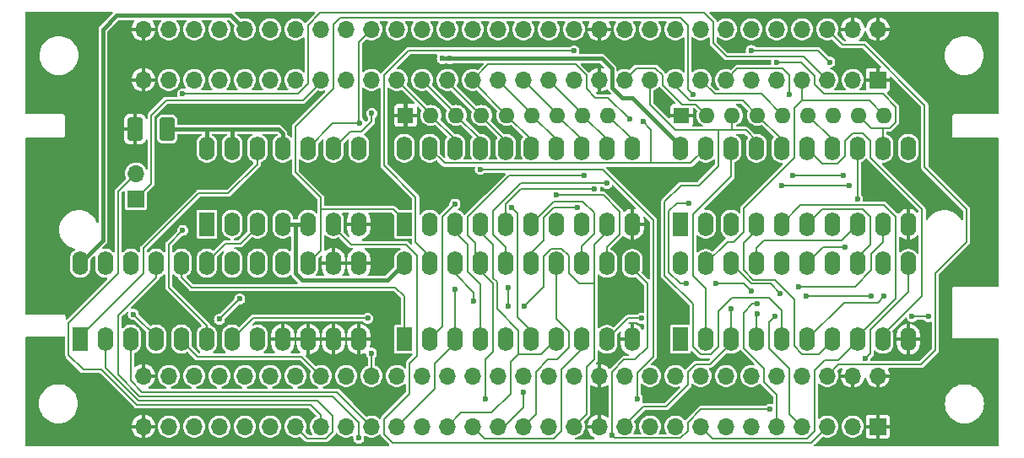
<source format=gtl>
G04 #@! TF.GenerationSoftware,KiCad,Pcbnew,8.0.6*
G04 #@! TF.CreationDate,2025-02-16T15:02:21+05:00*
G04 #@! TF.ProjectId,MegaCD-Connect BD Remake,4d656761-4344-42d4-936f-6e6e65637420,rev?*
G04 #@! TF.SameCoordinates,Original*
G04 #@! TF.FileFunction,Copper,L1,Top*
G04 #@! TF.FilePolarity,Positive*
%FSLAX46Y46*%
G04 Gerber Fmt 4.6, Leading zero omitted, Abs format (unit mm)*
G04 Created by KiCad (PCBNEW 8.0.6) date 2025-02-16 15:02:21*
%MOMM*%
%LPD*%
G01*
G04 APERTURE LIST*
G04 Aperture macros list*
%AMRoundRect*
0 Rectangle with rounded corners*
0 $1 Rounding radius*
0 $2 $3 $4 $5 $6 $7 $8 $9 X,Y pos of 4 corners*
0 Add a 4 corners polygon primitive as box body*
4,1,4,$2,$3,$4,$5,$6,$7,$8,$9,$2,$3,0*
0 Add four circle primitives for the rounded corners*
1,1,$1+$1,$2,$3*
1,1,$1+$1,$4,$5*
1,1,$1+$1,$6,$7*
1,1,$1+$1,$8,$9*
0 Add four rect primitives between the rounded corners*
20,1,$1+$1,$2,$3,$4,$5,0*
20,1,$1+$1,$4,$5,$6,$7,0*
20,1,$1+$1,$6,$7,$8,$9,0*
20,1,$1+$1,$8,$9,$2,$3,0*%
G04 Aperture macros list end*
G04 #@! TA.AperFunction,ComponentPad*
%ADD10R,1.600000X2.400000*%
G04 #@! TD*
G04 #@! TA.AperFunction,ComponentPad*
%ADD11O,1.600000X2.400000*%
G04 #@! TD*
G04 #@! TA.AperFunction,ComponentPad*
%ADD12R,1.700000X1.700000*%
G04 #@! TD*
G04 #@! TA.AperFunction,ComponentPad*
%ADD13O,1.700000X1.700000*%
G04 #@! TD*
G04 #@! TA.AperFunction,ComponentPad*
%ADD14R,1.600000X1.600000*%
G04 #@! TD*
G04 #@! TA.AperFunction,ComponentPad*
%ADD15O,1.600000X1.600000*%
G04 #@! TD*
G04 #@! TA.AperFunction,SMDPad,CuDef*
%ADD16RoundRect,0.250001X0.499999X0.924999X-0.499999X0.924999X-0.499999X-0.924999X0.499999X-0.924999X0*%
G04 #@! TD*
G04 #@! TA.AperFunction,ViaPad*
%ADD17C,0.600000*%
G04 #@! TD*
G04 #@! TA.AperFunction,Conductor*
%ADD18C,0.400000*%
G04 #@! TD*
G04 #@! TA.AperFunction,Conductor*
%ADD19C,0.200000*%
G04 #@! TD*
G04 APERTURE END LIST*
D10*
X145288000Y-94615000D03*
D11*
X147828000Y-94615000D03*
X150368000Y-94615000D03*
X152908000Y-94615000D03*
X155448000Y-94615000D03*
X157988000Y-94615000D03*
X160528000Y-94615000D03*
X163068000Y-94615000D03*
X165608000Y-94615000D03*
X168148000Y-94615000D03*
X168148000Y-86995000D03*
X165608000Y-86995000D03*
X163068000Y-86995000D03*
X160528000Y-86995000D03*
X157988000Y-86995000D03*
X155448000Y-86995000D03*
X152908000Y-86995000D03*
X150368000Y-86995000D03*
X147828000Y-86995000D03*
X145288000Y-86995000D03*
D10*
X125476000Y-94615000D03*
D11*
X128016000Y-94615000D03*
X130556000Y-94615000D03*
X133096000Y-94615000D03*
X135636000Y-94615000D03*
X138176000Y-94615000D03*
X140716000Y-94615000D03*
X140716000Y-86995000D03*
X138176000Y-86995000D03*
X135636000Y-86995000D03*
X133096000Y-86995000D03*
X130556000Y-86995000D03*
X128016000Y-86995000D03*
X125476000Y-86995000D03*
D10*
X172974000Y-106172000D03*
D11*
X175514000Y-106172000D03*
X178054000Y-106172000D03*
X180594000Y-106172000D03*
X183134000Y-106172000D03*
X185674000Y-106172000D03*
X188214000Y-106172000D03*
X190754000Y-106172000D03*
X193294000Y-106172000D03*
X195834000Y-106172000D03*
X195834000Y-98552000D03*
X193294000Y-98552000D03*
X190754000Y-98552000D03*
X188214000Y-98552000D03*
X185674000Y-98552000D03*
X183134000Y-98552000D03*
X180594000Y-98552000D03*
X178054000Y-98552000D03*
X175514000Y-98552000D03*
X172974000Y-98552000D03*
D12*
X118364000Y-92080000D03*
D13*
X118364000Y-89540000D03*
D10*
X145288000Y-106172000D03*
D11*
X147828000Y-106172000D03*
X150368000Y-106172000D03*
X152908000Y-106172000D03*
X155448000Y-106172000D03*
X157988000Y-106172000D03*
X160528000Y-106172000D03*
X163068000Y-106172000D03*
X165608000Y-106172000D03*
X168148000Y-106172000D03*
X168148000Y-98552000D03*
X165608000Y-98552000D03*
X163068000Y-98552000D03*
X160528000Y-98552000D03*
X157988000Y-98552000D03*
X155448000Y-98552000D03*
X152908000Y-98552000D03*
X150368000Y-98552000D03*
X147828000Y-98552000D03*
X145288000Y-98552000D03*
D14*
X173101000Y-83693000D03*
D15*
X175641000Y-83693000D03*
X178181000Y-83693000D03*
X180721000Y-83693000D03*
X183261000Y-83693000D03*
X185801000Y-83693000D03*
X188341000Y-83693000D03*
X190881000Y-83693000D03*
X193421000Y-83693000D03*
D12*
X192786000Y-80137000D03*
D13*
X190246000Y-80137000D03*
X187706000Y-80137000D03*
X185166000Y-80137000D03*
X182626000Y-80137000D03*
X180086000Y-80137000D03*
X177546000Y-80137000D03*
X175006000Y-80137000D03*
X172466000Y-80137000D03*
X169926000Y-80137000D03*
X167386000Y-80137000D03*
X164846000Y-80137000D03*
X162306000Y-80137000D03*
X159766000Y-80137000D03*
X157226000Y-80137000D03*
X154686000Y-80137000D03*
X152146000Y-80137000D03*
X149606000Y-80137000D03*
X147066000Y-80137000D03*
X144526000Y-80137000D03*
X141986000Y-80137000D03*
X139446000Y-80137000D03*
X136906000Y-80137000D03*
X134366000Y-80137000D03*
X131826000Y-80137000D03*
X129286000Y-80137000D03*
X126746000Y-80137000D03*
X124206000Y-80137000D03*
X121666000Y-80137000D03*
X119126000Y-80137000D03*
X192786000Y-75057000D03*
X190246000Y-75057000D03*
X187706000Y-75057000D03*
X185166000Y-75057000D03*
X182626000Y-75057000D03*
X180086000Y-75057000D03*
X177546000Y-75057000D03*
X175006000Y-75057000D03*
X172466000Y-75057000D03*
X169926000Y-75057000D03*
X167386000Y-75057000D03*
X164846000Y-75057000D03*
X162306000Y-75057000D03*
X159766000Y-75057000D03*
X157226000Y-75057000D03*
X154686000Y-75057000D03*
X152146000Y-75057000D03*
X149606000Y-75057000D03*
X147066000Y-75057000D03*
X144526000Y-75057000D03*
X141986000Y-75057000D03*
X139446000Y-75057000D03*
X136906000Y-75057000D03*
X134366000Y-75057000D03*
X131826000Y-75057000D03*
X129286000Y-75057000D03*
X126746000Y-75057000D03*
X124206000Y-75057000D03*
X121666000Y-75057000D03*
X119126000Y-75057000D03*
D14*
X145415000Y-83693000D03*
D15*
X147955000Y-83693000D03*
X150495000Y-83693000D03*
X153035000Y-83693000D03*
X155575000Y-83693000D03*
X158115000Y-83693000D03*
X160655000Y-83693000D03*
X163195000Y-83693000D03*
X165735000Y-83693000D03*
D10*
X112776000Y-106162000D03*
D11*
X115316000Y-106162000D03*
X117856000Y-106162000D03*
X120396000Y-106162000D03*
X122936000Y-106162000D03*
X125476000Y-106162000D03*
X128016000Y-106162000D03*
X130556000Y-106162000D03*
X133096000Y-106162000D03*
X135636000Y-106162000D03*
X138176000Y-106162000D03*
X140716000Y-106162000D03*
X140716000Y-98542000D03*
X138176000Y-98542000D03*
X135636000Y-98542000D03*
X133096000Y-98542000D03*
X130556000Y-98542000D03*
X128016000Y-98542000D03*
X125476000Y-98542000D03*
X122936000Y-98542000D03*
X120396000Y-98542000D03*
X117856000Y-98542000D03*
X115316000Y-98542000D03*
X112776000Y-98542000D03*
D10*
X172974000Y-94615000D03*
D11*
X175514000Y-94615000D03*
X178054000Y-94615000D03*
X180594000Y-94615000D03*
X183134000Y-94615000D03*
X185674000Y-94615000D03*
X188214000Y-94615000D03*
X190754000Y-94615000D03*
X193294000Y-94615000D03*
X195834000Y-94615000D03*
X195834000Y-86995000D03*
X193294000Y-86995000D03*
X190754000Y-86995000D03*
X188214000Y-86995000D03*
X185674000Y-86995000D03*
X183134000Y-86995000D03*
X180594000Y-86995000D03*
X178054000Y-86995000D03*
X175514000Y-86995000D03*
X172974000Y-86995000D03*
D12*
X192786000Y-114935000D03*
D13*
X190246000Y-114935000D03*
X187706000Y-114935000D03*
X185166000Y-114935000D03*
X182626000Y-114935000D03*
X180086000Y-114935000D03*
X177546000Y-114935000D03*
X175006000Y-114935000D03*
X172466000Y-114935000D03*
X169926000Y-114935000D03*
X167386000Y-114935000D03*
X164846000Y-114935000D03*
X162306000Y-114935000D03*
X159766000Y-114935000D03*
X157226000Y-114935000D03*
X154686000Y-114935000D03*
X152146000Y-114935000D03*
X149606000Y-114935000D03*
X147066000Y-114935000D03*
X144526000Y-114935000D03*
X141986000Y-114935000D03*
X139446000Y-114935000D03*
X136906000Y-114935000D03*
X134366000Y-114935000D03*
X131826000Y-114935000D03*
X129286000Y-114935000D03*
X126746000Y-114935000D03*
X124206000Y-114935000D03*
X121666000Y-114935000D03*
X119126000Y-114935000D03*
X192786000Y-109855000D03*
X190246000Y-109855000D03*
X187706000Y-109855000D03*
X185166000Y-109855000D03*
X182626000Y-109855000D03*
X180086000Y-109855000D03*
X177546000Y-109855000D03*
X175006000Y-109855000D03*
X172466000Y-109855000D03*
X169926000Y-109855000D03*
X167386000Y-109855000D03*
X164846000Y-109855000D03*
X162306000Y-109855000D03*
X159766000Y-109855000D03*
X157226000Y-109855000D03*
X154686000Y-109855000D03*
X152146000Y-109855000D03*
X149606000Y-109855000D03*
X147066000Y-109855000D03*
X144526000Y-109855000D03*
X141986000Y-109855000D03*
X139446000Y-109855000D03*
X136906000Y-109855000D03*
X134366000Y-109855000D03*
X131826000Y-109855000D03*
X129286000Y-109855000D03*
X126746000Y-109855000D03*
X124206000Y-109855000D03*
X121666000Y-109855000D03*
X119126000Y-109855000D03*
D16*
X121513000Y-85090000D03*
X118263000Y-85090000D03*
D17*
X149098000Y-77978000D03*
X149860000Y-77978000D03*
X133096000Y-102362000D03*
X202692000Y-99060000D03*
X171196000Y-111506000D03*
X168148000Y-89916000D03*
X194437000Y-78105000D03*
X113665000Y-85344000D03*
X190246000Y-78105000D03*
X130556000Y-83566000D03*
X175006000Y-89154000D03*
X120396000Y-102362000D03*
X144399000Y-104140000D03*
X202692000Y-94996000D03*
X125476000Y-77470000D03*
X140716000Y-102362000D03*
X145034000Y-89154000D03*
X172212000Y-104140000D03*
X178816000Y-73914000D03*
X116332000Y-80264000D03*
X202692000Y-90932000D03*
X195834000Y-90170000D03*
X148336000Y-76200000D03*
X173609000Y-112649000D03*
X122936000Y-77470000D03*
X116332000Y-112649000D03*
X113665000Y-80264000D03*
X116332000Y-114808000D03*
X175006000Y-77470000D03*
X133096000Y-83566000D03*
X178308000Y-91694000D03*
X147447000Y-78232000D03*
X135636000Y-92456000D03*
X135636000Y-113792000D03*
X145034000Y-92329000D03*
X172466000Y-77470000D03*
X195834000Y-109982000D03*
X198628000Y-115316000D03*
X169926000Y-77470000D03*
X149987000Y-81915000D03*
X125476000Y-83566000D03*
X135636000Y-89154000D03*
X116332000Y-75184000D03*
X124206000Y-102362000D03*
X113665000Y-75184000D03*
X140716000Y-112141000D03*
X140716000Y-90678000D03*
X202692000Y-86868000D03*
X130556000Y-102362000D03*
X128905000Y-89154000D03*
X195961000Y-79502000D03*
X128905000Y-92456000D03*
X198628000Y-111252000D03*
X147828000Y-90805000D03*
X133096000Y-77470000D03*
X116332000Y-85344000D03*
X135636000Y-102362000D03*
X168148000Y-101854000D03*
X138176000Y-102362000D03*
X113665000Y-90424000D03*
X118115300Y-103661700D03*
X123063000Y-95241500D03*
X123063000Y-81534000D03*
X141616100Y-104061800D03*
X166116000Y-115785100D03*
X181991000Y-113184800D03*
X191516000Y-108105400D03*
X140716000Y-116078000D03*
X169248100Y-84328000D03*
X174216200Y-81592700D03*
X150368000Y-92614800D03*
X150368000Y-101160900D03*
X168656000Y-112141000D03*
X152908000Y-89114300D03*
X156048100Y-92914900D03*
X164368100Y-91114600D03*
X169048100Y-104071800D03*
X167894000Y-84074000D03*
X160528000Y-91714700D03*
X157226000Y-111506000D03*
X162687000Y-92914900D03*
X165608000Y-90514500D03*
X163322000Y-89714400D03*
X153416000Y-112141000D03*
X152273000Y-102362000D03*
X155748100Y-100965000D03*
X155748100Y-102871500D03*
X157275200Y-102871500D03*
X162306000Y-77216000D03*
X178054000Y-103124000D03*
X173813800Y-92514800D03*
X180086000Y-101346000D03*
X173609000Y-100584000D03*
X180721000Y-103632000D03*
X176530000Y-100584000D03*
X193421000Y-101854000D03*
X189879300Y-90713400D03*
X183134000Y-90713400D03*
X183861100Y-81592600D03*
X189484000Y-96901000D03*
X187960000Y-78359000D03*
X190754000Y-92114700D03*
X180086000Y-77186600D03*
X182626000Y-78386800D03*
X184234100Y-89758500D03*
X189313500Y-89758500D03*
X180721000Y-102616000D03*
X183007000Y-101600000D03*
X182421200Y-103886000D03*
X184834200Y-100871200D03*
X126746000Y-104140000D03*
X128778000Y-102108000D03*
X142016200Y-83494400D03*
X140835900Y-84494600D03*
X141986000Y-107569000D03*
X192151000Y-101871300D03*
X185634400Y-101871300D03*
X197866000Y-103886000D03*
X196215000Y-103886000D03*
D18*
X145288000Y-98552000D02*
X143579800Y-100260200D01*
X134366000Y-94784900D02*
X134535900Y-94615000D01*
X125476000Y-85090000D02*
X125476000Y-86995000D01*
X166116000Y-80899000D02*
X167132000Y-81915000D01*
X115062000Y-75057000D02*
X116459000Y-73660000D01*
X168148000Y-81915000D02*
X172974000Y-86741000D01*
X149098000Y-77978000D02*
X165100000Y-77978000D01*
X172974000Y-86924700D02*
X172974000Y-86995000D01*
X134535900Y-94615000D02*
X135636000Y-94615000D01*
X128016000Y-85090000D02*
X132694400Y-85090000D01*
X115062000Y-96256000D02*
X115062000Y-75057000D01*
X165100000Y-77978000D02*
X166116000Y-78994000D01*
X116459000Y-73660000D02*
X127889000Y-73660000D01*
X132694400Y-85090000D02*
X133096000Y-85491600D01*
X128016000Y-86995000D02*
X128016000Y-85090000D01*
X133096000Y-85491600D02*
X133096000Y-86995000D01*
X172974000Y-86741000D02*
X172974000Y-86995000D01*
X112776000Y-98542000D02*
X115062000Y-96256000D01*
X135058200Y-100260200D02*
X134366000Y-99568000D01*
X125476000Y-85090000D02*
X128016000Y-85090000D01*
X121513001Y-85090000D02*
X125476000Y-85090000D01*
X134366000Y-99568000D02*
X134366000Y-94784900D01*
X133096000Y-94615000D02*
X134535900Y-94615000D01*
X167132000Y-81915000D02*
X168148000Y-81915000D01*
X166116000Y-78994000D02*
X166116000Y-80899000D01*
X143579800Y-100260200D02*
X135058200Y-100260200D01*
X127889000Y-73660000D02*
X129286000Y-75057000D01*
D19*
X124639500Y-91514500D02*
X127635000Y-91514500D01*
X119126000Y-99568000D02*
X119126000Y-97028000D01*
X112776000Y-106162000D02*
X112776000Y-105918000D01*
X119126000Y-97028000D02*
X124639500Y-91514500D01*
X130556000Y-88593500D02*
X130556000Y-86995000D01*
X112776000Y-105918000D02*
X119126000Y-99568000D01*
X127635000Y-91514500D02*
X130556000Y-88593500D01*
X118618000Y-112347000D02*
X115316000Y-109045000D01*
X138096100Y-115490100D02*
X138096100Y-113839100D01*
X138096100Y-113839100D02*
X136604000Y-112347000D01*
X134366000Y-114935000D02*
X135556100Y-116125100D01*
X136604000Y-112347000D02*
X118618000Y-112347000D01*
X135556100Y-116125100D02*
X137461100Y-116125100D01*
X137461100Y-116125100D02*
X138096100Y-115490100D01*
X115316000Y-109045000D02*
X115316000Y-106162000D01*
X118999000Y-111466800D02*
X117856000Y-110323800D01*
X117856000Y-110323800D02*
X117856000Y-106162000D01*
X141986000Y-114935000D02*
X138517800Y-111466800D01*
X138517800Y-111466800D02*
X118999000Y-111466800D01*
X119888000Y-83693000D02*
X119888000Y-90556000D01*
X118139700Y-103661700D02*
X120396000Y-105918000D01*
X118115300Y-103661700D02*
X118139700Y-103661700D01*
X121412000Y-82169000D02*
X119888000Y-83693000D01*
X135128000Y-82169000D02*
X121412000Y-82169000D01*
X136906000Y-80137000D02*
X136906000Y-80391000D01*
X120396000Y-105918000D02*
X120396000Y-106162000D01*
X136906000Y-80391000D02*
X135128000Y-82169000D01*
X119888000Y-90556000D02*
X118364000Y-92080000D01*
X124541800Y-107904800D02*
X122936000Y-106299000D01*
X136906000Y-109855000D02*
X134955800Y-107904800D01*
X122936000Y-106299000D02*
X122936000Y-106162000D01*
X134955800Y-107904800D02*
X124541800Y-107904800D01*
X121666000Y-100965000D02*
X121666000Y-96638500D01*
X185355700Y-77786700D02*
X187706000Y-80137000D01*
X125476000Y-104775000D02*
X121666000Y-100965000D01*
X123063000Y-81534000D02*
X123103100Y-81493900D01*
X177608700Y-77786700D02*
X185355700Y-77786700D01*
X135636000Y-74616900D02*
X136826100Y-73426800D01*
X176276000Y-76454000D02*
X177608700Y-77786700D01*
X175387000Y-73426800D02*
X176276000Y-74315800D01*
X135636000Y-80525000D02*
X135636000Y-74616900D01*
X134667100Y-81493900D02*
X135636000Y-80525000D01*
X123103100Y-81493900D02*
X134667100Y-81493900D01*
X125476000Y-106162000D02*
X125476000Y-104775000D01*
X136826100Y-73426800D02*
X175387000Y-73426800D01*
X121666000Y-96638500D02*
X123063000Y-95241500D01*
X176276000Y-74315800D02*
X176276000Y-76454000D01*
X128026000Y-106162000D02*
X128016000Y-106162000D01*
X130126200Y-104061800D02*
X128026000Y-106162000D01*
X141616100Y-104061800D02*
X130126200Y-104061800D01*
X125476000Y-98425000D02*
X127322500Y-96578500D01*
X130556000Y-94869000D02*
X130556000Y-94615000D01*
X125476000Y-98542000D02*
X125476000Y-98425000D01*
X128846500Y-96578500D02*
X130556000Y-94869000D01*
X127322500Y-96578500D02*
X128846500Y-96578500D01*
X122936000Y-99949000D02*
X122936000Y-98542000D01*
X145288000Y-106172000D02*
X145288000Y-101854000D01*
X145288000Y-101854000D02*
X144399000Y-100965000D01*
X144399000Y-100965000D02*
X123952000Y-100965000D01*
X123952000Y-100965000D02*
X122936000Y-99949000D01*
X169648200Y-100560200D02*
X168148000Y-99060000D01*
X173736000Y-114501900D02*
X173736000Y-115370200D01*
X169648200Y-106957800D02*
X169648200Y-100560200D01*
X195834000Y-101436700D02*
X195834000Y-98552000D01*
X168402000Y-108204000D02*
X169648200Y-106957800D01*
X167331800Y-108204000D02*
X168402000Y-108204000D01*
X173021100Y-116085100D02*
X166416000Y-116085100D01*
X192024000Y-105246700D02*
X195834000Y-101436700D01*
X140716000Y-114493800D02*
X138129100Y-111906900D01*
X191516000Y-108105400D02*
X192024000Y-107597400D01*
X166116000Y-115785100D02*
X166116000Y-109419800D01*
X118747900Y-111906900D02*
X116586000Y-109745000D01*
X166416000Y-116085100D02*
X166116000Y-115785100D01*
X140716000Y-116078000D02*
X140716000Y-114493800D01*
X116586000Y-109745000D02*
X116586000Y-103759000D01*
X120396000Y-99949000D02*
X120396000Y-98542000D01*
X168148000Y-99060000D02*
X168148000Y-98552000D01*
X181991000Y-113184800D02*
X175053100Y-113184800D01*
X192024000Y-107597400D02*
X192024000Y-105246700D01*
X175053100Y-113184800D02*
X173736000Y-114501900D01*
X138129100Y-111906900D02*
X118747900Y-111906900D01*
X166116000Y-109419800D02*
X167331800Y-108204000D01*
X173736000Y-115370200D02*
X173021100Y-116085100D01*
X116586000Y-103759000D02*
X120396000Y-99949000D01*
X149328100Y-88495100D02*
X147828000Y-86995000D01*
X170053000Y-85132900D02*
X170053000Y-88495100D01*
X174013900Y-88495100D02*
X175514000Y-86995000D01*
X169248100Y-84328000D02*
X170053000Y-85132900D01*
X170053000Y-88495100D02*
X174013900Y-88495100D01*
X169248100Y-88495100D02*
X170053000Y-88495100D01*
X169248100Y-88495100D02*
X149328100Y-88495100D01*
X136906000Y-97272000D02*
X136906000Y-93114900D01*
X144168900Y-93114900D02*
X145288000Y-94234000D01*
X136906000Y-91964700D02*
X136906000Y-93114900D01*
X145288000Y-94234000D02*
X145288000Y-94615000D01*
X134366000Y-84811700D02*
X134366000Y-89424700D01*
X138176000Y-74581800D02*
X138176000Y-81015200D01*
X173736000Y-74621800D02*
X172981100Y-73866900D01*
X136083400Y-83094300D02*
X134366000Y-84811700D01*
X138890900Y-73866900D02*
X138176000Y-74581800D01*
X136906000Y-93114900D02*
X144168900Y-93114900D01*
X172981100Y-73866900D02*
X138890900Y-73866900D01*
X134366000Y-89424700D02*
X136906000Y-91964700D01*
X173736000Y-81112500D02*
X173736000Y-74621800D01*
X136096900Y-83094300D02*
X136083400Y-83094300D01*
X138176000Y-81015200D02*
X136096900Y-83094300D01*
X135636000Y-98542000D02*
X136906000Y-97272000D01*
X174216200Y-81592700D02*
X173736000Y-81112500D01*
X149098000Y-93884800D02*
X149098000Y-104902000D01*
X150368000Y-92614800D02*
X149098000Y-93884800D01*
X150368000Y-86106000D02*
X150368000Y-86995000D01*
X147955000Y-83693000D02*
X150368000Y-86106000D01*
X147955000Y-83566000D02*
X144526000Y-80137000D01*
X149098000Y-104902000D02*
X147828000Y-106172000D01*
X147955000Y-83693000D02*
X147955000Y-83566000D01*
X150368000Y-106172000D02*
X150368000Y-106553000D01*
X148336000Y-108585000D02*
X148336000Y-111125000D01*
X148336000Y-111125000D02*
X144526000Y-114935000D01*
X150368000Y-106553000D02*
X148336000Y-108585000D01*
X150368000Y-106172000D02*
X150368000Y-101160900D01*
X151638000Y-96647000D02*
X150368000Y-95377000D01*
X151638000Y-99396100D02*
X151638000Y-96647000D01*
X152908000Y-106172000D02*
X152908000Y-100666100D01*
X152908000Y-100666100D02*
X151638000Y-99396100D01*
X150368000Y-95377000D02*
X150368000Y-94615000D01*
X165168300Y-89114300D02*
X152908000Y-89114300D01*
X168656000Y-112141000D02*
X168656000Y-109498654D01*
X152908000Y-86106000D02*
X152908000Y-86995000D01*
X147066000Y-80137000D02*
X150495000Y-83566000D01*
X150495000Y-83566000D02*
X150495000Y-83693000D01*
X150495000Y-83693000D02*
X152908000Y-86106000D01*
X168656000Y-109498654D02*
X170248300Y-107906354D01*
X170248300Y-107906354D02*
X170248300Y-94194300D01*
X170248300Y-94194300D02*
X165168300Y-89114300D01*
X153035000Y-83693000D02*
X152971500Y-83693000D01*
X149606000Y-80327500D02*
X149606000Y-80137000D01*
X155448000Y-86995000D02*
X155448000Y-86233000D01*
X153035000Y-83820000D02*
X153035000Y-83693000D01*
X156675100Y-93541900D02*
X156675100Y-103970100D01*
X156675100Y-103970100D02*
X157988000Y-105283000D01*
X155448000Y-86233000D02*
X153035000Y-83820000D01*
X156048100Y-92914900D02*
X156675100Y-93541900D01*
X157988000Y-105283000D02*
X157988000Y-106172000D01*
X152971500Y-83693000D02*
X149606000Y-80327500D01*
X152908000Y-95377000D02*
X154178000Y-96647000D01*
X154051000Y-113538000D02*
X155956000Y-111633000D01*
X156718000Y-105283000D02*
X156718000Y-107696000D01*
X156718000Y-107696000D02*
X156701900Y-107712100D01*
X154578000Y-103143000D02*
X156718000Y-105283000D01*
X156701900Y-107712100D02*
X158987900Y-107712100D01*
X154578000Y-100418314D02*
X154578000Y-103143000D01*
X151003000Y-113538000D02*
X154051000Y-113538000D01*
X154178000Y-96647000D02*
X154178000Y-100018314D01*
X158987900Y-107712100D02*
X160528000Y-106172000D01*
X152908000Y-94615000D02*
X152908000Y-95377000D01*
X155956000Y-111633000D02*
X155956000Y-108458000D01*
X155956000Y-108458000D02*
X156701900Y-107712100D01*
X154178000Y-100018314D02*
X154578000Y-100418314D01*
X149606000Y-114935000D02*
X151003000Y-113538000D01*
X164368100Y-91114600D02*
X156972000Y-91114600D01*
X161036000Y-115410200D02*
X160321100Y-116125100D01*
X153336100Y-116125100D02*
X152146000Y-114935000D01*
X160321100Y-116125100D02*
X153336100Y-116125100D01*
X156972000Y-91114600D02*
X155448000Y-92638600D01*
X155448000Y-92638600D02*
X155448000Y-94615000D01*
X163068000Y-107188000D02*
X161036000Y-109220000D01*
X161036000Y-109220000D02*
X161036000Y-115410200D01*
X163068000Y-106172000D02*
X163068000Y-107188000D01*
X157988000Y-86106000D02*
X157988000Y-86995000D01*
X163576000Y-79675200D02*
X162492100Y-78591300D01*
X164465000Y-81915000D02*
X163576000Y-81026000D01*
X152146000Y-80137000D02*
X152146000Y-80264000D01*
X165735000Y-81915000D02*
X164465000Y-81915000D01*
X169048100Y-104071800D02*
X167708200Y-104071800D01*
X163576000Y-81026000D02*
X163576000Y-79675200D01*
X162492100Y-78591300D02*
X153691700Y-78591300D01*
X153691700Y-78591300D02*
X152146000Y-80137000D01*
X155575000Y-83693000D02*
X157988000Y-86106000D01*
X167708200Y-104071800D02*
X165608000Y-106172000D01*
X167894000Y-84074000D02*
X165735000Y-81915000D01*
X152146000Y-80264000D02*
X155575000Y-83693000D01*
X160528000Y-86106000D02*
X158115000Y-83693000D01*
X158115000Y-83566000D02*
X154686000Y-80137000D01*
X160528000Y-91714700D02*
X165247700Y-91714700D01*
X165608000Y-96901000D02*
X165608000Y-98552000D01*
X165247700Y-91714700D02*
X166878000Y-93345000D01*
X166878000Y-93345000D02*
X166878000Y-95631000D01*
X160528000Y-86995000D02*
X160528000Y-86106000D01*
X158115000Y-83693000D02*
X158115000Y-83566000D01*
X166878000Y-95631000D02*
X165608000Y-96901000D01*
X157226000Y-113030000D02*
X155321000Y-114935000D01*
X163068000Y-98552000D02*
X163068000Y-96857025D01*
X157226000Y-111506000D02*
X157226000Y-113030000D01*
X155321000Y-114935000D02*
X154686000Y-114935000D01*
X163068000Y-96857025D02*
X164338000Y-95587025D01*
X164338000Y-95587025D02*
X164338000Y-93472000D01*
X160288100Y-92314900D02*
X157988000Y-94615000D01*
X164338000Y-93472000D02*
X163180900Y-92314900D01*
X163180900Y-92314900D02*
X160288100Y-92314900D01*
X159686100Y-108224800D02*
X158496000Y-109414900D01*
X160612100Y-108224800D02*
X159686100Y-108224800D01*
X158496000Y-113665000D02*
X157226000Y-114935000D01*
X158496000Y-109414900D02*
X158496000Y-113665000D01*
X161798000Y-107038900D02*
X160612100Y-108224800D01*
X160528000Y-104140000D02*
X161798000Y-105410000D01*
X161798000Y-105410000D02*
X161798000Y-107038900D01*
X160528000Y-98552000D02*
X160528000Y-104140000D01*
X159258000Y-96266000D02*
X157988000Y-97536000D01*
X160655000Y-83566000D02*
X157226000Y-80137000D01*
X163068000Y-86995000D02*
X163068000Y-86106000D01*
X157988000Y-97536000D02*
X157988000Y-98552000D01*
X160271100Y-92914900D02*
X159258000Y-93928000D01*
X163068000Y-86106000D02*
X160655000Y-83693000D01*
X160655000Y-83693000D02*
X160655000Y-83566000D01*
X162687000Y-92914900D02*
X160271100Y-92914900D01*
X159258000Y-93928000D02*
X159258000Y-96266000D01*
X163195000Y-83566000D02*
X159766000Y-80137000D01*
X155448000Y-96953500D02*
X155448000Y-98552000D01*
X154178000Y-93311400D02*
X154178000Y-95683500D01*
X165608000Y-86106000D02*
X165608000Y-86995000D01*
X156974900Y-90514500D02*
X154178000Y-93311400D01*
X165608000Y-90514500D02*
X156974900Y-90514500D01*
X154178000Y-95683500D02*
X155448000Y-96953500D01*
X163195000Y-83693000D02*
X165608000Y-86106000D01*
X163195000Y-83693000D02*
X163195000Y-83566000D01*
X151638000Y-93908300D02*
X151638000Y-95705100D01*
X152908000Y-99314000D02*
X152908000Y-98552000D01*
X152408000Y-96475100D02*
X152408000Y-98552000D01*
X155831900Y-89714400D02*
X151638000Y-93908300D01*
X153416000Y-112141000D02*
X153416000Y-108204000D01*
X152408000Y-98552000D02*
X152908000Y-98552000D01*
X153416000Y-108204000D02*
X154178000Y-107442000D01*
X154178000Y-107442000D02*
X154178000Y-100584000D01*
X151638000Y-95705100D02*
X152408000Y-96475100D01*
X163322000Y-89714400D02*
X155831900Y-89714400D01*
X154178000Y-100584000D02*
X152908000Y-99314000D01*
X160053686Y-97052000D02*
X161060000Y-97052000D01*
X161798000Y-97790000D02*
X161798000Y-99568000D01*
X152273000Y-101473000D02*
X150368000Y-99568000D01*
X164338000Y-102870000D02*
X164338000Y-100584000D01*
X164338000Y-108199000D02*
X164338000Y-102870000D01*
X159258000Y-97847686D02*
X160053686Y-97052000D01*
X152273000Y-102362000D02*
X152273000Y-101473000D01*
X155748100Y-100965000D02*
X155748100Y-102871500D01*
X161060000Y-97052000D02*
X161798000Y-97790000D01*
X164338000Y-100584000D02*
X164338000Y-96647000D01*
X157275200Y-102871500D02*
X159258000Y-100888700D01*
X162306000Y-114935000D02*
X163576000Y-113665000D01*
X164338000Y-96647000D02*
X165608000Y-95377000D01*
X161798000Y-99568000D02*
X162814000Y-100584000D01*
X162814000Y-100584000D02*
X164338000Y-100584000D01*
X163576000Y-108961000D02*
X164338000Y-108199000D01*
X163576000Y-113665000D02*
X163576000Y-108961000D01*
X150368000Y-99568000D02*
X150368000Y-98552000D01*
X159258000Y-100888700D02*
X159258000Y-97847686D01*
X165608000Y-95377000D02*
X165608000Y-94615000D01*
X143256000Y-79675200D02*
X143256000Y-88742500D01*
X145715200Y-77216000D02*
X143256000Y-79675200D01*
X147828000Y-97853500D02*
X147828000Y-98552000D01*
X146428100Y-91914600D02*
X146428100Y-96453600D01*
X146428100Y-96453600D02*
X147828000Y-97853500D01*
X143256000Y-88742500D02*
X146428100Y-91914600D01*
X162306000Y-77216000D02*
X145715200Y-77216000D01*
X168148000Y-86106000D02*
X168148000Y-86995000D01*
X165735000Y-83693000D02*
X168148000Y-86106000D01*
X168576100Y-78946900D02*
X167386000Y-80137000D01*
X170481100Y-78946900D02*
X168576100Y-78946900D01*
X171196000Y-80640800D02*
X171196000Y-79661800D01*
X175514000Y-101092000D02*
X175514000Y-106172000D01*
X171196000Y-79661800D02*
X170481100Y-78946900D01*
X174244000Y-99822000D02*
X175514000Y-101092000D01*
X175641000Y-83693000D02*
X174540900Y-82592900D01*
X174244000Y-93641600D02*
X174244000Y-99822000D01*
X173148100Y-82592900D02*
X171196000Y-80640800D01*
X174540900Y-82592900D02*
X173148100Y-82592900D01*
X178054000Y-89831600D02*
X174244000Y-93641600D01*
X178054000Y-86995000D02*
X178054000Y-89831600D01*
X173736000Y-110744000D02*
X171577000Y-112903000D01*
X167386000Y-114808000D02*
X167386000Y-114935000D01*
X169291000Y-112903000D02*
X167386000Y-114808000D01*
X171577000Y-112903000D02*
X169291000Y-112903000D01*
X178054000Y-106553000D02*
X175942100Y-108664900D01*
X178054000Y-106172000D02*
X178054000Y-103124000D01*
X178054000Y-106172000D02*
X178054000Y-106553000D01*
X173736000Y-109474000D02*
X173736000Y-110744000D01*
X174545100Y-108664900D02*
X173736000Y-109474000D01*
X175942100Y-108664900D02*
X174545100Y-108664900D01*
X176530000Y-100584000D02*
X179324000Y-100584000D01*
X171833900Y-99463500D02*
X171833900Y-93308500D01*
X171833900Y-93308500D02*
X172627600Y-92514800D01*
X180594000Y-103759000D02*
X180721000Y-103632000D01*
X179324000Y-100584000D02*
X180086000Y-101346000D01*
X180594000Y-106172000D02*
X180594000Y-103759000D01*
X172627600Y-92514800D02*
X173813800Y-92514800D01*
X173609000Y-100584000D02*
X172954400Y-100584000D01*
X172954400Y-100584000D02*
X171833900Y-99463500D01*
X171393800Y-99765800D02*
X171393800Y-92385200D01*
X183134000Y-103287500D02*
X181827500Y-101981000D01*
X178181000Y-83693000D02*
X178181000Y-85193200D01*
X171393800Y-92385200D02*
X173064700Y-90714300D01*
X176784000Y-106947200D02*
X176019100Y-107712100D01*
X181827500Y-101981000D02*
X178181000Y-101981000D01*
X172494100Y-85193200D02*
X169926000Y-82625100D01*
X169926000Y-82625100D02*
X169926000Y-80137000D01*
X178181000Y-101981000D02*
X176784000Y-103378000D01*
X176784000Y-85193200D02*
X172494100Y-85193200D01*
X174842700Y-90714300D02*
X176784000Y-88773000D01*
X176784000Y-85193200D02*
X178181000Y-85193200D01*
X175022100Y-107712100D02*
X174244000Y-106934000D01*
X174244000Y-106934000D02*
X174244000Y-102616000D01*
X176784000Y-103378000D02*
X176784000Y-106947200D01*
X183134000Y-106172000D02*
X183134000Y-103287500D01*
X180594000Y-86233000D02*
X180594000Y-86995000D01*
X176784000Y-88773000D02*
X176784000Y-85193200D01*
X174244000Y-102616000D02*
X171393800Y-99765800D01*
X178181000Y-85193200D02*
X179554200Y-85193200D01*
X179554200Y-85193200D02*
X180594000Y-86233000D01*
X173064700Y-90714300D02*
X174842700Y-90714300D01*
X176019100Y-107712100D02*
X175022100Y-107712100D01*
X192803600Y-102471400D02*
X189374600Y-102471400D01*
X189879300Y-90713400D02*
X183134000Y-90713400D01*
X179220800Y-82192800D02*
X173886800Y-82192800D01*
X173886800Y-82192800D02*
X172466000Y-80772000D01*
X180721000Y-83693000D02*
X183134000Y-86106000D01*
X193421000Y-101854000D02*
X192803600Y-102471400D01*
X180721000Y-83693000D02*
X179220800Y-82192800D01*
X172466000Y-80772000D02*
X172466000Y-80137000D01*
X189374600Y-102471400D02*
X185674000Y-106172000D01*
X183134000Y-86106000D02*
X183134000Y-86995000D01*
X188214000Y-106299000D02*
X186841000Y-107672000D01*
X182458529Y-100203000D02*
X180289365Y-100203000D01*
X186841000Y-107672000D02*
X185210000Y-107672000D01*
X188214000Y-106172000D02*
X188214000Y-106299000D01*
X184404000Y-102148471D02*
X182458529Y-100203000D01*
X180594000Y-95250000D02*
X180594000Y-94615000D01*
X180289365Y-100203000D02*
X179324000Y-99237635D01*
X179324000Y-99237635D02*
X179324000Y-96520000D01*
X185210000Y-107672000D02*
X184404000Y-106866000D01*
X184404000Y-106866000D02*
X184404000Y-102148471D01*
X179324000Y-96520000D02*
X180594000Y-95250000D01*
X194564000Y-102108000D02*
X194564000Y-93860700D01*
X186436000Y-115370200D02*
X185681100Y-116125100D01*
X186436000Y-109287900D02*
X186436000Y-115370200D01*
X188788200Y-108264800D02*
X187459100Y-108264800D01*
X190754000Y-106172000D02*
X190754000Y-105918000D01*
X176196100Y-116125100D02*
X175006000Y-114935000D01*
X187459100Y-108264800D02*
X186436000Y-109287900D01*
X194564000Y-93860700D02*
X193418100Y-92714800D01*
X185681100Y-116125100D02*
X176196100Y-116125100D01*
X190754000Y-106172000D02*
X190754000Y-106299000D01*
X185034200Y-92714800D02*
X183134000Y-94615000D01*
X190754000Y-105918000D02*
X194564000Y-102108000D01*
X193418100Y-92714800D02*
X185034200Y-92714800D01*
X190754000Y-106299000D02*
X188788200Y-108264800D01*
X197231000Y-93131100D02*
X197231000Y-101796800D01*
X191259100Y-85454900D02*
X192024000Y-86219800D01*
X185674000Y-86995000D02*
X187198000Y-88519000D01*
X188755500Y-88519000D02*
X189484000Y-87790500D01*
X176408900Y-81539900D02*
X175006000Y-80137000D01*
X190248900Y-85454900D02*
X191259100Y-85454900D01*
X187198000Y-88519000D02*
X188755500Y-88519000D01*
X193294000Y-105733800D02*
X193294000Y-106172000D01*
X192024000Y-86219800D02*
X192024000Y-87924100D01*
X183261000Y-83693000D02*
X181107900Y-81539900D01*
X189484000Y-87790500D02*
X189484000Y-86219800D01*
X192024000Y-87924100D02*
X197231000Y-93131100D01*
X189484000Y-86219800D02*
X190248900Y-85454900D01*
X197231000Y-101796800D02*
X193294000Y-105733800D01*
X181107900Y-81539900D02*
X176408900Y-81539900D01*
X188214000Y-86106000D02*
X188214000Y-86995000D01*
X183861100Y-81592600D02*
X183861100Y-79621900D01*
X183861100Y-79621900D02*
X183226100Y-78986900D01*
X185801000Y-83693000D02*
X188214000Y-86106000D01*
X178689000Y-78994000D02*
X177546000Y-80137000D01*
X183226100Y-78986900D02*
X178689000Y-78986900D01*
X178689000Y-78986900D02*
X178689000Y-78994000D01*
X192024000Y-93879800D02*
X191259100Y-93114900D01*
X190754000Y-98552000D02*
X190754000Y-97917000D01*
X190754000Y-97917000D02*
X192024000Y-96647000D01*
X187174100Y-93114900D02*
X185674000Y-94615000D01*
X192024000Y-96647000D02*
X192024000Y-93879800D01*
X191259100Y-93114900D02*
X187174100Y-93114900D01*
X186787600Y-77186600D02*
X180086000Y-77186600D01*
X190754000Y-86995000D02*
X190754000Y-92114700D01*
X187325000Y-96901000D02*
X185674000Y-98552000D01*
X189484000Y-96901000D02*
X187325000Y-96901000D01*
X187960000Y-78359000D02*
X186787600Y-77186600D01*
X192151000Y-84963000D02*
X190881000Y-83693000D01*
X193270200Y-81539800D02*
X194564000Y-82833600D01*
X184234100Y-89758500D02*
X189313500Y-89758500D01*
X185086100Y-78386800D02*
X186436000Y-79736700D01*
X187372100Y-81539800D02*
X193270200Y-81539800D01*
X182626000Y-78386800D02*
X185086100Y-78386800D01*
X193294000Y-84963000D02*
X192151000Y-84963000D01*
X186436000Y-79736700D02*
X186436000Y-80603700D01*
X186436000Y-80603700D02*
X187372100Y-81539800D01*
X193294000Y-86995000D02*
X193294000Y-84963000D01*
X194564000Y-84356600D02*
X193957600Y-84963000D01*
X193957600Y-84963000D02*
X193294000Y-84963000D01*
X194564000Y-82833600D02*
X194564000Y-84356600D01*
X180721000Y-102616000D02*
X180217500Y-102616000D01*
X181356000Y-109093000D02*
X181356000Y-110490000D01*
X180217500Y-102616000D02*
X179324000Y-103509500D01*
X179324000Y-107061000D02*
X181356000Y-109093000D01*
X182626000Y-111760000D02*
X182626000Y-114935000D01*
X179324000Y-103509500D02*
X179324000Y-107061000D01*
X180594000Y-97045500D02*
X181387700Y-96251800D01*
X181387700Y-96251800D02*
X189117200Y-96251800D01*
X180594000Y-98552000D02*
X180594000Y-97045500D01*
X189117200Y-96251800D02*
X190754000Y-94615000D01*
X181356000Y-110490000D02*
X182626000Y-111760000D01*
X183896000Y-113665000D02*
X185166000Y-114935000D01*
X192153900Y-99220200D02*
X192153900Y-97581900D01*
X190502900Y-100871200D02*
X192153900Y-99220200D01*
X183896000Y-109093000D02*
X183896000Y-113665000D01*
X192153900Y-97581900D02*
X193294000Y-96441800D01*
X181864000Y-104443200D02*
X181864000Y-107061000D01*
X193294000Y-96441800D02*
X193294000Y-94615000D01*
X183007000Y-101600000D02*
X182010000Y-100603000D01*
X182010000Y-100603000D02*
X180105000Y-100603000D01*
X180105000Y-100603000D02*
X178054000Y-98552000D01*
X184834200Y-100871200D02*
X190502900Y-100871200D01*
X182421200Y-103886000D02*
X181864000Y-104443200D01*
X181864000Y-107061000D02*
X183896000Y-109093000D01*
X184401100Y-87937700D02*
X179324000Y-93014800D01*
X177682600Y-96383400D02*
X175514000Y-98552000D01*
X193421000Y-83693000D02*
X191920700Y-82192700D01*
X191920700Y-82192700D02*
X185166000Y-82192700D01*
X185166000Y-82192700D02*
X185166000Y-80137000D01*
X185166000Y-82192700D02*
X184401100Y-82957600D01*
X184401100Y-82957600D02*
X184401100Y-87937700D01*
X178305100Y-96383400D02*
X177682600Y-96383400D01*
X179324000Y-95364500D02*
X178305100Y-96383400D01*
X179324000Y-93014800D02*
X179324000Y-95364500D01*
X126746000Y-104140000D02*
X128778000Y-102108000D01*
X143256000Y-115697000D02*
X143256000Y-114173000D01*
X139954000Y-96647000D02*
X138176000Y-94869000D01*
X145796000Y-108585000D02*
X146558000Y-107823000D01*
X145438200Y-96647000D02*
X139954000Y-96647000D01*
X146558000Y-97766800D02*
X145438200Y-96647000D01*
X143256000Y-114173000D02*
X145796000Y-111633000D01*
X187706000Y-114935000D02*
X186075800Y-116565200D01*
X138176000Y-94869000D02*
X138176000Y-94615000D01*
X146558000Y-107823000D02*
X146558000Y-97766800D01*
X145796000Y-111633000D02*
X145796000Y-108585000D01*
X144124200Y-116565200D02*
X143256000Y-115697000D01*
X186075800Y-116565200D02*
X144124200Y-116565200D01*
X142016200Y-83494400D02*
X142016200Y-84278800D01*
X141000200Y-85294800D02*
X139876200Y-85294800D01*
X142016200Y-84278800D02*
X141000200Y-85294800D01*
X139876200Y-85294800D02*
X138176000Y-86995000D01*
X140835900Y-84494600D02*
X138136400Y-84494600D01*
X138136400Y-84494600D02*
X135636000Y-86995000D01*
X140716000Y-76327000D02*
X141986000Y-75057000D01*
X140835900Y-84494600D02*
X140716000Y-84374700D01*
X141986000Y-107569000D02*
X141986000Y-109855000D01*
X140716000Y-84374700D02*
X140716000Y-76327000D01*
X201676000Y-96393000D02*
X201676000Y-93091000D01*
X197485000Y-88900000D02*
X197485000Y-82666300D01*
X197485000Y-82666300D02*
X191405200Y-76586500D01*
X198534400Y-99534600D02*
X201676000Y-96393000D01*
X197111100Y-108704900D02*
X198534400Y-107281600D01*
X187706000Y-109855000D02*
X188849000Y-108712000D01*
X191405200Y-76586500D02*
X189235500Y-76586500D01*
X188849000Y-108704900D02*
X197111100Y-108704900D01*
X201676000Y-93091000D02*
X197485000Y-88900000D01*
X198534400Y-107281600D02*
X198534400Y-99534600D01*
X188849000Y-108712000D02*
X188849000Y-108704900D01*
X189235500Y-76586500D02*
X187706000Y-75057000D01*
X197866000Y-103886000D02*
X196215000Y-103886000D01*
X185634400Y-101871300D02*
X192151000Y-101871300D01*
X111635900Y-104518100D02*
X116586000Y-99568000D01*
X118364000Y-89540000D02*
X116586000Y-91318000D01*
X116586000Y-91318000D02*
X116586000Y-99568000D01*
X111635900Y-107777600D02*
X111635900Y-104518100D01*
X136906000Y-113792000D02*
X135861000Y-112747000D01*
X135861000Y-112747000D02*
X118452314Y-112747000D01*
X113078300Y-109220000D02*
X111635900Y-107777600D01*
X114925314Y-109220000D02*
X113078300Y-109220000D01*
X136906000Y-114935000D02*
X136906000Y-113792000D01*
X118452314Y-112747000D02*
X114925314Y-109220000D01*
G04 #@! TA.AperFunction,Conductor*
G36*
X111170785Y-105908100D02*
G01*
X111174633Y-105908100D01*
X111174633Y-105908555D01*
X111227844Y-105914851D01*
X111272776Y-105956383D01*
X111285400Y-106004759D01*
X111285400Y-107823744D01*
X111291177Y-107845304D01*
X111299903Y-107877869D01*
X111299902Y-107877869D01*
X111309285Y-107912885D01*
X111309286Y-107912888D01*
X111355430Y-107992812D01*
X112863088Y-109500470D01*
X112863090Y-109500471D01*
X112939865Y-109544798D01*
X112939866Y-109544798D01*
X112943008Y-109546612D01*
X112943009Y-109546612D01*
X112943012Y-109546614D01*
X113032156Y-109570500D01*
X113032157Y-109570500D01*
X113124444Y-109570500D01*
X114739124Y-109570500D01*
X114797315Y-109589407D01*
X114809128Y-109599496D01*
X118171845Y-112962212D01*
X118171844Y-112962212D01*
X118237101Y-113027468D01*
X118237103Y-113027470D01*
X118286016Y-113055710D01*
X118317026Y-113073614D01*
X118406170Y-113097500D01*
X135674810Y-113097500D01*
X135733001Y-113116407D01*
X135744814Y-113126496D01*
X136417999Y-113799681D01*
X136445776Y-113854198D01*
X136436205Y-113914630D01*
X136400112Y-113953856D01*
X136239963Y-114053016D01*
X136239961Y-114053017D01*
X136239959Y-114053019D01*
X136089236Y-114190421D01*
X136058994Y-114230468D01*
X135966328Y-114353177D01*
X135966323Y-114353186D01*
X135875419Y-114535747D01*
X135875418Y-114535750D01*
X135819603Y-114731917D01*
X135800785Y-114935000D01*
X135819603Y-115138083D01*
X135875418Y-115334250D01*
X135966327Y-115516821D01*
X136041178Y-115615940D01*
X136061157Y-115673771D01*
X136043328Y-115732301D01*
X135994501Y-115769173D01*
X135962174Y-115774600D01*
X135742290Y-115774600D01*
X135684099Y-115755693D01*
X135672286Y-115745604D01*
X135401857Y-115475175D01*
X135374080Y-115420658D01*
X135383240Y-115361042D01*
X135396582Y-115334250D01*
X135452397Y-115138083D01*
X135471215Y-114935000D01*
X135452397Y-114731917D01*
X135396582Y-114535750D01*
X135305673Y-114353179D01*
X135182764Y-114190421D01*
X135032041Y-114053019D01*
X134858637Y-113945652D01*
X134668456Y-113871976D01*
X134668455Y-113871975D01*
X134668453Y-113871975D01*
X134467976Y-113834500D01*
X134264024Y-113834500D01*
X134063546Y-113871975D01*
X134010204Y-113892640D01*
X133873363Y-113945652D01*
X133756367Y-114018093D01*
X133699959Y-114053019D01*
X133556971Y-114183370D01*
X133549236Y-114190421D01*
X133518994Y-114230468D01*
X133426328Y-114353177D01*
X133426323Y-114353186D01*
X133335419Y-114535747D01*
X133335418Y-114535750D01*
X133279603Y-114731917D01*
X133260785Y-114935000D01*
X133279603Y-115138083D01*
X133335418Y-115334250D01*
X133426327Y-115516821D01*
X133549236Y-115679579D01*
X133699959Y-115816981D01*
X133873363Y-115924348D01*
X134063544Y-115998024D01*
X134264024Y-116035500D01*
X134467976Y-116035500D01*
X134668456Y-115998024D01*
X134799228Y-115947362D01*
X134860316Y-115943973D01*
X134904991Y-115969674D01*
X135131111Y-116195793D01*
X135340888Y-116405570D01*
X135359925Y-116416561D01*
X135392899Y-116435599D01*
X135392904Y-116435601D01*
X135420808Y-116451712D01*
X135420809Y-116451712D01*
X135420812Y-116451714D01*
X135509956Y-116475600D01*
X135509957Y-116475600D01*
X135509958Y-116475600D01*
X137507242Y-116475600D01*
X137507244Y-116475600D01*
X137596388Y-116451714D01*
X137624298Y-116435600D01*
X137676312Y-116405570D01*
X138376570Y-115705312D01*
X138419763Y-115630499D01*
X138465231Y-115589560D01*
X138526081Y-115583164D01*
X138579069Y-115613757D01*
X138584488Y-115620323D01*
X138629236Y-115679579D01*
X138779959Y-115816981D01*
X138953363Y-115924348D01*
X139143544Y-115998024D01*
X139344024Y-116035500D01*
X139547976Y-116035500D01*
X139748456Y-115998024D01*
X139938637Y-115924348D01*
X140024963Y-115870896D01*
X140084391Y-115856338D01*
X140141027Y-115879491D01*
X140173237Y-115931512D01*
X140175233Y-115967990D01*
X140160750Y-116077999D01*
X140160750Y-116078000D01*
X140179669Y-116221708D01*
X140179670Y-116221709D01*
X140235139Y-116355625D01*
X140323379Y-116470621D01*
X140438375Y-116558861D01*
X140572291Y-116614330D01*
X140716000Y-116633250D01*
X140859709Y-116614330D01*
X140993625Y-116558861D01*
X141108621Y-116470621D01*
X141196861Y-116355625D01*
X141252330Y-116221709D01*
X141271250Y-116078000D01*
X141256766Y-115967988D01*
X141267916Y-115907830D01*
X141312298Y-115865712D01*
X141372960Y-115857726D01*
X141407033Y-115870894D01*
X141493363Y-115924348D01*
X141683544Y-115998024D01*
X141884024Y-116035500D01*
X142087976Y-116035500D01*
X142288456Y-115998024D01*
X142478637Y-115924348D01*
X142652041Y-115816981D01*
X142751426Y-115726379D01*
X142807164Y-115701150D01*
X142867089Y-115713502D01*
X142908310Y-115758718D01*
X142913746Y-115773919D01*
X142925212Y-115816712D01*
X142925615Y-115818215D01*
X142929386Y-115832288D01*
X142975530Y-115912212D01*
X143787816Y-116724498D01*
X143815592Y-116779013D01*
X143806021Y-116839445D01*
X143762756Y-116882710D01*
X143717811Y-116893500D01*
X107382500Y-116893500D01*
X107324309Y-116874593D01*
X107288345Y-116825093D01*
X107283500Y-116794500D01*
X107283500Y-114760000D01*
X117937076Y-114760000D01*
X118655254Y-114760000D01*
X118626000Y-114869174D01*
X118626000Y-115000826D01*
X118655254Y-115110000D01*
X117937076Y-115110000D01*
X117941379Y-115156444D01*
X118002239Y-115370347D01*
X118101364Y-115569417D01*
X118101369Y-115569426D01*
X118235387Y-115746893D01*
X118235391Y-115746898D01*
X118399744Y-115896725D01*
X118588816Y-116013794D01*
X118588821Y-116013797D01*
X118796200Y-116094136D01*
X118950999Y-116123073D01*
X118951000Y-116123073D01*
X118951000Y-115405746D01*
X119060174Y-115435000D01*
X119191826Y-115435000D01*
X119301000Y-115405746D01*
X119301000Y-116123073D01*
X119455799Y-116094136D01*
X119663178Y-116013797D01*
X119663183Y-116013794D01*
X119852255Y-115896725D01*
X120016608Y-115746898D01*
X120016612Y-115746893D01*
X120150630Y-115569426D01*
X120150635Y-115569417D01*
X120249760Y-115370347D01*
X120310620Y-115156444D01*
X120314924Y-115110000D01*
X119596746Y-115110000D01*
X119626000Y-115000826D01*
X119626000Y-114935000D01*
X120560785Y-114935000D01*
X120579603Y-115138083D01*
X120635418Y-115334250D01*
X120726327Y-115516821D01*
X120849236Y-115679579D01*
X120999959Y-115816981D01*
X121173363Y-115924348D01*
X121363544Y-115998024D01*
X121564024Y-116035500D01*
X121767976Y-116035500D01*
X121968456Y-115998024D01*
X122158637Y-115924348D01*
X122332041Y-115816981D01*
X122482764Y-115679579D01*
X122605673Y-115516821D01*
X122696582Y-115334250D01*
X122752397Y-115138083D01*
X122771215Y-114935000D01*
X123100785Y-114935000D01*
X123119603Y-115138083D01*
X123175418Y-115334250D01*
X123266327Y-115516821D01*
X123389236Y-115679579D01*
X123539959Y-115816981D01*
X123713363Y-115924348D01*
X123903544Y-115998024D01*
X124104024Y-116035500D01*
X124307976Y-116035500D01*
X124508456Y-115998024D01*
X124698637Y-115924348D01*
X124872041Y-115816981D01*
X125022764Y-115679579D01*
X125145673Y-115516821D01*
X125236582Y-115334250D01*
X125292397Y-115138083D01*
X125311215Y-114935000D01*
X125640785Y-114935000D01*
X125659603Y-115138083D01*
X125715418Y-115334250D01*
X125806327Y-115516821D01*
X125929236Y-115679579D01*
X126079959Y-115816981D01*
X126253363Y-115924348D01*
X126443544Y-115998024D01*
X126644024Y-116035500D01*
X126847976Y-116035500D01*
X127048456Y-115998024D01*
X127238637Y-115924348D01*
X127412041Y-115816981D01*
X127562764Y-115679579D01*
X127685673Y-115516821D01*
X127776582Y-115334250D01*
X127832397Y-115138083D01*
X127851215Y-114935000D01*
X128180785Y-114935000D01*
X128199603Y-115138083D01*
X128255418Y-115334250D01*
X128346327Y-115516821D01*
X128469236Y-115679579D01*
X128619959Y-115816981D01*
X128793363Y-115924348D01*
X128983544Y-115998024D01*
X129184024Y-116035500D01*
X129387976Y-116035500D01*
X129588456Y-115998024D01*
X129778637Y-115924348D01*
X129952041Y-115816981D01*
X130102764Y-115679579D01*
X130225673Y-115516821D01*
X130316582Y-115334250D01*
X130372397Y-115138083D01*
X130391215Y-114935000D01*
X130720785Y-114935000D01*
X130739603Y-115138083D01*
X130795418Y-115334250D01*
X130886327Y-115516821D01*
X131009236Y-115679579D01*
X131159959Y-115816981D01*
X131333363Y-115924348D01*
X131523544Y-115998024D01*
X131724024Y-116035500D01*
X131927976Y-116035500D01*
X132128456Y-115998024D01*
X132318637Y-115924348D01*
X132492041Y-115816981D01*
X132642764Y-115679579D01*
X132765673Y-115516821D01*
X132856582Y-115334250D01*
X132912397Y-115138083D01*
X132931215Y-114935000D01*
X132912397Y-114731917D01*
X132856582Y-114535750D01*
X132765673Y-114353179D01*
X132642764Y-114190421D01*
X132492041Y-114053019D01*
X132318637Y-113945652D01*
X132128456Y-113871976D01*
X132128455Y-113871975D01*
X132128453Y-113871975D01*
X131927976Y-113834500D01*
X131724024Y-113834500D01*
X131523546Y-113871975D01*
X131470204Y-113892640D01*
X131333363Y-113945652D01*
X131216367Y-114018093D01*
X131159959Y-114053019D01*
X131016971Y-114183370D01*
X131009236Y-114190421D01*
X130978994Y-114230468D01*
X130886328Y-114353177D01*
X130886323Y-114353186D01*
X130795419Y-114535747D01*
X130795418Y-114535750D01*
X130739603Y-114731917D01*
X130720785Y-114935000D01*
X130391215Y-114935000D01*
X130372397Y-114731917D01*
X130316582Y-114535750D01*
X130225673Y-114353179D01*
X130102764Y-114190421D01*
X129952041Y-114053019D01*
X129778637Y-113945652D01*
X129588456Y-113871976D01*
X129588455Y-113871975D01*
X129588453Y-113871975D01*
X129387976Y-113834500D01*
X129184024Y-113834500D01*
X128983546Y-113871975D01*
X128930204Y-113892640D01*
X128793363Y-113945652D01*
X128676367Y-114018093D01*
X128619959Y-114053019D01*
X128476971Y-114183370D01*
X128469236Y-114190421D01*
X128438994Y-114230468D01*
X128346328Y-114353177D01*
X128346323Y-114353186D01*
X128255419Y-114535747D01*
X128255418Y-114535750D01*
X128199603Y-114731917D01*
X128180785Y-114935000D01*
X127851215Y-114935000D01*
X127832397Y-114731917D01*
X127776582Y-114535750D01*
X127685673Y-114353179D01*
X127562764Y-114190421D01*
X127412041Y-114053019D01*
X127238637Y-113945652D01*
X127048456Y-113871976D01*
X127048455Y-113871975D01*
X127048453Y-113871975D01*
X126847976Y-113834500D01*
X126644024Y-113834500D01*
X126443546Y-113871975D01*
X126390204Y-113892640D01*
X126253363Y-113945652D01*
X126136367Y-114018093D01*
X126079959Y-114053019D01*
X125936971Y-114183370D01*
X125929236Y-114190421D01*
X125898994Y-114230468D01*
X125806328Y-114353177D01*
X125806323Y-114353186D01*
X125715419Y-114535747D01*
X125715418Y-114535750D01*
X125659603Y-114731917D01*
X125640785Y-114935000D01*
X125311215Y-114935000D01*
X125292397Y-114731917D01*
X125236582Y-114535750D01*
X125145673Y-114353179D01*
X125022764Y-114190421D01*
X124872041Y-114053019D01*
X124698637Y-113945652D01*
X124508456Y-113871976D01*
X124508455Y-113871975D01*
X124508453Y-113871975D01*
X124307976Y-113834500D01*
X124104024Y-113834500D01*
X123903546Y-113871975D01*
X123850204Y-113892640D01*
X123713363Y-113945652D01*
X123596367Y-114018093D01*
X123539959Y-114053019D01*
X123396971Y-114183370D01*
X123389236Y-114190421D01*
X123358994Y-114230468D01*
X123266328Y-114353177D01*
X123266323Y-114353186D01*
X123175419Y-114535747D01*
X123175418Y-114535750D01*
X123119603Y-114731917D01*
X123100785Y-114935000D01*
X122771215Y-114935000D01*
X122752397Y-114731917D01*
X122696582Y-114535750D01*
X122605673Y-114353179D01*
X122482764Y-114190421D01*
X122332041Y-114053019D01*
X122158637Y-113945652D01*
X121968456Y-113871976D01*
X121968455Y-113871975D01*
X121968453Y-113871975D01*
X121767976Y-113834500D01*
X121564024Y-113834500D01*
X121363546Y-113871975D01*
X121310204Y-113892640D01*
X121173363Y-113945652D01*
X121056367Y-114018093D01*
X120999959Y-114053019D01*
X120856971Y-114183370D01*
X120849236Y-114190421D01*
X120818994Y-114230468D01*
X120726328Y-114353177D01*
X120726323Y-114353186D01*
X120635419Y-114535747D01*
X120635418Y-114535750D01*
X120579603Y-114731917D01*
X120560785Y-114935000D01*
X119626000Y-114935000D01*
X119626000Y-114869174D01*
X119596746Y-114760000D01*
X120314924Y-114760000D01*
X120310620Y-114713555D01*
X120249760Y-114499652D01*
X120150635Y-114300582D01*
X120150630Y-114300573D01*
X120016612Y-114123106D01*
X120016608Y-114123101D01*
X119852255Y-113973274D01*
X119663183Y-113856205D01*
X119663178Y-113856202D01*
X119455802Y-113775864D01*
X119455796Y-113775862D01*
X119301000Y-113746925D01*
X119301000Y-114464253D01*
X119191826Y-114435000D01*
X119060174Y-114435000D01*
X118951000Y-114464253D01*
X118951000Y-113746926D01*
X118950999Y-113746925D01*
X118796203Y-113775862D01*
X118796197Y-113775864D01*
X118588821Y-113856202D01*
X118588816Y-113856205D01*
X118399744Y-113973274D01*
X118235391Y-114123101D01*
X118235387Y-114123106D01*
X118101369Y-114300573D01*
X118101364Y-114300582D01*
X118002239Y-114499652D01*
X117941379Y-114713555D01*
X117937076Y-114760000D01*
X107283500Y-114760000D01*
X107283500Y-112641800D01*
X108630111Y-112641800D01*
X108650041Y-112920459D01*
X108650041Y-112920462D01*
X108650042Y-112920465D01*
X108707866Y-113186281D01*
X108709428Y-113193461D01*
X108807060Y-113455221D01*
X108807061Y-113455223D01*
X108940950Y-113700423D01*
X109098195Y-113910477D01*
X109108375Y-113924076D01*
X109305924Y-114121625D01*
X109305927Y-114121627D01*
X109305928Y-114121628D01*
X109529576Y-114289049D01*
X109723289Y-114394824D01*
X109774780Y-114422940D01*
X110036543Y-114520573D01*
X110309535Y-114579958D01*
X110588200Y-114599889D01*
X110866865Y-114579958D01*
X111139857Y-114520573D01*
X111401620Y-114422940D01*
X111646823Y-114289049D01*
X111870476Y-114121625D01*
X112068025Y-113924076D01*
X112235449Y-113700423D01*
X112369340Y-113455220D01*
X112466973Y-113193457D01*
X112526358Y-112920465D01*
X112546289Y-112641800D01*
X112526358Y-112363135D01*
X112466973Y-112090143D01*
X112369340Y-111828380D01*
X112336528Y-111768289D01*
X112235449Y-111583176D01*
X112068028Y-111359528D01*
X112068027Y-111359527D01*
X112068025Y-111359524D01*
X111870476Y-111161975D01*
X111870471Y-111161971D01*
X111646823Y-110994550D01*
X111401623Y-110860661D01*
X111401621Y-110860660D01*
X111139861Y-110763028D01*
X111139857Y-110763027D01*
X110866865Y-110703642D01*
X110866862Y-110703641D01*
X110866859Y-110703641D01*
X110588200Y-110683711D01*
X110309540Y-110703641D01*
X110309535Y-110703641D01*
X110309535Y-110703642D01*
X110302318Y-110705212D01*
X110036538Y-110763028D01*
X109774778Y-110860660D01*
X109774776Y-110860661D01*
X109529576Y-110994550D01*
X109305928Y-111161971D01*
X109108371Y-111359528D01*
X108940950Y-111583176D01*
X108807061Y-111828376D01*
X108807060Y-111828378D01*
X108709428Y-112090138D01*
X108650041Y-112363140D01*
X108630111Y-112641800D01*
X107283500Y-112641800D01*
X107283500Y-106007100D01*
X107302407Y-105948909D01*
X107351907Y-105912945D01*
X107382500Y-105908100D01*
X111164881Y-105908100D01*
X111164882Y-105908100D01*
X111164882Y-105908099D01*
X111167083Y-105907662D01*
X111170785Y-105908100D01*
G37*
G04 #@! TD.AperFunction*
G04 #@! TA.AperFunction,Conductor*
G36*
X204841500Y-73313407D02*
G01*
X204877464Y-73362907D01*
X204882309Y-73393563D01*
X204875892Y-83487070D01*
X204875891Y-83487963D01*
X204856947Y-83546142D01*
X204807424Y-83582074D01*
X204776891Y-83586900D01*
X200413517Y-83586900D01*
X200339828Y-83617422D01*
X200283422Y-83673828D01*
X200252900Y-83747517D01*
X200252900Y-85783082D01*
X200283422Y-85856771D01*
X200283423Y-85856772D01*
X200283424Y-85856774D01*
X200339826Y-85913176D01*
X200339827Y-85913176D01*
X200339828Y-85913177D01*
X200413517Y-85943700D01*
X200413518Y-85943700D01*
X200493282Y-85943700D01*
X204776700Y-85943700D01*
X204834891Y-85962607D01*
X204870855Y-86012107D01*
X204875700Y-86042700D01*
X204875700Y-100785300D01*
X204856793Y-100843491D01*
X204807293Y-100879455D01*
X204776700Y-100884300D01*
X200413517Y-100884300D01*
X200339828Y-100914822D01*
X200283422Y-100971228D01*
X200252900Y-101044917D01*
X200252900Y-105899882D01*
X200283422Y-105973571D01*
X200283423Y-105973572D01*
X200283424Y-105973574D01*
X200339826Y-106029976D01*
X200339827Y-106029976D01*
X200339828Y-106029977D01*
X200413517Y-106060500D01*
X200413518Y-106060500D01*
X200493282Y-106060500D01*
X204776881Y-106060500D01*
X204835072Y-106079407D01*
X204871036Y-106128907D01*
X204875880Y-106159439D01*
X204879952Y-112884818D01*
X204882318Y-116794440D01*
X204863446Y-116852642D01*
X204813968Y-116888636D01*
X204783318Y-116893500D01*
X186482189Y-116893500D01*
X186423998Y-116874593D01*
X186388034Y-116825093D01*
X186388034Y-116763907D01*
X186412183Y-116724498D01*
X187167008Y-115969672D01*
X187221523Y-115941897D01*
X187272771Y-115947362D01*
X187403544Y-115998024D01*
X187604024Y-116035500D01*
X187807976Y-116035500D01*
X188008456Y-115998024D01*
X188198637Y-115924348D01*
X188372041Y-115816981D01*
X188522764Y-115679579D01*
X188645673Y-115516821D01*
X188736582Y-115334250D01*
X188792397Y-115138083D01*
X188811215Y-114935000D01*
X189140785Y-114935000D01*
X189159603Y-115138083D01*
X189215418Y-115334250D01*
X189306327Y-115516821D01*
X189429236Y-115679579D01*
X189579959Y-115816981D01*
X189753363Y-115924348D01*
X189943544Y-115998024D01*
X190144024Y-116035500D01*
X190347976Y-116035500D01*
X190548456Y-115998024D01*
X190738637Y-115924348D01*
X190912041Y-115816981D01*
X191062764Y-115679579D01*
X191185673Y-115516821D01*
X191276582Y-115334250D01*
X191332397Y-115138083D01*
X191351215Y-114935000D01*
X191332397Y-114731917D01*
X191276582Y-114535750D01*
X191185673Y-114353179D01*
X191062764Y-114190421D01*
X190912041Y-114053019D01*
X190910046Y-114051784D01*
X191586000Y-114051784D01*
X191586000Y-114759999D01*
X191586001Y-114760000D01*
X192315254Y-114760000D01*
X192286000Y-114869174D01*
X192286000Y-115000826D01*
X192315254Y-115110000D01*
X191586002Y-115110000D01*
X191586001Y-115110001D01*
X191586001Y-115818216D01*
X191595912Y-115886250D01*
X191647214Y-115991188D01*
X191729812Y-116073786D01*
X191834751Y-116125087D01*
X191902784Y-116134999D01*
X192610998Y-116134999D01*
X192611000Y-116134998D01*
X192611000Y-115405746D01*
X192720174Y-115435000D01*
X192851826Y-115435000D01*
X192961000Y-115405746D01*
X192961000Y-116134998D01*
X192961001Y-116134999D01*
X193669213Y-116134999D01*
X193669216Y-116134998D01*
X193737250Y-116125087D01*
X193842188Y-116073785D01*
X193924786Y-115991187D01*
X193976087Y-115886248D01*
X193986000Y-115818215D01*
X193986000Y-115110001D01*
X193985999Y-115110000D01*
X193256746Y-115110000D01*
X193286000Y-115000826D01*
X193286000Y-114869174D01*
X193256746Y-114760000D01*
X193985998Y-114760000D01*
X193985999Y-114759999D01*
X193985999Y-114051786D01*
X193985998Y-114051783D01*
X193976087Y-113983749D01*
X193924785Y-113878811D01*
X193842187Y-113796213D01*
X193737248Y-113744912D01*
X193669216Y-113735000D01*
X192961001Y-113735000D01*
X192961000Y-113735001D01*
X192961000Y-114464253D01*
X192851826Y-114435000D01*
X192720174Y-114435000D01*
X192611000Y-114464253D01*
X192611000Y-113735001D01*
X192610999Y-113735000D01*
X191902786Y-113735000D01*
X191902783Y-113735001D01*
X191834749Y-113744912D01*
X191729811Y-113796214D01*
X191647213Y-113878812D01*
X191595912Y-113983751D01*
X191586000Y-114051784D01*
X190910046Y-114051784D01*
X190738637Y-113945652D01*
X190548456Y-113871976D01*
X190548455Y-113871975D01*
X190548453Y-113871975D01*
X190347976Y-113834500D01*
X190144024Y-113834500D01*
X189943546Y-113871975D01*
X189890204Y-113892640D01*
X189753363Y-113945652D01*
X189636367Y-114018093D01*
X189579959Y-114053019D01*
X189436971Y-114183370D01*
X189429236Y-114190421D01*
X189398994Y-114230468D01*
X189306328Y-114353177D01*
X189306323Y-114353186D01*
X189215419Y-114535747D01*
X189215418Y-114535750D01*
X189159603Y-114731917D01*
X189140785Y-114935000D01*
X188811215Y-114935000D01*
X188792397Y-114731917D01*
X188736582Y-114535750D01*
X188645673Y-114353179D01*
X188522764Y-114190421D01*
X188372041Y-114053019D01*
X188198637Y-113945652D01*
X188008456Y-113871976D01*
X188008455Y-113871975D01*
X188008453Y-113871975D01*
X187807976Y-113834500D01*
X187604024Y-113834500D01*
X187403546Y-113871975D01*
X187350204Y-113892640D01*
X187213363Y-113945652D01*
X187039959Y-114053019D01*
X186952194Y-114133026D01*
X186896454Y-114158256D01*
X186836529Y-114145904D01*
X186795309Y-114100687D01*
X186786500Y-114059864D01*
X186786500Y-112641800D01*
X199511311Y-112641800D01*
X199531241Y-112920459D01*
X199531241Y-112920462D01*
X199531242Y-112920465D01*
X199589066Y-113186281D01*
X199590628Y-113193461D01*
X199688260Y-113455221D01*
X199688261Y-113455223D01*
X199822150Y-113700423D01*
X199979395Y-113910477D01*
X199989575Y-113924076D01*
X200187124Y-114121625D01*
X200187127Y-114121627D01*
X200187128Y-114121628D01*
X200410776Y-114289049D01*
X200604489Y-114394824D01*
X200655980Y-114422940D01*
X200917743Y-114520573D01*
X201190735Y-114579958D01*
X201469400Y-114599889D01*
X201748065Y-114579958D01*
X202021057Y-114520573D01*
X202282820Y-114422940D01*
X202528023Y-114289049D01*
X202751676Y-114121625D01*
X202949225Y-113924076D01*
X203116649Y-113700423D01*
X203250540Y-113455220D01*
X203348173Y-113193457D01*
X203407558Y-112920465D01*
X203427489Y-112641800D01*
X203407558Y-112363135D01*
X203348173Y-112090143D01*
X203250540Y-111828380D01*
X203217728Y-111768289D01*
X203116649Y-111583176D01*
X202949228Y-111359528D01*
X202949227Y-111359527D01*
X202949225Y-111359524D01*
X202751676Y-111161975D01*
X202751671Y-111161971D01*
X202528023Y-110994550D01*
X202282823Y-110860661D01*
X202282821Y-110860660D01*
X202021061Y-110763028D01*
X202021057Y-110763027D01*
X201748065Y-110703642D01*
X201748062Y-110703641D01*
X201748059Y-110703641D01*
X201469400Y-110683711D01*
X201190740Y-110703641D01*
X201190735Y-110703641D01*
X201190735Y-110703642D01*
X201183518Y-110705212D01*
X200917738Y-110763028D01*
X200655978Y-110860660D01*
X200655976Y-110860661D01*
X200410776Y-110994550D01*
X200187128Y-111161971D01*
X199989571Y-111359528D01*
X199822150Y-111583176D01*
X199688261Y-111828376D01*
X199688260Y-111828378D01*
X199590628Y-112090138D01*
X199531241Y-112363140D01*
X199511311Y-112641800D01*
X186786500Y-112641800D01*
X186786500Y-110730135D01*
X186805407Y-110671944D01*
X186854907Y-110635980D01*
X186916093Y-110635980D01*
X186952191Y-110656970D01*
X187039959Y-110736981D01*
X187213363Y-110844348D01*
X187403544Y-110918024D01*
X187604024Y-110955500D01*
X187807976Y-110955500D01*
X188008456Y-110918024D01*
X188198637Y-110844348D01*
X188372041Y-110736981D01*
X188522764Y-110599579D01*
X188645673Y-110436821D01*
X188736582Y-110254250D01*
X188792397Y-110058083D01*
X188811215Y-109855000D01*
X188792397Y-109651917D01*
X188736582Y-109455750D01*
X188723239Y-109428953D01*
X188714226Y-109368439D01*
X188741855Y-109314825D01*
X188972286Y-109084396D01*
X189026802Y-109056619D01*
X189042289Y-109055400D01*
X189147284Y-109055400D01*
X189205475Y-109074307D01*
X189241439Y-109123807D01*
X189241439Y-109184993D01*
X189226287Y-109214062D01*
X189221370Y-109220572D01*
X189221364Y-109220582D01*
X189122239Y-109419652D01*
X189061379Y-109633555D01*
X189057076Y-109680000D01*
X189775254Y-109680000D01*
X189746000Y-109789174D01*
X189746000Y-109920826D01*
X189775254Y-110030000D01*
X189057076Y-110030000D01*
X189061379Y-110076444D01*
X189122239Y-110290347D01*
X189221364Y-110489417D01*
X189221369Y-110489426D01*
X189355387Y-110666893D01*
X189355391Y-110666898D01*
X189519744Y-110816725D01*
X189708816Y-110933794D01*
X189708821Y-110933797D01*
X189916200Y-111014136D01*
X190070999Y-111043073D01*
X190071000Y-111043073D01*
X190071000Y-110325746D01*
X190180174Y-110355000D01*
X190311826Y-110355000D01*
X190421000Y-110325746D01*
X190421000Y-111043073D01*
X190575799Y-111014136D01*
X190783178Y-110933797D01*
X190783183Y-110933794D01*
X190972255Y-110816725D01*
X191136608Y-110666898D01*
X191136612Y-110666893D01*
X191270630Y-110489426D01*
X191270635Y-110489417D01*
X191369760Y-110290347D01*
X191420779Y-110111033D01*
X191454889Y-110060238D01*
X191512341Y-110039193D01*
X191571191Y-110055937D01*
X191608960Y-110104074D01*
X191611221Y-110111033D01*
X191662239Y-110290347D01*
X191761364Y-110489417D01*
X191761369Y-110489426D01*
X191895387Y-110666893D01*
X191895391Y-110666898D01*
X192059744Y-110816725D01*
X192248816Y-110933794D01*
X192248821Y-110933797D01*
X192456200Y-111014136D01*
X192610999Y-111043073D01*
X192611000Y-111043073D01*
X192611000Y-110325746D01*
X192720174Y-110355000D01*
X192851826Y-110355000D01*
X192961000Y-110325746D01*
X192961000Y-111043073D01*
X193115799Y-111014136D01*
X193323178Y-110933797D01*
X193323183Y-110933794D01*
X193512255Y-110816725D01*
X193676608Y-110666898D01*
X193676612Y-110666893D01*
X193810630Y-110489426D01*
X193810635Y-110489417D01*
X193909760Y-110290347D01*
X193970620Y-110076444D01*
X193974924Y-110030000D01*
X193256746Y-110030000D01*
X193286000Y-109920826D01*
X193286000Y-109789174D01*
X193256746Y-109680000D01*
X193974924Y-109680000D01*
X193970620Y-109633555D01*
X193909760Y-109419652D01*
X193810635Y-109220582D01*
X193810629Y-109220572D01*
X193805713Y-109214062D01*
X193785733Y-109156231D01*
X193803561Y-109097700D01*
X193852387Y-109060827D01*
X193884716Y-109055400D01*
X197157242Y-109055400D01*
X197157244Y-109055400D01*
X197246388Y-109031514D01*
X197274298Y-109015400D01*
X197326312Y-108985370D01*
X198814870Y-107496812D01*
X198861014Y-107416888D01*
X198868379Y-107389400D01*
X198884900Y-107327744D01*
X198884900Y-99720788D01*
X198903807Y-99662597D01*
X198913890Y-99650790D01*
X201956469Y-96608212D01*
X202002614Y-96528288D01*
X202006080Y-96515354D01*
X202026500Y-96439144D01*
X202026500Y-93044856D01*
X202002614Y-92955712D01*
X202002020Y-92954684D01*
X201982165Y-92920294D01*
X201982163Y-92920291D01*
X201981490Y-92919125D01*
X201956470Y-92875788D01*
X197864496Y-88783814D01*
X197836719Y-88729297D01*
X197835500Y-88713810D01*
X197835500Y-82620157D01*
X197831228Y-82604214D01*
X197811614Y-82531012D01*
X197765470Y-82451088D01*
X193005782Y-77691400D01*
X199485911Y-77691400D01*
X199505841Y-77970059D01*
X199505841Y-77970062D01*
X199505842Y-77970065D01*
X199559187Y-78215290D01*
X199565228Y-78243061D01*
X199662860Y-78504821D01*
X199662861Y-78504823D01*
X199796750Y-78750023D01*
X199962019Y-78970796D01*
X199964175Y-78973676D01*
X200161724Y-79171225D01*
X200161727Y-79171227D01*
X200161728Y-79171228D01*
X200385376Y-79338649D01*
X200626410Y-79470263D01*
X200630580Y-79472540D01*
X200892343Y-79570173D01*
X201165335Y-79629558D01*
X201444000Y-79649489D01*
X201722665Y-79629558D01*
X201995657Y-79570173D01*
X202257420Y-79472540D01*
X202502623Y-79338649D01*
X202726276Y-79171225D01*
X202923825Y-78973676D01*
X203091249Y-78750023D01*
X203225140Y-78504820D01*
X203322773Y-78243057D01*
X203382158Y-77970065D01*
X203402089Y-77691400D01*
X203382158Y-77412735D01*
X203322773Y-77139743D01*
X203225140Y-76877980D01*
X203219128Y-76866970D01*
X203091249Y-76632776D01*
X202923828Y-76409128D01*
X202923827Y-76409127D01*
X202923825Y-76409124D01*
X202726276Y-76211575D01*
X202720170Y-76207004D01*
X202502623Y-76044150D01*
X202257423Y-75910261D01*
X202257421Y-75910260D01*
X201995661Y-75812628D01*
X201995657Y-75812627D01*
X201722665Y-75753242D01*
X201722662Y-75753241D01*
X201722659Y-75753241D01*
X201444000Y-75733311D01*
X201165340Y-75753241D01*
X200892338Y-75812628D01*
X200630578Y-75910260D01*
X200630576Y-75910261D01*
X200385376Y-76044150D01*
X200161728Y-76211571D01*
X199964171Y-76409128D01*
X199796750Y-76632776D01*
X199662861Y-76877976D01*
X199662860Y-76877978D01*
X199565228Y-77139738D01*
X199505841Y-77412740D01*
X199485911Y-77691400D01*
X193005782Y-77691400D01*
X191620412Y-76306030D01*
X191540488Y-76259886D01*
X191451344Y-76236000D01*
X191451342Y-76236000D01*
X190969294Y-76236000D01*
X190911103Y-76217093D01*
X190875139Y-76167593D01*
X190875139Y-76106407D01*
X190911103Y-76056907D01*
X190917177Y-76052828D01*
X190972259Y-76018722D01*
X191136608Y-75868898D01*
X191136612Y-75868893D01*
X191270630Y-75691426D01*
X191270635Y-75691417D01*
X191369760Y-75492347D01*
X191420779Y-75313033D01*
X191454889Y-75262238D01*
X191512341Y-75241193D01*
X191571191Y-75257937D01*
X191608960Y-75306074D01*
X191611221Y-75313033D01*
X191662239Y-75492347D01*
X191761364Y-75691417D01*
X191761369Y-75691426D01*
X191895387Y-75868893D01*
X191895391Y-75868898D01*
X192059744Y-76018725D01*
X192248816Y-76135794D01*
X192248821Y-76135797D01*
X192456200Y-76216136D01*
X192610999Y-76245073D01*
X192611000Y-76245073D01*
X192611000Y-75527746D01*
X192720174Y-75557000D01*
X192851826Y-75557000D01*
X192961000Y-75527746D01*
X192961000Y-76245073D01*
X193115799Y-76216136D01*
X193323178Y-76135797D01*
X193323183Y-76135794D01*
X193512255Y-76018725D01*
X193676608Y-75868898D01*
X193676612Y-75868893D01*
X193810630Y-75691426D01*
X193810635Y-75691417D01*
X193909760Y-75492347D01*
X193970620Y-75278444D01*
X193974924Y-75232000D01*
X193256746Y-75232000D01*
X193286000Y-75122826D01*
X193286000Y-74991174D01*
X193256746Y-74882000D01*
X193974924Y-74882000D01*
X193970620Y-74835555D01*
X193909760Y-74621652D01*
X193810635Y-74422582D01*
X193810630Y-74422573D01*
X193676612Y-74245106D01*
X193676608Y-74245101D01*
X193512255Y-74095274D01*
X193323183Y-73978205D01*
X193323178Y-73978202D01*
X193115802Y-73897864D01*
X193115796Y-73897862D01*
X192961000Y-73868925D01*
X192961000Y-74586253D01*
X192851826Y-74557000D01*
X192720174Y-74557000D01*
X192611000Y-74586253D01*
X192611000Y-73868926D01*
X192610999Y-73868925D01*
X192456203Y-73897862D01*
X192456197Y-73897864D01*
X192248821Y-73978202D01*
X192248816Y-73978205D01*
X192059744Y-74095274D01*
X191895391Y-74245101D01*
X191895387Y-74245106D01*
X191761369Y-74422573D01*
X191761364Y-74422582D01*
X191662239Y-74621652D01*
X191611221Y-74800966D01*
X191577111Y-74851762D01*
X191519659Y-74872806D01*
X191460809Y-74856062D01*
X191423040Y-74807925D01*
X191420779Y-74800966D01*
X191369760Y-74621652D01*
X191270635Y-74422582D01*
X191270630Y-74422573D01*
X191136612Y-74245106D01*
X191136608Y-74245101D01*
X190972255Y-74095274D01*
X190783183Y-73978205D01*
X190783178Y-73978202D01*
X190575802Y-73897864D01*
X190575796Y-73897862D01*
X190421000Y-73868925D01*
X190421000Y-74586253D01*
X190311826Y-74557000D01*
X190180174Y-74557000D01*
X190071000Y-74586253D01*
X190071000Y-73868926D01*
X190070999Y-73868925D01*
X189916203Y-73897862D01*
X189916197Y-73897864D01*
X189708821Y-73978202D01*
X189708816Y-73978205D01*
X189519744Y-74095274D01*
X189355391Y-74245101D01*
X189355387Y-74245106D01*
X189221369Y-74422573D01*
X189221364Y-74422582D01*
X189122239Y-74621652D01*
X189061379Y-74835555D01*
X189057076Y-74882000D01*
X189775254Y-74882000D01*
X189746000Y-74991174D01*
X189746000Y-75122826D01*
X189775254Y-75232000D01*
X189057076Y-75232000D01*
X189061379Y-75278444D01*
X189122239Y-75492347D01*
X189221364Y-75691417D01*
X189221369Y-75691426D01*
X189355387Y-75868893D01*
X189355391Y-75868898D01*
X189519740Y-76018722D01*
X189574823Y-76052828D01*
X189614344Y-76099537D01*
X189618863Y-76160555D01*
X189586653Y-76212576D01*
X189530018Y-76235730D01*
X189522706Y-76236000D01*
X189421690Y-76236000D01*
X189363499Y-76217093D01*
X189351686Y-76207004D01*
X188741857Y-75597175D01*
X188714080Y-75542658D01*
X188723240Y-75483042D01*
X188736582Y-75456250D01*
X188792397Y-75260083D01*
X188811215Y-75057000D01*
X188792397Y-74853917D01*
X188736582Y-74657750D01*
X188645673Y-74475179D01*
X188522764Y-74312421D01*
X188372041Y-74175019D01*
X188198637Y-74067652D01*
X188008456Y-73993976D01*
X188008455Y-73993975D01*
X188008453Y-73993975D01*
X187807976Y-73956500D01*
X187604024Y-73956500D01*
X187403546Y-73993975D01*
X187365960Y-74008536D01*
X187213363Y-74067652D01*
X187084614Y-74147370D01*
X187039959Y-74175019D01*
X186908421Y-74294932D01*
X186889236Y-74312421D01*
X186860159Y-74350925D01*
X186766328Y-74475177D01*
X186766323Y-74475186D01*
X186675419Y-74657747D01*
X186675418Y-74657750D01*
X186619603Y-74853917D01*
X186600785Y-75057000D01*
X186619603Y-75260083D01*
X186675418Y-75456250D01*
X186766327Y-75638821D01*
X186889236Y-75801579D01*
X187039959Y-75938981D01*
X187213363Y-76046348D01*
X187403544Y-76120024D01*
X187604024Y-76157500D01*
X187807976Y-76157500D01*
X188008456Y-76120024D01*
X188139228Y-76069362D01*
X188200316Y-76065973D01*
X188244992Y-76091674D01*
X189020288Y-76866970D01*
X189039358Y-76877980D01*
X189088118Y-76906132D01*
X189088117Y-76906132D01*
X189097653Y-76911636D01*
X189100212Y-76913114D01*
X189189356Y-76937000D01*
X189189357Y-76937000D01*
X189281644Y-76937000D01*
X191219010Y-76937000D01*
X191277201Y-76955907D01*
X191289014Y-76965996D01*
X193091014Y-78767996D01*
X193118791Y-78822513D01*
X193109220Y-78882945D01*
X193065955Y-78926210D01*
X193021010Y-78937000D01*
X192961001Y-78937000D01*
X192961000Y-78937001D01*
X192961000Y-79666253D01*
X192851826Y-79637000D01*
X192720174Y-79637000D01*
X192611000Y-79666253D01*
X192611000Y-78937001D01*
X192610999Y-78937000D01*
X191902786Y-78937000D01*
X191902783Y-78937001D01*
X191834749Y-78946912D01*
X191729811Y-78998214D01*
X191647213Y-79080812D01*
X191595912Y-79185751D01*
X191586000Y-79253784D01*
X191586000Y-79961999D01*
X191586001Y-79962000D01*
X192315254Y-79962000D01*
X192286000Y-80071174D01*
X192286000Y-80202826D01*
X192315254Y-80312000D01*
X191586002Y-80312000D01*
X191586001Y-80312001D01*
X191586001Y-81020216D01*
X191594132Y-81076028D01*
X191583811Y-81136337D01*
X191540013Y-81179061D01*
X191496166Y-81189300D01*
X190980758Y-81189300D01*
X190922567Y-81170393D01*
X190886603Y-81120893D01*
X190886603Y-81059707D01*
X190914061Y-81017139D01*
X191062764Y-80881579D01*
X191185673Y-80718821D01*
X191276582Y-80536250D01*
X191332397Y-80340083D01*
X191351215Y-80137000D01*
X191332397Y-79933917D01*
X191276582Y-79737750D01*
X191185673Y-79555179D01*
X191062764Y-79392421D01*
X190912041Y-79255019D01*
X190738637Y-79147652D01*
X190548456Y-79073976D01*
X190548455Y-79073975D01*
X190548453Y-79073975D01*
X190347976Y-79036500D01*
X190144024Y-79036500D01*
X189943546Y-79073975D01*
X189873632Y-79101059D01*
X189753363Y-79147652D01*
X189579959Y-79255019D01*
X189429236Y-79392421D01*
X189400157Y-79430928D01*
X189306328Y-79555177D01*
X189306323Y-79555186D01*
X189215419Y-79737747D01*
X189215418Y-79737750D01*
X189159603Y-79933917D01*
X189140785Y-80137000D01*
X189159603Y-80340083D01*
X189215418Y-80536250D01*
X189306327Y-80718821D01*
X189429236Y-80881579D01*
X189577938Y-81017139D01*
X189608204Y-81070314D01*
X189601433Y-81131123D01*
X189560213Y-81176340D01*
X189511242Y-81189300D01*
X188440758Y-81189300D01*
X188382567Y-81170393D01*
X188346603Y-81120893D01*
X188346603Y-81059707D01*
X188374061Y-81017139D01*
X188522764Y-80881579D01*
X188645673Y-80718821D01*
X188736582Y-80536250D01*
X188792397Y-80340083D01*
X188811215Y-80137000D01*
X188792397Y-79933917D01*
X188736582Y-79737750D01*
X188645673Y-79555179D01*
X188522764Y-79392421D01*
X188372041Y-79255019D01*
X188198637Y-79147652D01*
X188049596Y-79089913D01*
X188002166Y-79051262D01*
X187986512Y-78992113D01*
X188008615Y-78935060D01*
X188060032Y-78901894D01*
X188072429Y-78899448D01*
X188103709Y-78895330D01*
X188237625Y-78839861D01*
X188352621Y-78751621D01*
X188440861Y-78636625D01*
X188496330Y-78502709D01*
X188515250Y-78359000D01*
X188496330Y-78215291D01*
X188440861Y-78081375D01*
X188352621Y-77966379D01*
X188237625Y-77878139D01*
X188237621Y-77878137D01*
X188103709Y-77822670D01*
X188103708Y-77822669D01*
X187960000Y-77803750D01*
X187959995Y-77803750D01*
X187955763Y-77804307D01*
X187895603Y-77793155D01*
X187872840Y-77776158D01*
X187456388Y-77359706D01*
X187002812Y-76906130D01*
X187002809Y-76906128D01*
X186922891Y-76859987D01*
X186922887Y-76859985D01*
X186917531Y-76858550D01*
X186861672Y-76843583D01*
X186833744Y-76836100D01*
X186833743Y-76836100D01*
X180559764Y-76836100D01*
X180501573Y-76817193D01*
X180481223Y-76797369D01*
X180478623Y-76793981D01*
X180478621Y-76793980D01*
X180478621Y-76793979D01*
X180363625Y-76705739D01*
X180363621Y-76705737D01*
X180229709Y-76650270D01*
X180229708Y-76650269D01*
X180086000Y-76631350D01*
X179942291Y-76650269D01*
X179942290Y-76650270D01*
X179808378Y-76705737D01*
X179808374Y-76705739D01*
X179693381Y-76793977D01*
X179693377Y-76793981D01*
X179605139Y-76908974D01*
X179605137Y-76908978D01*
X179549670Y-77042890D01*
X179549669Y-77042891D01*
X179530750Y-77186599D01*
X179530750Y-77186600D01*
X179548876Y-77324278D01*
X179537726Y-77384438D01*
X179493344Y-77426556D01*
X179450723Y-77436200D01*
X177794889Y-77436200D01*
X177736698Y-77417293D01*
X177724885Y-77407204D01*
X176655496Y-76337814D01*
X176627719Y-76283297D01*
X176626500Y-76267810D01*
X176626500Y-75932135D01*
X176645407Y-75873944D01*
X176694907Y-75837980D01*
X176756093Y-75837980D01*
X176792191Y-75858970D01*
X176879959Y-75938981D01*
X177053363Y-76046348D01*
X177243544Y-76120024D01*
X177444024Y-76157500D01*
X177647976Y-76157500D01*
X177848456Y-76120024D01*
X178038637Y-76046348D01*
X178212041Y-75938981D01*
X178362764Y-75801579D01*
X178485673Y-75638821D01*
X178576582Y-75456250D01*
X178632397Y-75260083D01*
X178651215Y-75057000D01*
X178980785Y-75057000D01*
X178999603Y-75260083D01*
X179055418Y-75456250D01*
X179146327Y-75638821D01*
X179269236Y-75801579D01*
X179419959Y-75938981D01*
X179593363Y-76046348D01*
X179783544Y-76120024D01*
X179984024Y-76157500D01*
X180187976Y-76157500D01*
X180388456Y-76120024D01*
X180578637Y-76046348D01*
X180752041Y-75938981D01*
X180902764Y-75801579D01*
X181025673Y-75638821D01*
X181116582Y-75456250D01*
X181172397Y-75260083D01*
X181191215Y-75057000D01*
X181520785Y-75057000D01*
X181539603Y-75260083D01*
X181595418Y-75456250D01*
X181686327Y-75638821D01*
X181809236Y-75801579D01*
X181959959Y-75938981D01*
X182133363Y-76046348D01*
X182323544Y-76120024D01*
X182524024Y-76157500D01*
X182727976Y-76157500D01*
X182928456Y-76120024D01*
X183118637Y-76046348D01*
X183292041Y-75938981D01*
X183442764Y-75801579D01*
X183565673Y-75638821D01*
X183656582Y-75456250D01*
X183712397Y-75260083D01*
X183731215Y-75057000D01*
X184060785Y-75057000D01*
X184079603Y-75260083D01*
X184135418Y-75456250D01*
X184226327Y-75638821D01*
X184349236Y-75801579D01*
X184499959Y-75938981D01*
X184673363Y-76046348D01*
X184863544Y-76120024D01*
X185064024Y-76157500D01*
X185267976Y-76157500D01*
X185468456Y-76120024D01*
X185658637Y-76046348D01*
X185832041Y-75938981D01*
X185982764Y-75801579D01*
X186105673Y-75638821D01*
X186196582Y-75456250D01*
X186252397Y-75260083D01*
X186271215Y-75057000D01*
X186252397Y-74853917D01*
X186196582Y-74657750D01*
X186105673Y-74475179D01*
X185982764Y-74312421D01*
X185832041Y-74175019D01*
X185658637Y-74067652D01*
X185468456Y-73993976D01*
X185468455Y-73993975D01*
X185468453Y-73993975D01*
X185267976Y-73956500D01*
X185064024Y-73956500D01*
X184863546Y-73993975D01*
X184825960Y-74008536D01*
X184673363Y-74067652D01*
X184544614Y-74147370D01*
X184499959Y-74175019D01*
X184368421Y-74294932D01*
X184349236Y-74312421D01*
X184320159Y-74350925D01*
X184226328Y-74475177D01*
X184226323Y-74475186D01*
X184135419Y-74657747D01*
X184135418Y-74657750D01*
X184079603Y-74853917D01*
X184060785Y-75057000D01*
X183731215Y-75057000D01*
X183712397Y-74853917D01*
X183656582Y-74657750D01*
X183565673Y-74475179D01*
X183442764Y-74312421D01*
X183292041Y-74175019D01*
X183118637Y-74067652D01*
X182928456Y-73993976D01*
X182928455Y-73993975D01*
X182928453Y-73993975D01*
X182727976Y-73956500D01*
X182524024Y-73956500D01*
X182323546Y-73993975D01*
X182285960Y-74008536D01*
X182133363Y-74067652D01*
X182004614Y-74147370D01*
X181959959Y-74175019D01*
X181828421Y-74294932D01*
X181809236Y-74312421D01*
X181780159Y-74350925D01*
X181686328Y-74475177D01*
X181686323Y-74475186D01*
X181595419Y-74657747D01*
X181595418Y-74657750D01*
X181539603Y-74853917D01*
X181520785Y-75057000D01*
X181191215Y-75057000D01*
X181172397Y-74853917D01*
X181116582Y-74657750D01*
X181025673Y-74475179D01*
X180902764Y-74312421D01*
X180752041Y-74175019D01*
X180578637Y-74067652D01*
X180388456Y-73993976D01*
X180388455Y-73993975D01*
X180388453Y-73993975D01*
X180187976Y-73956500D01*
X179984024Y-73956500D01*
X179783546Y-73993975D01*
X179745960Y-74008536D01*
X179593363Y-74067652D01*
X179464614Y-74147370D01*
X179419959Y-74175019D01*
X179288421Y-74294932D01*
X179269236Y-74312421D01*
X179240159Y-74350925D01*
X179146328Y-74475177D01*
X179146323Y-74475186D01*
X179055419Y-74657747D01*
X179055418Y-74657750D01*
X178999603Y-74853917D01*
X178980785Y-75057000D01*
X178651215Y-75057000D01*
X178632397Y-74853917D01*
X178576582Y-74657750D01*
X178485673Y-74475179D01*
X178362764Y-74312421D01*
X178212041Y-74175019D01*
X178038637Y-74067652D01*
X177848456Y-73993976D01*
X177848455Y-73993975D01*
X177848453Y-73993975D01*
X177647976Y-73956500D01*
X177444024Y-73956500D01*
X177243546Y-73993975D01*
X177205960Y-74008536D01*
X177053363Y-74067652D01*
X176924614Y-74147370D01*
X176879956Y-74175021D01*
X176776095Y-74269702D01*
X176720354Y-74294932D01*
X176660428Y-74282579D01*
X176619208Y-74237363D01*
X176613776Y-74222169D01*
X176602614Y-74180512D01*
X176602613Y-74180510D01*
X176583480Y-74147370D01*
X176569675Y-74123460D01*
X176556470Y-74100588D01*
X175919386Y-73463504D01*
X175891609Y-73408987D01*
X175901180Y-73348555D01*
X175944445Y-73305290D01*
X175989390Y-73294500D01*
X204783309Y-73294500D01*
X204841500Y-73313407D01*
G37*
G04 #@! TD.AperFunction*
G04 #@! TA.AperFunction,Conductor*
G36*
X165021000Y-111043073D02*
G01*
X165175799Y-111014136D01*
X165383178Y-110933797D01*
X165383183Y-110933794D01*
X165572255Y-110816725D01*
X165599804Y-110791612D01*
X165655545Y-110766382D01*
X165715470Y-110778734D01*
X165756691Y-110823950D01*
X165765500Y-110864774D01*
X165765500Y-113925225D01*
X165746593Y-113983416D01*
X165697093Y-114019380D01*
X165635907Y-114019380D01*
X165599805Y-113998388D01*
X165572255Y-113973274D01*
X165383183Y-113856205D01*
X165383178Y-113856202D01*
X165175802Y-113775864D01*
X165175796Y-113775862D01*
X165021000Y-113746925D01*
X165021000Y-114464253D01*
X164911826Y-114435000D01*
X164780174Y-114435000D01*
X164671000Y-114464253D01*
X164671000Y-113746926D01*
X164670999Y-113746925D01*
X164516203Y-113775862D01*
X164516197Y-113775864D01*
X164308821Y-113856202D01*
X164308816Y-113856205D01*
X164119744Y-113973274D01*
X163955391Y-114123101D01*
X163955387Y-114123106D01*
X163821369Y-114300573D01*
X163821364Y-114300582D01*
X163722239Y-114499652D01*
X163661379Y-114713555D01*
X163657076Y-114760000D01*
X164375254Y-114760000D01*
X164346000Y-114869174D01*
X164346000Y-115000826D01*
X164375254Y-115110000D01*
X163657076Y-115110000D01*
X163661379Y-115156444D01*
X163722239Y-115370347D01*
X163821364Y-115569417D01*
X163821369Y-115569426D01*
X163955387Y-115746893D01*
X163955391Y-115746898D01*
X164119744Y-115896725D01*
X164308816Y-116013794D01*
X164308821Y-116013797D01*
X164333570Y-116023385D01*
X164381001Y-116062037D01*
X164396655Y-116121186D01*
X164374552Y-116178240D01*
X164323135Y-116211405D01*
X164297807Y-116214700D01*
X162517719Y-116214700D01*
X162459528Y-116195793D01*
X162423564Y-116146293D01*
X162423564Y-116085107D01*
X162459528Y-116035607D01*
X162499528Y-116018386D01*
X162524093Y-116013794D01*
X162608456Y-115998024D01*
X162798637Y-115924348D01*
X162972041Y-115816981D01*
X163122764Y-115679579D01*
X163245673Y-115516821D01*
X163336582Y-115334250D01*
X163392397Y-115138083D01*
X163411215Y-114935000D01*
X163392397Y-114731917D01*
X163336582Y-114535750D01*
X163323239Y-114508954D01*
X163314226Y-114448441D01*
X163341854Y-114394826D01*
X163856470Y-113880212D01*
X163902614Y-113800288D01*
X163904579Y-113792956D01*
X163926500Y-113711144D01*
X163926500Y-110864774D01*
X163945407Y-110806583D01*
X163994907Y-110770619D01*
X164056093Y-110770619D01*
X164092196Y-110791612D01*
X164119744Y-110816725D01*
X164308816Y-110933794D01*
X164308821Y-110933797D01*
X164516200Y-111014136D01*
X164670999Y-111043073D01*
X164671000Y-111043073D01*
X164671000Y-110325746D01*
X164780174Y-110355000D01*
X164911826Y-110355000D01*
X165021000Y-110325746D01*
X165021000Y-111043073D01*
G37*
G04 #@! TD.AperFunction*
G04 #@! TA.AperFunction,Conductor*
G36*
X178982000Y-107212966D02*
G01*
X179029302Y-107251776D01*
X179031655Y-107255645D01*
X179043530Y-107276212D01*
X179711648Y-107944330D01*
X180372508Y-108605190D01*
X180400285Y-108659707D01*
X180390714Y-108720139D01*
X180347449Y-108763404D01*
X180287017Y-108772975D01*
X180284313Y-108772508D01*
X180187976Y-108754500D01*
X179984024Y-108754500D01*
X179783546Y-108791975D01*
X179713632Y-108819059D01*
X179593363Y-108865652D01*
X179419959Y-108973019D01*
X179269236Y-109110421D01*
X179245456Y-109141911D01*
X179146328Y-109273177D01*
X179146323Y-109273186D01*
X179055420Y-109455745D01*
X179055418Y-109455750D01*
X178999603Y-109651917D01*
X178980785Y-109855000D01*
X178999603Y-110058083D01*
X179055418Y-110254250D01*
X179146327Y-110436821D01*
X179269236Y-110599579D01*
X179419959Y-110736981D01*
X179593363Y-110844348D01*
X179783544Y-110918024D01*
X179984024Y-110955500D01*
X180187976Y-110955500D01*
X180388456Y-110918024D01*
X180578637Y-110844348D01*
X180752041Y-110736981D01*
X180885083Y-110615697D01*
X180940820Y-110590469D01*
X181000746Y-110602821D01*
X181037509Y-110639358D01*
X181075530Y-110705212D01*
X182246505Y-111876187D01*
X182274281Y-111930702D01*
X182275500Y-111946189D01*
X182275500Y-112558624D01*
X182256593Y-112616815D01*
X182207093Y-112652779D01*
X182145907Y-112652779D01*
X182138615Y-112650088D01*
X182134709Y-112648470D01*
X182134708Y-112648469D01*
X181991000Y-112629550D01*
X181847291Y-112648469D01*
X181847290Y-112648470D01*
X181713378Y-112703937D01*
X181713374Y-112703939D01*
X181598376Y-112792181D01*
X181595777Y-112795569D01*
X181545351Y-112830224D01*
X181517236Y-112834300D01*
X175006956Y-112834300D01*
X174979027Y-112841783D01*
X174923169Y-112856750D01*
X174917812Y-112858185D01*
X174917808Y-112858187D01*
X174837890Y-112904328D01*
X173478962Y-114263256D01*
X173424445Y-114291033D01*
X173364013Y-114281462D01*
X173329956Y-114252914D01*
X173282764Y-114190421D01*
X173132041Y-114053019D01*
X172958637Y-113945652D01*
X172768456Y-113871976D01*
X172768455Y-113871975D01*
X172768453Y-113871975D01*
X172567976Y-113834500D01*
X172364024Y-113834500D01*
X172163546Y-113871975D01*
X172110204Y-113892640D01*
X171973363Y-113945652D01*
X171856367Y-114018093D01*
X171799959Y-114053019D01*
X171656971Y-114183370D01*
X171649236Y-114190421D01*
X171618994Y-114230468D01*
X171526328Y-114353177D01*
X171526323Y-114353186D01*
X171435419Y-114535747D01*
X171435418Y-114535750D01*
X171379603Y-114731917D01*
X171360785Y-114935000D01*
X171379603Y-115138083D01*
X171435418Y-115334250D01*
X171526327Y-115516821D01*
X171566052Y-115569426D01*
X171570971Y-115575939D01*
X171590951Y-115633770D01*
X171573123Y-115692300D01*
X171524296Y-115729173D01*
X171491968Y-115734600D01*
X170900032Y-115734600D01*
X170841841Y-115715693D01*
X170805877Y-115666193D01*
X170805877Y-115605007D01*
X170821029Y-115575939D01*
X170865673Y-115516821D01*
X170956582Y-115334250D01*
X171012397Y-115138083D01*
X171031215Y-114935000D01*
X171012397Y-114731917D01*
X170956582Y-114535750D01*
X170865673Y-114353179D01*
X170742764Y-114190421D01*
X170592041Y-114053019D01*
X170418637Y-113945652D01*
X170228456Y-113871976D01*
X170228455Y-113871975D01*
X170228453Y-113871975D01*
X170027976Y-113834500D01*
X169824024Y-113834500D01*
X169623546Y-113871975D01*
X169570204Y-113892640D01*
X169433363Y-113945652D01*
X169316367Y-114018093D01*
X169259959Y-114053019D01*
X169116971Y-114183370D01*
X169109236Y-114190421D01*
X169078994Y-114230468D01*
X168986328Y-114353177D01*
X168986323Y-114353186D01*
X168895419Y-114535747D01*
X168895418Y-114535750D01*
X168839603Y-114731917D01*
X168820785Y-114935000D01*
X168839603Y-115138083D01*
X168895418Y-115334250D01*
X168986327Y-115516821D01*
X169026052Y-115569426D01*
X169030971Y-115575939D01*
X169050951Y-115633770D01*
X169033123Y-115692300D01*
X168984296Y-115729173D01*
X168951968Y-115734600D01*
X168360032Y-115734600D01*
X168301841Y-115715693D01*
X168265877Y-115666193D01*
X168265877Y-115605007D01*
X168281029Y-115575939D01*
X168325673Y-115516821D01*
X168416582Y-115334250D01*
X168472397Y-115138083D01*
X168491215Y-114935000D01*
X168472397Y-114731917D01*
X168416582Y-114535750D01*
X168361022Y-114424170D01*
X168352010Y-114363654D01*
X168379638Y-114310042D01*
X169407186Y-113282496D01*
X169461703Y-113254719D01*
X169477190Y-113253500D01*
X171623142Y-113253500D01*
X171623144Y-113253500D01*
X171712288Y-113229614D01*
X171792212Y-113183470D01*
X174016470Y-110959212D01*
X174062614Y-110879288D01*
X174079407Y-110816614D01*
X174086500Y-110790144D01*
X174086500Y-110730135D01*
X174105407Y-110671944D01*
X174154907Y-110635980D01*
X174216093Y-110635980D01*
X174252191Y-110656970D01*
X174339959Y-110736981D01*
X174513363Y-110844348D01*
X174703544Y-110918024D01*
X174904024Y-110955500D01*
X175107976Y-110955500D01*
X175308456Y-110918024D01*
X175498637Y-110844348D01*
X175672041Y-110736981D01*
X175822764Y-110599579D01*
X175945673Y-110436821D01*
X176036582Y-110254250D01*
X176092397Y-110058083D01*
X176111215Y-109855000D01*
X176440785Y-109855000D01*
X176459603Y-110058083D01*
X176515418Y-110254250D01*
X176606327Y-110436821D01*
X176729236Y-110599579D01*
X176879959Y-110736981D01*
X177053363Y-110844348D01*
X177243544Y-110918024D01*
X177444024Y-110955500D01*
X177647976Y-110955500D01*
X177848456Y-110918024D01*
X178038637Y-110844348D01*
X178212041Y-110736981D01*
X178362764Y-110599579D01*
X178485673Y-110436821D01*
X178576582Y-110254250D01*
X178632397Y-110058083D01*
X178651215Y-109855000D01*
X178632397Y-109651917D01*
X178576582Y-109455750D01*
X178485673Y-109273179D01*
X178362764Y-109110421D01*
X178212041Y-108973019D01*
X178038637Y-108865652D01*
X177848456Y-108791976D01*
X177848455Y-108791975D01*
X177848453Y-108791975D01*
X177647976Y-108754500D01*
X177444024Y-108754500D01*
X177243546Y-108791975D01*
X177173632Y-108819059D01*
X177053363Y-108865652D01*
X176879959Y-108973019D01*
X176729236Y-109110421D01*
X176705456Y-109141911D01*
X176606328Y-109273177D01*
X176606323Y-109273186D01*
X176515420Y-109455745D01*
X176515418Y-109455750D01*
X176459603Y-109651917D01*
X176440785Y-109855000D01*
X176111215Y-109855000D01*
X176092397Y-109651917D01*
X176036582Y-109455750D01*
X175945673Y-109273179D01*
X175870821Y-109174059D01*
X175850843Y-109116229D01*
X175868672Y-109057699D01*
X175917499Y-109020827D01*
X175949826Y-109015400D01*
X175988242Y-109015400D01*
X175988244Y-109015400D01*
X176077388Y-108991514D01*
X176109422Y-108973019D01*
X176157312Y-108945370D01*
X177540273Y-107562407D01*
X177594788Y-107534632D01*
X177648161Y-107540949D01*
X177687105Y-107557080D01*
X177747580Y-107582130D01*
X177950535Y-107622500D01*
X177950536Y-107622500D01*
X178157464Y-107622500D01*
X178157465Y-107622500D01*
X178360420Y-107582130D01*
X178551598Y-107502941D01*
X178723655Y-107387977D01*
X178869977Y-107241655D01*
X178869979Y-107241651D01*
X178873416Y-107238215D01*
X178874376Y-107239175D01*
X178920920Y-107209372D01*
X178982000Y-107212966D01*
G37*
G04 #@! TD.AperFunction*
G04 #@! TA.AperFunction,Conductor*
G36*
X122185501Y-99677133D02*
G01*
X122266345Y-99757977D01*
X122438402Y-99872941D01*
X122438403Y-99872941D01*
X122438404Y-99872942D01*
X122467665Y-99885062D01*
X122524385Y-99908556D01*
X122570911Y-99948292D01*
X122582394Y-99989008D01*
X122584653Y-99988711D01*
X122585499Y-99995141D01*
X122604972Y-100067814D01*
X122604972Y-100067816D01*
X122609383Y-100084282D01*
X122609384Y-100084284D01*
X122609385Y-100084287D01*
X122609386Y-100084288D01*
X122655530Y-100164212D01*
X123736788Y-101245470D01*
X123805776Y-101285300D01*
X123816712Y-101291614D01*
X123905856Y-101315500D01*
X144212810Y-101315500D01*
X144271001Y-101334407D01*
X144282814Y-101344496D01*
X144908504Y-101970186D01*
X144936281Y-102024703D01*
X144937500Y-102040190D01*
X144937500Y-104622500D01*
X144918593Y-104680691D01*
X144869093Y-104716655D01*
X144838500Y-104721500D01*
X144463326Y-104721500D01*
X144463325Y-104721500D01*
X144463315Y-104721501D01*
X144390263Y-104736033D01*
X144390257Y-104736035D01*
X144307400Y-104791397D01*
X144307397Y-104791400D01*
X144252035Y-104874257D01*
X144252033Y-104874263D01*
X144237501Y-104947315D01*
X144237500Y-104947327D01*
X144237500Y-107396672D01*
X144237501Y-107396684D01*
X144252033Y-107469736D01*
X144252035Y-107469742D01*
X144307397Y-107552599D01*
X144307400Y-107552602D01*
X144390257Y-107607964D01*
X144390260Y-107607966D01*
X144445808Y-107619015D01*
X144463315Y-107622498D01*
X144463320Y-107622498D01*
X144463326Y-107622500D01*
X144463327Y-107622500D01*
X146023810Y-107622500D01*
X146082001Y-107641407D01*
X146117965Y-107690907D01*
X146117965Y-107752093D01*
X146093814Y-107791504D01*
X145515529Y-108369789D01*
X145479603Y-108432013D01*
X145479604Y-108432014D01*
X145469386Y-108449710D01*
X145454499Y-108505270D01*
X145447709Y-108530614D01*
X145445500Y-108538857D01*
X145445500Y-108979864D01*
X145426593Y-109038055D01*
X145377093Y-109074019D01*
X145315907Y-109074019D01*
X145279805Y-109053026D01*
X145192041Y-108973019D01*
X145018637Y-108865652D01*
X144828456Y-108791976D01*
X144828455Y-108791975D01*
X144828453Y-108791975D01*
X144627976Y-108754500D01*
X144424024Y-108754500D01*
X144223546Y-108791975D01*
X144153632Y-108819059D01*
X144033363Y-108865652D01*
X143859959Y-108973019D01*
X143709236Y-109110421D01*
X143685456Y-109141911D01*
X143586328Y-109273177D01*
X143586323Y-109273186D01*
X143495420Y-109455745D01*
X143495418Y-109455750D01*
X143439603Y-109651917D01*
X143420785Y-109855000D01*
X143439603Y-110058083D01*
X143495418Y-110254250D01*
X143586327Y-110436821D01*
X143709236Y-110599579D01*
X143859959Y-110736981D01*
X144033363Y-110844348D01*
X144223544Y-110918024D01*
X144424024Y-110955500D01*
X144627976Y-110955500D01*
X144828456Y-110918024D01*
X145018637Y-110844348D01*
X145192041Y-110736981D01*
X145279807Y-110656971D01*
X145335545Y-110631743D01*
X145395471Y-110644095D01*
X145436691Y-110689311D01*
X145445500Y-110730135D01*
X145445500Y-111446810D01*
X145426593Y-111505001D01*
X145416504Y-111516814D01*
X142975529Y-113957789D01*
X142942210Y-114015497D01*
X142942211Y-114015498D01*
X142929385Y-114037713D01*
X142929384Y-114037715D01*
X142913745Y-114096081D01*
X142880421Y-114147395D01*
X142823299Y-114169321D01*
X142764199Y-114153485D01*
X142751433Y-114143627D01*
X142652041Y-114053019D01*
X142478637Y-113945652D01*
X142288456Y-113871976D01*
X142288455Y-113871975D01*
X142288453Y-113871975D01*
X142087976Y-113834500D01*
X141884024Y-113834500D01*
X141683544Y-113871975D01*
X141552773Y-113922636D01*
X141491682Y-113926026D01*
X141447007Y-113900325D01*
X140097963Y-112551281D01*
X138733012Y-111186330D01*
X138653088Y-111140186D01*
X138563944Y-111116300D01*
X138563942Y-111116300D01*
X137216151Y-111116300D01*
X137157960Y-111097393D01*
X137121996Y-111047893D01*
X137121996Y-110986707D01*
X137157960Y-110937207D01*
X137197960Y-110919986D01*
X137208456Y-110918024D01*
X137398637Y-110844348D01*
X137572041Y-110736981D01*
X137722764Y-110599579D01*
X137845673Y-110436821D01*
X137936582Y-110254250D01*
X137992397Y-110058083D01*
X138011215Y-109855000D01*
X138340785Y-109855000D01*
X138359603Y-110058083D01*
X138415418Y-110254250D01*
X138506327Y-110436821D01*
X138629236Y-110599579D01*
X138779959Y-110736981D01*
X138953363Y-110844348D01*
X139143544Y-110918024D01*
X139344024Y-110955500D01*
X139547976Y-110955500D01*
X139748456Y-110918024D01*
X139938637Y-110844348D01*
X140112041Y-110736981D01*
X140262764Y-110599579D01*
X140385673Y-110436821D01*
X140476582Y-110254250D01*
X140532397Y-110058083D01*
X140551215Y-109855000D01*
X140532397Y-109651917D01*
X140476582Y-109455750D01*
X140385673Y-109273179D01*
X140262764Y-109110421D01*
X140112041Y-108973019D01*
X139938637Y-108865652D01*
X139748456Y-108791976D01*
X139748455Y-108791975D01*
X139748453Y-108791975D01*
X139547976Y-108754500D01*
X139344024Y-108754500D01*
X139143546Y-108791975D01*
X139073632Y-108819059D01*
X138953363Y-108865652D01*
X138779959Y-108973019D01*
X138629236Y-109110421D01*
X138605456Y-109141911D01*
X138506328Y-109273177D01*
X138506323Y-109273186D01*
X138415420Y-109455745D01*
X138415418Y-109455750D01*
X138359603Y-109651917D01*
X138340785Y-109855000D01*
X138011215Y-109855000D01*
X137992397Y-109651917D01*
X137936582Y-109455750D01*
X137845673Y-109273179D01*
X137722764Y-109110421D01*
X137572041Y-108973019D01*
X137398637Y-108865652D01*
X137208456Y-108791976D01*
X137208455Y-108791975D01*
X137208453Y-108791975D01*
X137007976Y-108754500D01*
X136804024Y-108754500D01*
X136603544Y-108791975D01*
X136472773Y-108842636D01*
X136411682Y-108846026D01*
X136367007Y-108820325D01*
X135895864Y-108349182D01*
X135420152Y-107873470D01*
X135392377Y-107818956D01*
X135401948Y-107758524D01*
X135429022Y-107731449D01*
X135426296Y-107728258D01*
X135461000Y-107698617D01*
X135461000Y-106522844D01*
X135481606Y-106534741D01*
X135583339Y-106562000D01*
X135688661Y-106562000D01*
X135790394Y-106534741D01*
X135811000Y-106522844D01*
X135811000Y-107698616D01*
X135905290Y-107683683D01*
X136077440Y-107627749D01*
X136238730Y-107545568D01*
X136238734Y-107545566D01*
X136385169Y-107439175D01*
X136513175Y-107311169D01*
X136619566Y-107164734D01*
X136619568Y-107164730D01*
X136701749Y-107003440D01*
X136757683Y-106831289D01*
X136786000Y-106652510D01*
X136786000Y-106337001D01*
X136785999Y-106337000D01*
X135996844Y-106337000D01*
X136008741Y-106316394D01*
X136036000Y-106214661D01*
X136036000Y-106109339D01*
X136008741Y-106007606D01*
X135996844Y-105987000D01*
X136785999Y-105987000D01*
X136786000Y-105986999D01*
X136786000Y-105671489D01*
X137026000Y-105671489D01*
X137026000Y-105986999D01*
X137026001Y-105987000D01*
X137815156Y-105987000D01*
X137803259Y-106007606D01*
X137776000Y-106109339D01*
X137776000Y-106214661D01*
X137803259Y-106316394D01*
X137815156Y-106337000D01*
X137026001Y-106337000D01*
X137026000Y-106337001D01*
X137026000Y-106652510D01*
X137054316Y-106831289D01*
X137110250Y-107003440D01*
X137192431Y-107164730D01*
X137192433Y-107164734D01*
X137298824Y-107311169D01*
X137426830Y-107439175D01*
X137573265Y-107545566D01*
X137573269Y-107545568D01*
X137734559Y-107627749D01*
X137906710Y-107683683D01*
X137906707Y-107683683D01*
X138001000Y-107698617D01*
X138001000Y-106522844D01*
X138021606Y-106534741D01*
X138123339Y-106562000D01*
X138228661Y-106562000D01*
X138330394Y-106534741D01*
X138351000Y-106522844D01*
X138351000Y-107698616D01*
X138445290Y-107683683D01*
X138617440Y-107627749D01*
X138778730Y-107545568D01*
X138778734Y-107545566D01*
X138925169Y-107439175D01*
X139053175Y-107311169D01*
X139159566Y-107164734D01*
X139159568Y-107164730D01*
X139241749Y-107003440D01*
X139297683Y-106831289D01*
X139326000Y-106652510D01*
X139326000Y-106337001D01*
X139325999Y-106337000D01*
X138536844Y-106337000D01*
X138548741Y-106316394D01*
X138576000Y-106214661D01*
X138576000Y-106109339D01*
X138548741Y-106007606D01*
X138536844Y-105987000D01*
X139325999Y-105987000D01*
X139326000Y-105986999D01*
X139326000Y-105671489D01*
X139566000Y-105671489D01*
X139566000Y-105986999D01*
X139566001Y-105987000D01*
X140355156Y-105987000D01*
X140343259Y-106007606D01*
X140316000Y-106109339D01*
X140316000Y-106214661D01*
X140343259Y-106316394D01*
X140355156Y-106337000D01*
X139566001Y-106337000D01*
X139566000Y-106337001D01*
X139566000Y-106652510D01*
X139594316Y-106831289D01*
X139650250Y-107003440D01*
X139732431Y-107164730D01*
X139732433Y-107164734D01*
X139838824Y-107311169D01*
X139966830Y-107439175D01*
X140113265Y-107545566D01*
X140113269Y-107545568D01*
X140274559Y-107627749D01*
X140446710Y-107683683D01*
X140446707Y-107683683D01*
X140541000Y-107698617D01*
X140541000Y-106522844D01*
X140561606Y-106534741D01*
X140663339Y-106562000D01*
X140768661Y-106562000D01*
X140870394Y-106534741D01*
X140891000Y-106522844D01*
X140891000Y-107698616D01*
X140985290Y-107683683D01*
X141157440Y-107627749D01*
X141296003Y-107557148D01*
X141356435Y-107547577D01*
X141410952Y-107575354D01*
X141438729Y-107629871D01*
X141439101Y-107632435D01*
X141449670Y-107712708D01*
X141449670Y-107712709D01*
X141504591Y-107845304D01*
X141505139Y-107846625D01*
X141505141Y-107846628D01*
X141505142Y-107846629D01*
X141593375Y-107961617D01*
X141593377Y-107961618D01*
X141593379Y-107961621D01*
X141596763Y-107964217D01*
X141631421Y-108014638D01*
X141635500Y-108042762D01*
X141635500Y-108742771D01*
X141616593Y-108800962D01*
X141572262Y-108835086D01*
X141493363Y-108865652D01*
X141319959Y-108973019D01*
X141169236Y-109110421D01*
X141145456Y-109141911D01*
X141046328Y-109273177D01*
X141046323Y-109273186D01*
X140955420Y-109455745D01*
X140955418Y-109455750D01*
X140899603Y-109651917D01*
X140880785Y-109855000D01*
X140899603Y-110058083D01*
X140955418Y-110254250D01*
X141046327Y-110436821D01*
X141169236Y-110599579D01*
X141319959Y-110736981D01*
X141493363Y-110844348D01*
X141683544Y-110918024D01*
X141884024Y-110955500D01*
X142087976Y-110955500D01*
X142288456Y-110918024D01*
X142478637Y-110844348D01*
X142652041Y-110736981D01*
X142802764Y-110599579D01*
X142925673Y-110436821D01*
X143016582Y-110254250D01*
X143072397Y-110058083D01*
X143091215Y-109855000D01*
X143072397Y-109651917D01*
X143016582Y-109455750D01*
X142925673Y-109273179D01*
X142802764Y-109110421D01*
X142652041Y-108973019D01*
X142478637Y-108865652D01*
X142399737Y-108835086D01*
X142352306Y-108796434D01*
X142336500Y-108742771D01*
X142336500Y-108042762D01*
X142355407Y-107984571D01*
X142375234Y-107964219D01*
X142378621Y-107961621D01*
X142466861Y-107846625D01*
X142522330Y-107712709D01*
X142541250Y-107569000D01*
X142541118Y-107568001D01*
X142522330Y-107425291D01*
X142466861Y-107291375D01*
X142378621Y-107176379D01*
X142263625Y-107088139D01*
X142263621Y-107088137D01*
X142129709Y-107032670D01*
X142129708Y-107032669D01*
X141986000Y-107013750D01*
X141985999Y-107013750D01*
X141924685Y-107021822D01*
X141864524Y-107010672D01*
X141822407Y-106966289D01*
X141814421Y-106905627D01*
X141817608Y-106893076D01*
X141837684Y-106831287D01*
X141866000Y-106652510D01*
X141866000Y-106337001D01*
X141865999Y-106337000D01*
X141076844Y-106337000D01*
X141088741Y-106316394D01*
X141116000Y-106214661D01*
X141116000Y-106109339D01*
X141088741Y-106007606D01*
X141076844Y-105987000D01*
X141865999Y-105987000D01*
X141866000Y-105986999D01*
X141866000Y-105671489D01*
X141837683Y-105492710D01*
X141781749Y-105320559D01*
X141699568Y-105159269D01*
X141699566Y-105159265D01*
X141593175Y-105012830D01*
X141465169Y-104884824D01*
X141318734Y-104778433D01*
X141318730Y-104778431D01*
X141157440Y-104696250D01*
X140985289Y-104640316D01*
X140891000Y-104625381D01*
X140891000Y-105801155D01*
X140870394Y-105789259D01*
X140768661Y-105762000D01*
X140663339Y-105762000D01*
X140561606Y-105789259D01*
X140541000Y-105801155D01*
X140541000Y-104625382D01*
X140540999Y-104625381D01*
X140446710Y-104640316D01*
X140274559Y-104696250D01*
X140113269Y-104778431D01*
X140113265Y-104778433D01*
X139966830Y-104884824D01*
X139838824Y-105012830D01*
X139732433Y-105159265D01*
X139732431Y-105159269D01*
X139650250Y-105320559D01*
X139594316Y-105492710D01*
X139566000Y-105671489D01*
X139326000Y-105671489D01*
X139297683Y-105492710D01*
X139241749Y-105320559D01*
X139159568Y-105159269D01*
X139159566Y-105159265D01*
X139053175Y-105012830D01*
X138925169Y-104884824D01*
X138778734Y-104778433D01*
X138778730Y-104778431D01*
X138617440Y-104696250D01*
X138445289Y-104640316D01*
X138351000Y-104625381D01*
X138351000Y-105801155D01*
X138330394Y-105789259D01*
X138228661Y-105762000D01*
X138123339Y-105762000D01*
X138021606Y-105789259D01*
X138001000Y-105801155D01*
X138001000Y-104625382D01*
X138000999Y-104625381D01*
X137906710Y-104640316D01*
X137734559Y-104696250D01*
X137573269Y-104778431D01*
X137573265Y-104778433D01*
X137426830Y-104884824D01*
X137298824Y-105012830D01*
X137192433Y-105159265D01*
X137192431Y-105159269D01*
X137110250Y-105320559D01*
X137054316Y-105492710D01*
X137026000Y-105671489D01*
X136786000Y-105671489D01*
X136757683Y-105492710D01*
X136701749Y-105320559D01*
X136619568Y-105159269D01*
X136619566Y-105159265D01*
X136513175Y-105012830D01*
X136385169Y-104884824D01*
X136238734Y-104778433D01*
X136238730Y-104778431D01*
X136077440Y-104696250D01*
X135905289Y-104640316D01*
X135811000Y-104625381D01*
X135811000Y-105801155D01*
X135790394Y-105789259D01*
X135688661Y-105762000D01*
X135583339Y-105762000D01*
X135481606Y-105789259D01*
X135461000Y-105801155D01*
X135461000Y-104625382D01*
X135460999Y-104625381D01*
X135366710Y-104640316D01*
X135194559Y-104696250D01*
X135033269Y-104778431D01*
X135033265Y-104778433D01*
X134886830Y-104884824D01*
X134758824Y-105012830D01*
X134652433Y-105159265D01*
X134652431Y-105159269D01*
X134570250Y-105320559D01*
X134514316Y-105492710D01*
X134486000Y-105671489D01*
X134486000Y-105986999D01*
X134486001Y-105987000D01*
X135275156Y-105987000D01*
X135263259Y-106007606D01*
X135236000Y-106109339D01*
X135236000Y-106214661D01*
X135263259Y-106316394D01*
X135275156Y-106337000D01*
X134486001Y-106337000D01*
X134486000Y-106337001D01*
X134486000Y-106652510D01*
X134514316Y-106831289D01*
X134570250Y-107003440D01*
X134652431Y-107164730D01*
X134652433Y-107164734D01*
X134758824Y-107311169D01*
X134832951Y-107385296D01*
X134860728Y-107439813D01*
X134851157Y-107500245D01*
X134807892Y-107543510D01*
X134762947Y-107554300D01*
X133969053Y-107554300D01*
X133910862Y-107535393D01*
X133874898Y-107485893D01*
X133874898Y-107424707D01*
X133899049Y-107385296D01*
X133973175Y-107311169D01*
X134079566Y-107164734D01*
X134079568Y-107164730D01*
X134161749Y-107003440D01*
X134217683Y-106831289D01*
X134246000Y-106652510D01*
X134246000Y-106337001D01*
X134245999Y-106337000D01*
X133456844Y-106337000D01*
X133468741Y-106316394D01*
X133496000Y-106214661D01*
X133496000Y-106109339D01*
X133468741Y-106007606D01*
X133456844Y-105987000D01*
X134245999Y-105987000D01*
X134246000Y-105986999D01*
X134246000Y-105671489D01*
X134217683Y-105492710D01*
X134161749Y-105320559D01*
X134079568Y-105159269D01*
X134079566Y-105159265D01*
X133973175Y-105012830D01*
X133845169Y-104884824D01*
X133698734Y-104778433D01*
X133698730Y-104778431D01*
X133537440Y-104696250D01*
X133365289Y-104640316D01*
X133271000Y-104625381D01*
X133271000Y-105801155D01*
X133250394Y-105789259D01*
X133148661Y-105762000D01*
X133043339Y-105762000D01*
X132941606Y-105789259D01*
X132921000Y-105801155D01*
X132921000Y-104625382D01*
X132920999Y-104625381D01*
X132826710Y-104640316D01*
X132654559Y-104696250D01*
X132493269Y-104778431D01*
X132493265Y-104778433D01*
X132346830Y-104884824D01*
X132218824Y-105012830D01*
X132112433Y-105159265D01*
X132112431Y-105159269D01*
X132030250Y-105320559D01*
X131974316Y-105492710D01*
X131946000Y-105671489D01*
X131946000Y-105986999D01*
X131946001Y-105987000D01*
X132735156Y-105987000D01*
X132723259Y-106007606D01*
X132696000Y-106109339D01*
X132696000Y-106214661D01*
X132723259Y-106316394D01*
X132735156Y-106337000D01*
X131946001Y-106337000D01*
X131946000Y-106337001D01*
X131946000Y-106652510D01*
X131974316Y-106831289D01*
X132030250Y-107003440D01*
X132112431Y-107164730D01*
X132112433Y-107164734D01*
X132218824Y-107311169D01*
X132292951Y-107385296D01*
X132320728Y-107439813D01*
X132311157Y-107500245D01*
X132267892Y-107543510D01*
X132222947Y-107554300D01*
X131287491Y-107554300D01*
X131229300Y-107535393D01*
X131193336Y-107485893D01*
X131193336Y-107424707D01*
X131222611Y-107381812D01*
X131222215Y-107381416D01*
X131224318Y-107379312D01*
X131224688Y-107378771D01*
X131225646Y-107377984D01*
X131225648Y-107377981D01*
X131225655Y-107377977D01*
X131371977Y-107231655D01*
X131486941Y-107059598D01*
X131566130Y-106868420D01*
X131606500Y-106665465D01*
X131606500Y-105658535D01*
X131566130Y-105455580D01*
X131486941Y-105264402D01*
X131371977Y-105092345D01*
X131225655Y-104946023D01*
X131225651Y-104946020D01*
X131053597Y-104831058D01*
X130862418Y-104751869D01*
X130659467Y-104711500D01*
X130659465Y-104711500D01*
X130452535Y-104711500D01*
X130452532Y-104711500D01*
X130249580Y-104751870D01*
X130249578Y-104751870D01*
X130166935Y-104786102D01*
X130105938Y-104790902D01*
X130053769Y-104758933D01*
X130030355Y-104702405D01*
X130044639Y-104642910D01*
X130059047Y-104624634D01*
X130242386Y-104441296D01*
X130296902Y-104413519D01*
X130312389Y-104412300D01*
X141142336Y-104412300D01*
X141200527Y-104431207D01*
X141220877Y-104451031D01*
X141223476Y-104454418D01*
X141223477Y-104454419D01*
X141223479Y-104454421D01*
X141338475Y-104542661D01*
X141472391Y-104598130D01*
X141616100Y-104617050D01*
X141759809Y-104598130D01*
X141893725Y-104542661D01*
X142008721Y-104454421D01*
X142096961Y-104339425D01*
X142152430Y-104205509D01*
X142171350Y-104061800D01*
X142170365Y-104054322D01*
X142152430Y-103918091D01*
X142096961Y-103784175D01*
X142008721Y-103669179D01*
X141893725Y-103580939D01*
X141893721Y-103580937D01*
X141759809Y-103525470D01*
X141759808Y-103525469D01*
X141616100Y-103506550D01*
X141472391Y-103525469D01*
X141472390Y-103525470D01*
X141338478Y-103580937D01*
X141338474Y-103580939D01*
X141223476Y-103669181D01*
X141220877Y-103672569D01*
X141170451Y-103707224D01*
X141142336Y-103711300D01*
X130080056Y-103711300D01*
X130067095Y-103714772D01*
X129996273Y-103733748D01*
X129996274Y-103733749D01*
X129990911Y-103735186D01*
X129910989Y-103781329D01*
X129910987Y-103781331D01*
X128779455Y-104912861D01*
X128724939Y-104940638D01*
X128664507Y-104931067D01*
X128654451Y-104925173D01*
X128513597Y-104831058D01*
X128322418Y-104751869D01*
X128119467Y-104711500D01*
X128119465Y-104711500D01*
X127912535Y-104711500D01*
X127912532Y-104711500D01*
X127709581Y-104751869D01*
X127518402Y-104831058D01*
X127346348Y-104946020D01*
X127200020Y-105092348D01*
X127085058Y-105264402D01*
X127005869Y-105455581D01*
X126965500Y-105658532D01*
X126965500Y-106665467D01*
X127005869Y-106868418D01*
X127085058Y-107059597D01*
X127200020Y-107231651D01*
X127200023Y-107231655D01*
X127346345Y-107377977D01*
X127346348Y-107377979D01*
X127346353Y-107377984D01*
X127347312Y-107378771D01*
X127347618Y-107379249D01*
X127349785Y-107381416D01*
X127349309Y-107381891D01*
X127380301Y-107430301D01*
X127376700Y-107491381D01*
X127337885Y-107538678D01*
X127284509Y-107554300D01*
X126207491Y-107554300D01*
X126149300Y-107535393D01*
X126113336Y-107485893D01*
X126113336Y-107424707D01*
X126142611Y-107381812D01*
X126142215Y-107381416D01*
X126144318Y-107379312D01*
X126144688Y-107378771D01*
X126145646Y-107377984D01*
X126145648Y-107377981D01*
X126145655Y-107377977D01*
X126291977Y-107231655D01*
X126406941Y-107059598D01*
X126486130Y-106868420D01*
X126526500Y-106665465D01*
X126526500Y-105658535D01*
X126486130Y-105455580D01*
X126406941Y-105264402D01*
X126291977Y-105092345D01*
X126145655Y-104946023D01*
X126145649Y-104946019D01*
X125973598Y-104831059D01*
X125884043Y-104793963D01*
X125837518Y-104754225D01*
X125826303Y-104728122D01*
X125825796Y-104726229D01*
X125802614Y-104639712D01*
X125756470Y-104559788D01*
X125336681Y-104139999D01*
X126190750Y-104139999D01*
X126190750Y-104140000D01*
X126209669Y-104283708D01*
X126209670Y-104283709D01*
X126256619Y-104397057D01*
X126265139Y-104417625D01*
X126353379Y-104532621D01*
X126468375Y-104620861D01*
X126602291Y-104676330D01*
X126746000Y-104695250D01*
X126889709Y-104676330D01*
X127023625Y-104620861D01*
X127138621Y-104532621D01*
X127226861Y-104417625D01*
X127282330Y-104283709D01*
X127301250Y-104140000D01*
X127300693Y-104135770D01*
X127311839Y-104075610D01*
X127328838Y-104052842D01*
X128690841Y-102690839D01*
X128745356Y-102663064D01*
X128773769Y-102662693D01*
X128778000Y-102663250D01*
X128921709Y-102644330D01*
X129055625Y-102588861D01*
X129170621Y-102500621D01*
X129258861Y-102385625D01*
X129314330Y-102251709D01*
X129333250Y-102108000D01*
X129328785Y-102074089D01*
X129314330Y-101964291D01*
X129258861Y-101830375D01*
X129170621Y-101715379D01*
X129055625Y-101627139D01*
X129055621Y-101627137D01*
X128921709Y-101571670D01*
X128921708Y-101571669D01*
X128778000Y-101552750D01*
X128634291Y-101571669D01*
X128634290Y-101571670D01*
X128500378Y-101627137D01*
X128500374Y-101627139D01*
X128385381Y-101715377D01*
X128385377Y-101715381D01*
X128297139Y-101830374D01*
X128297137Y-101830378D01*
X128241670Y-101964290D01*
X128241669Y-101964291D01*
X128222750Y-102107999D01*
X128222750Y-102108001D01*
X128223307Y-102112233D01*
X128212157Y-102172393D01*
X128195158Y-102195158D01*
X126833158Y-103557158D01*
X126778641Y-103584935D01*
X126750233Y-103585307D01*
X126746002Y-103584750D01*
X126746000Y-103584750D01*
X126602291Y-103603669D01*
X126602290Y-103603670D01*
X126468378Y-103659137D01*
X126468374Y-103659139D01*
X126353381Y-103747377D01*
X126353377Y-103747381D01*
X126265139Y-103862374D01*
X126265137Y-103862378D01*
X126209670Y-103996290D01*
X126209669Y-103996291D01*
X126190750Y-104139999D01*
X125336681Y-104139999D01*
X122045496Y-100848814D01*
X122017719Y-100794297D01*
X122016500Y-100778810D01*
X122016500Y-99747139D01*
X122035407Y-99688948D01*
X122084907Y-99652984D01*
X122146093Y-99652984D01*
X122185501Y-99677133D01*
G37*
G04 #@! TD.AperFunction*
G04 #@! TA.AperFunction,Conductor*
G36*
X176379445Y-88111929D02*
G01*
X176422710Y-88155194D01*
X176433500Y-88200139D01*
X176433500Y-88586810D01*
X176414593Y-88645001D01*
X176404504Y-88656814D01*
X174726514Y-90334804D01*
X174671997Y-90362581D01*
X174656510Y-90363800D01*
X173018556Y-90363800D01*
X173006115Y-90367133D01*
X172938132Y-90385348D01*
X172938133Y-90385349D01*
X172929409Y-90387686D01*
X172929408Y-90387687D01*
X172849491Y-90433827D01*
X172849487Y-90433831D01*
X171113330Y-92169988D01*
X171083200Y-92222177D01*
X171083199Y-92222178D01*
X171083198Y-92222179D01*
X171067187Y-92249909D01*
X171067186Y-92249911D01*
X171067186Y-92249912D01*
X171043300Y-92339056D01*
X171043300Y-99811944D01*
X171062324Y-99882941D01*
X171062902Y-99885099D01*
X171062902Y-99885101D01*
X171067183Y-99901082D01*
X171067184Y-99901084D01*
X171067185Y-99901087D01*
X171067186Y-99901088D01*
X171113330Y-99981012D01*
X173864505Y-102732187D01*
X173892281Y-102786702D01*
X173893500Y-102802189D01*
X173893500Y-104622500D01*
X173874593Y-104680691D01*
X173825093Y-104716655D01*
X173794500Y-104721500D01*
X172149326Y-104721500D01*
X172149325Y-104721500D01*
X172149315Y-104721501D01*
X172076263Y-104736033D01*
X172076257Y-104736035D01*
X171993400Y-104791397D01*
X171993397Y-104791400D01*
X171938035Y-104874257D01*
X171938033Y-104874263D01*
X171923501Y-104947315D01*
X171923500Y-104947327D01*
X171923500Y-107396672D01*
X171923501Y-107396684D01*
X171938033Y-107469736D01*
X171938035Y-107469742D01*
X171993397Y-107552599D01*
X171993400Y-107552602D01*
X172076257Y-107607964D01*
X172076260Y-107607966D01*
X172131808Y-107619015D01*
X172149315Y-107622498D01*
X172149320Y-107622498D01*
X172149326Y-107622500D01*
X172149327Y-107622500D01*
X173798673Y-107622500D01*
X173798674Y-107622500D01*
X173871740Y-107607966D01*
X173954601Y-107552601D01*
X174009966Y-107469740D01*
X174019307Y-107422776D01*
X174049203Y-107369396D01*
X174104768Y-107343780D01*
X174164777Y-107355717D01*
X174186408Y-107372090D01*
X174806888Y-107992570D01*
X174817355Y-107998613D01*
X174858925Y-108022614D01*
X174858926Y-108022614D01*
X174885942Y-108038212D01*
X174886812Y-108038714D01*
X174975956Y-108062600D01*
X174975957Y-108062600D01*
X175068244Y-108062600D01*
X175809710Y-108062600D01*
X175867901Y-108081507D01*
X175903865Y-108131007D01*
X175903865Y-108192193D01*
X175879714Y-108231604D01*
X175825914Y-108285404D01*
X175771397Y-108313181D01*
X175755910Y-108314400D01*
X174498956Y-108314400D01*
X174424733Y-108334288D01*
X174424732Y-108334287D01*
X174412415Y-108337588D01*
X174409812Y-108338286D01*
X174329888Y-108384430D01*
X174329885Y-108384432D01*
X173501377Y-109212939D01*
X173446861Y-109240716D01*
X173386429Y-109231145D01*
X173352373Y-109202598D01*
X173282764Y-109110421D01*
X173132041Y-108973019D01*
X172958637Y-108865652D01*
X172768456Y-108791976D01*
X172768455Y-108791975D01*
X172768453Y-108791975D01*
X172567976Y-108754500D01*
X172364024Y-108754500D01*
X172163546Y-108791975D01*
X172093632Y-108819059D01*
X171973363Y-108865652D01*
X171799959Y-108973019D01*
X171649236Y-109110421D01*
X171625456Y-109141911D01*
X171526328Y-109273177D01*
X171526323Y-109273186D01*
X171435420Y-109455745D01*
X171435418Y-109455750D01*
X171379603Y-109651917D01*
X171360785Y-109855000D01*
X171379603Y-110058083D01*
X171435418Y-110254250D01*
X171526327Y-110436821D01*
X171649236Y-110599579D01*
X171799959Y-110736981D01*
X171973363Y-110844348D01*
X172163544Y-110918024D01*
X172364024Y-110955500D01*
X172567976Y-110955500D01*
X172768456Y-110918024D01*
X172817023Y-110899208D01*
X172878113Y-110895818D01*
X172929531Y-110928983D01*
X172951634Y-110986036D01*
X172935981Y-111045185D01*
X172922790Y-111061527D01*
X171460814Y-112523504D01*
X171406297Y-112551281D01*
X171390810Y-112552500D01*
X169244851Y-112552500D01*
X169241978Y-112552878D01*
X169239939Y-112552500D01*
X169238367Y-112552500D01*
X169238367Y-112552208D01*
X169181818Y-112541723D01*
X169139705Y-112497337D01*
X169131723Y-112436675D01*
X169137597Y-112416848D01*
X169192330Y-112284709D01*
X169211250Y-112141000D01*
X169204554Y-112090143D01*
X169192330Y-111997291D01*
X169136861Y-111863375D01*
X169048621Y-111748379D01*
X169048619Y-111748377D01*
X169048618Y-111748376D01*
X169045231Y-111745777D01*
X169010576Y-111695351D01*
X169006500Y-111667236D01*
X169006500Y-110730135D01*
X169025407Y-110671944D01*
X169074907Y-110635980D01*
X169136093Y-110635980D01*
X169172191Y-110656970D01*
X169259959Y-110736981D01*
X169433363Y-110844348D01*
X169623544Y-110918024D01*
X169824024Y-110955500D01*
X170027976Y-110955500D01*
X170228456Y-110918024D01*
X170418637Y-110844348D01*
X170592041Y-110736981D01*
X170742764Y-110599579D01*
X170865673Y-110436821D01*
X170956582Y-110254250D01*
X171012397Y-110058083D01*
X171031215Y-109855000D01*
X171012397Y-109651917D01*
X170956582Y-109455750D01*
X170865673Y-109273179D01*
X170742764Y-109110421D01*
X170592041Y-108973019D01*
X170418637Y-108865652D01*
X170228456Y-108791976D01*
X170228455Y-108791975D01*
X170228453Y-108791975D01*
X170101265Y-108768200D01*
X170047539Y-108738922D01*
X170021283Y-108683657D01*
X170032526Y-108623513D01*
X170049449Y-108600885D01*
X170528769Y-108121566D01*
X170574914Y-108041642D01*
X170575831Y-108038219D01*
X170575835Y-108038212D01*
X170575833Y-108038212D01*
X170598800Y-107952498D01*
X170598800Y-94148156D01*
X170574914Y-94059012D01*
X170566009Y-94043588D01*
X170566008Y-94043586D01*
X170566008Y-94043585D01*
X170545189Y-94007527D01*
X170528770Y-93979088D01*
X165564286Y-89014604D01*
X165536509Y-88960087D01*
X165546080Y-88899655D01*
X165589345Y-88856390D01*
X165634290Y-88845600D01*
X174060042Y-88845600D01*
X174060044Y-88845600D01*
X174149188Y-88821714D01*
X174171708Y-88808712D01*
X174229112Y-88775570D01*
X174756540Y-88248141D01*
X174811055Y-88220366D01*
X174871487Y-88229937D01*
X174881543Y-88235832D01*
X175016399Y-88325939D01*
X175016398Y-88325939D01*
X175016400Y-88325940D01*
X175016402Y-88325941D01*
X175207580Y-88405130D01*
X175410535Y-88445500D01*
X175410536Y-88445500D01*
X175617464Y-88445500D01*
X175617465Y-88445500D01*
X175820420Y-88405130D01*
X176011598Y-88325941D01*
X176183655Y-88210977D01*
X176264498Y-88130133D01*
X176319013Y-88102358D01*
X176379445Y-88111929D01*
G37*
G04 #@! TD.AperFunction*
G04 #@! TA.AperFunction,Conductor*
G36*
X121261445Y-99658929D02*
G01*
X121304710Y-99702194D01*
X121315500Y-99747139D01*
X121315500Y-101011143D01*
X121330834Y-101068374D01*
X121339384Y-101100284D01*
X121339385Y-101100286D01*
X121339386Y-101100288D01*
X121385530Y-101180212D01*
X123162128Y-102956810D01*
X124927855Y-104722537D01*
X124955632Y-104777054D01*
X124946061Y-104837486D01*
X124912853Y-104874856D01*
X124806349Y-104946019D01*
X124660020Y-105092348D01*
X124545058Y-105264402D01*
X124465869Y-105455581D01*
X124425500Y-105658532D01*
X124425500Y-106665467D01*
X124465869Y-106868418D01*
X124545058Y-107059597D01*
X124660020Y-107231651D01*
X124660023Y-107231655D01*
X124806345Y-107377977D01*
X124806348Y-107377979D01*
X124806353Y-107377984D01*
X124807312Y-107378771D01*
X124807618Y-107379249D01*
X124809785Y-107381416D01*
X124809309Y-107381891D01*
X124840301Y-107430301D01*
X124836700Y-107491381D01*
X124797885Y-107538678D01*
X124744509Y-107554300D01*
X124727990Y-107554300D01*
X124669799Y-107535393D01*
X124657986Y-107525304D01*
X123992667Y-106859985D01*
X123964890Y-106805468D01*
X123965572Y-106770671D01*
X123986500Y-106665465D01*
X123986500Y-105658535D01*
X123946130Y-105455580D01*
X123866941Y-105264402D01*
X123751977Y-105092345D01*
X123605655Y-104946023D01*
X123605651Y-104946020D01*
X123433597Y-104831058D01*
X123242418Y-104751869D01*
X123039467Y-104711500D01*
X123039465Y-104711500D01*
X122832535Y-104711500D01*
X122832532Y-104711500D01*
X122629581Y-104751869D01*
X122438402Y-104831058D01*
X122266348Y-104946020D01*
X122120020Y-105092348D01*
X122005058Y-105264402D01*
X121925869Y-105455581D01*
X121885500Y-105658532D01*
X121885500Y-106665467D01*
X121925869Y-106868418D01*
X122005058Y-107059597D01*
X122120020Y-107231651D01*
X122120023Y-107231655D01*
X122266345Y-107377977D01*
X122438402Y-107492941D01*
X122629580Y-107572130D01*
X122832535Y-107612500D01*
X122832536Y-107612500D01*
X123039464Y-107612500D01*
X123039465Y-107612500D01*
X123242420Y-107572130D01*
X123433598Y-107492941D01*
X123486332Y-107457704D01*
X123545216Y-107441097D01*
X123602620Y-107462274D01*
X123611335Y-107470017D01*
X124326588Y-108185270D01*
X124326590Y-108185271D01*
X124405281Y-108230704D01*
X124405282Y-108230704D01*
X124406512Y-108231414D01*
X124495656Y-108255300D01*
X134769610Y-108255300D01*
X134827801Y-108274207D01*
X134839614Y-108284296D01*
X135363817Y-108808499D01*
X135870142Y-109314823D01*
X135897919Y-109369340D01*
X135888760Y-109428953D01*
X135875419Y-109455745D01*
X135820216Y-109649762D01*
X135819603Y-109651917D01*
X135800785Y-109855000D01*
X135819603Y-110058083D01*
X135875418Y-110254250D01*
X135966327Y-110436821D01*
X136089236Y-110599579D01*
X136239959Y-110736981D01*
X136413363Y-110844348D01*
X136603544Y-110918024D01*
X136614040Y-110919986D01*
X136667766Y-110949263D01*
X136694022Y-111004529D01*
X136682779Y-111064672D01*
X136638332Y-111106721D01*
X136595849Y-111116300D01*
X134676151Y-111116300D01*
X134617960Y-111097393D01*
X134581996Y-111047893D01*
X134581996Y-110986707D01*
X134617960Y-110937207D01*
X134657960Y-110919986D01*
X134668456Y-110918024D01*
X134858637Y-110844348D01*
X135032041Y-110736981D01*
X135182764Y-110599579D01*
X135305673Y-110436821D01*
X135396582Y-110254250D01*
X135452397Y-110058083D01*
X135471215Y-109855000D01*
X135452397Y-109651917D01*
X135396582Y-109455750D01*
X135305673Y-109273179D01*
X135182764Y-109110421D01*
X135032041Y-108973019D01*
X134858637Y-108865652D01*
X134668456Y-108791976D01*
X134668455Y-108791975D01*
X134668453Y-108791975D01*
X134467976Y-108754500D01*
X134264024Y-108754500D01*
X134063546Y-108791975D01*
X133993632Y-108819059D01*
X133873363Y-108865652D01*
X133699959Y-108973019D01*
X133549236Y-109110421D01*
X133525456Y-109141911D01*
X133426328Y-109273177D01*
X133426323Y-109273186D01*
X133335420Y-109455745D01*
X133335418Y-109455750D01*
X133279603Y-109651917D01*
X133260785Y-109855000D01*
X133279603Y-110058083D01*
X133335418Y-110254250D01*
X133426327Y-110436821D01*
X133549236Y-110599579D01*
X133699959Y-110736981D01*
X133873363Y-110844348D01*
X134063544Y-110918024D01*
X134074040Y-110919986D01*
X134127766Y-110949263D01*
X134154022Y-111004529D01*
X134142779Y-111064672D01*
X134098332Y-111106721D01*
X134055849Y-111116300D01*
X132136151Y-111116300D01*
X132077960Y-111097393D01*
X132041996Y-111047893D01*
X132041996Y-110986707D01*
X132077960Y-110937207D01*
X132117960Y-110919986D01*
X132128456Y-110918024D01*
X132318637Y-110844348D01*
X132492041Y-110736981D01*
X132642764Y-110599579D01*
X132765673Y-110436821D01*
X132856582Y-110254250D01*
X132912397Y-110058083D01*
X132931215Y-109855000D01*
X132912397Y-109651917D01*
X132856582Y-109455750D01*
X132765673Y-109273179D01*
X132642764Y-109110421D01*
X132492041Y-108973019D01*
X132318637Y-108865652D01*
X132128456Y-108791976D01*
X132128455Y-108791975D01*
X132128453Y-108791975D01*
X131927976Y-108754500D01*
X131724024Y-108754500D01*
X131523546Y-108791975D01*
X131453632Y-108819059D01*
X131333363Y-108865652D01*
X131159959Y-108973019D01*
X131009236Y-109110421D01*
X130985456Y-109141911D01*
X130886328Y-109273177D01*
X130886323Y-109273186D01*
X130795420Y-109455745D01*
X130795418Y-109455750D01*
X130739603Y-109651917D01*
X130720785Y-109855000D01*
X130739603Y-110058083D01*
X130795418Y-110254250D01*
X130886327Y-110436821D01*
X131009236Y-110599579D01*
X131159959Y-110736981D01*
X131333363Y-110844348D01*
X131523544Y-110918024D01*
X131534040Y-110919986D01*
X131587766Y-110949263D01*
X131614022Y-111004529D01*
X131602779Y-111064672D01*
X131558332Y-111106721D01*
X131515849Y-111116300D01*
X129596151Y-111116300D01*
X129537960Y-111097393D01*
X129501996Y-111047893D01*
X129501996Y-110986707D01*
X129537960Y-110937207D01*
X129577960Y-110919986D01*
X129588456Y-110918024D01*
X129778637Y-110844348D01*
X129952041Y-110736981D01*
X130102764Y-110599579D01*
X130225673Y-110436821D01*
X130316582Y-110254250D01*
X130372397Y-110058083D01*
X130391215Y-109855000D01*
X130372397Y-109651917D01*
X130316582Y-109455750D01*
X130225673Y-109273179D01*
X130102764Y-109110421D01*
X129952041Y-108973019D01*
X129778637Y-108865652D01*
X129588456Y-108791976D01*
X129588455Y-108791975D01*
X129588453Y-108791975D01*
X129387976Y-108754500D01*
X129184024Y-108754500D01*
X128983546Y-108791975D01*
X128913632Y-108819059D01*
X128793363Y-108865652D01*
X128619959Y-108973019D01*
X128469236Y-109110421D01*
X128445456Y-109141911D01*
X128346328Y-109273177D01*
X128346323Y-109273186D01*
X128255420Y-109455745D01*
X128255418Y-109455750D01*
X128199603Y-109651917D01*
X128180785Y-109855000D01*
X128199603Y-110058083D01*
X128255418Y-110254250D01*
X128346327Y-110436821D01*
X128469236Y-110599579D01*
X128619959Y-110736981D01*
X128793363Y-110844348D01*
X128983544Y-110918024D01*
X128994040Y-110919986D01*
X129047766Y-110949263D01*
X129074022Y-111004529D01*
X129062779Y-111064672D01*
X129018332Y-111106721D01*
X128975849Y-111116300D01*
X127056151Y-111116300D01*
X126997960Y-111097393D01*
X126961996Y-111047893D01*
X126961996Y-110986707D01*
X126997960Y-110937207D01*
X127037960Y-110919986D01*
X127048456Y-110918024D01*
X127238637Y-110844348D01*
X127412041Y-110736981D01*
X127562764Y-110599579D01*
X127685673Y-110436821D01*
X127776582Y-110254250D01*
X127832397Y-110058083D01*
X127851215Y-109855000D01*
X127832397Y-109651917D01*
X127776582Y-109455750D01*
X127685673Y-109273179D01*
X127562764Y-109110421D01*
X127412041Y-108973019D01*
X127238637Y-108865652D01*
X127048456Y-108791976D01*
X127048455Y-108791975D01*
X127048453Y-108791975D01*
X126847976Y-108754500D01*
X126644024Y-108754500D01*
X126443546Y-108791975D01*
X126373632Y-108819059D01*
X126253363Y-108865652D01*
X126079959Y-108973019D01*
X125929236Y-109110421D01*
X125905456Y-109141911D01*
X125806328Y-109273177D01*
X125806323Y-109273186D01*
X125715420Y-109455745D01*
X125715418Y-109455750D01*
X125659603Y-109651917D01*
X125640785Y-109855000D01*
X125659603Y-110058083D01*
X125715418Y-110254250D01*
X125806327Y-110436821D01*
X125929236Y-110599579D01*
X126079959Y-110736981D01*
X126253363Y-110844348D01*
X126443544Y-110918024D01*
X126454040Y-110919986D01*
X126507766Y-110949263D01*
X126534022Y-111004529D01*
X126522779Y-111064672D01*
X126478332Y-111106721D01*
X126435849Y-111116300D01*
X124516151Y-111116300D01*
X124457960Y-111097393D01*
X124421996Y-111047893D01*
X124421996Y-110986707D01*
X124457960Y-110937207D01*
X124497960Y-110919986D01*
X124508456Y-110918024D01*
X124698637Y-110844348D01*
X124872041Y-110736981D01*
X125022764Y-110599579D01*
X125145673Y-110436821D01*
X125236582Y-110254250D01*
X125292397Y-110058083D01*
X125311215Y-109855000D01*
X125292397Y-109651917D01*
X125236582Y-109455750D01*
X125145673Y-109273179D01*
X125022764Y-109110421D01*
X124872041Y-108973019D01*
X124698637Y-108865652D01*
X124508456Y-108791976D01*
X124508455Y-108791975D01*
X124508453Y-108791975D01*
X124307976Y-108754500D01*
X124104024Y-108754500D01*
X123903546Y-108791975D01*
X123833632Y-108819059D01*
X123713363Y-108865652D01*
X123539959Y-108973019D01*
X123389236Y-109110421D01*
X123365456Y-109141911D01*
X123266328Y-109273177D01*
X123266323Y-109273186D01*
X123175420Y-109455745D01*
X123175418Y-109455750D01*
X123119603Y-109651917D01*
X123100785Y-109855000D01*
X123119603Y-110058083D01*
X123175418Y-110254250D01*
X123266327Y-110436821D01*
X123389236Y-110599579D01*
X123539959Y-110736981D01*
X123713363Y-110844348D01*
X123903544Y-110918024D01*
X123914040Y-110919986D01*
X123967766Y-110949263D01*
X123994022Y-111004529D01*
X123982779Y-111064672D01*
X123938332Y-111106721D01*
X123895849Y-111116300D01*
X121976151Y-111116300D01*
X121917960Y-111097393D01*
X121881996Y-111047893D01*
X121881996Y-110986707D01*
X121917960Y-110937207D01*
X121957960Y-110919986D01*
X121968456Y-110918024D01*
X122158637Y-110844348D01*
X122332041Y-110736981D01*
X122482764Y-110599579D01*
X122605673Y-110436821D01*
X122696582Y-110254250D01*
X122752397Y-110058083D01*
X122771215Y-109855000D01*
X122752397Y-109651917D01*
X122696582Y-109455750D01*
X122605673Y-109273179D01*
X122482764Y-109110421D01*
X122332041Y-108973019D01*
X122158637Y-108865652D01*
X121968456Y-108791976D01*
X121968455Y-108791975D01*
X121968453Y-108791975D01*
X121767976Y-108754500D01*
X121564024Y-108754500D01*
X121363546Y-108791975D01*
X121293632Y-108819059D01*
X121173363Y-108865652D01*
X120999959Y-108973019D01*
X120849236Y-109110421D01*
X120825456Y-109141911D01*
X120726328Y-109273177D01*
X120726323Y-109273186D01*
X120635420Y-109455745D01*
X120635418Y-109455750D01*
X120579603Y-109651917D01*
X120560785Y-109855000D01*
X120579603Y-110058083D01*
X120635418Y-110254250D01*
X120726327Y-110436821D01*
X120849236Y-110599579D01*
X120999959Y-110736981D01*
X121173363Y-110844348D01*
X121363544Y-110918024D01*
X121374040Y-110919986D01*
X121427766Y-110949263D01*
X121454022Y-111004529D01*
X121442779Y-111064672D01*
X121398332Y-111106721D01*
X121355849Y-111116300D01*
X119716376Y-111116300D01*
X119658185Y-111097393D01*
X119622221Y-111047893D01*
X119622221Y-110986707D01*
X119658185Y-110937207D01*
X119664259Y-110933129D01*
X119852255Y-110816725D01*
X120016608Y-110666898D01*
X120016612Y-110666893D01*
X120150630Y-110489426D01*
X120150635Y-110489417D01*
X120249760Y-110290347D01*
X120310620Y-110076444D01*
X120314924Y-110030000D01*
X119596746Y-110030000D01*
X119626000Y-109920826D01*
X119626000Y-109789174D01*
X119596746Y-109680000D01*
X120314924Y-109680000D01*
X120310620Y-109633555D01*
X120249760Y-109419652D01*
X120150635Y-109220582D01*
X120150630Y-109220573D01*
X120016612Y-109043106D01*
X120016608Y-109043101D01*
X119852255Y-108893274D01*
X119663183Y-108776205D01*
X119663178Y-108776202D01*
X119455802Y-108695864D01*
X119455796Y-108695862D01*
X119301000Y-108666925D01*
X119301000Y-109384253D01*
X119191826Y-109355000D01*
X119060174Y-109355000D01*
X118951000Y-109384253D01*
X118951000Y-108666926D01*
X118950999Y-108666925D01*
X118796203Y-108695862D01*
X118796197Y-108695864D01*
X118588821Y-108776202D01*
X118588816Y-108776205D01*
X118399744Y-108893274D01*
X118372195Y-108918388D01*
X118316453Y-108943617D01*
X118256528Y-108931264D01*
X118215308Y-108886047D01*
X118206500Y-108845225D01*
X118206500Y-107620020D01*
X118225407Y-107561829D01*
X118267614Y-107528556D01*
X118353598Y-107492941D01*
X118525655Y-107377977D01*
X118671977Y-107231655D01*
X118786941Y-107059598D01*
X118866130Y-106868420D01*
X118906500Y-106665465D01*
X118906500Y-105658535D01*
X118866130Y-105455580D01*
X118786941Y-105264402D01*
X118671977Y-105092345D01*
X118525655Y-104946023D01*
X118525651Y-104946020D01*
X118353597Y-104831058D01*
X118162418Y-104751869D01*
X117959467Y-104711500D01*
X117959465Y-104711500D01*
X117752535Y-104711500D01*
X117752532Y-104711500D01*
X117549581Y-104751869D01*
X117358402Y-104831058D01*
X117186348Y-104946020D01*
X117186345Y-104946022D01*
X117186345Y-104946023D01*
X117105501Y-105026866D01*
X117050987Y-105054642D01*
X116990555Y-105045071D01*
X116947290Y-105001806D01*
X116936500Y-104956861D01*
X116936500Y-103945189D01*
X116955407Y-103886998D01*
X116965496Y-103875186D01*
X117186000Y-103654682D01*
X117411602Y-103429079D01*
X117466117Y-103401303D01*
X117526549Y-103410874D01*
X117569814Y-103454139D01*
X117579757Y-103512006D01*
X117560050Y-103661699D01*
X117560050Y-103661700D01*
X117578969Y-103805408D01*
X117578970Y-103805409D01*
X117625643Y-103918091D01*
X117634439Y-103939325D01*
X117722679Y-104054321D01*
X117837675Y-104142561D01*
X117971591Y-104198030D01*
X118115300Y-104216950D01*
X118141094Y-104213553D01*
X118201251Y-104224701D01*
X118224020Y-104241702D01*
X119357084Y-105374766D01*
X119384861Y-105429283D01*
X119384178Y-105464084D01*
X119345500Y-105658531D01*
X119345500Y-106665467D01*
X119385869Y-106868418D01*
X119465058Y-107059597D01*
X119580020Y-107231651D01*
X119580023Y-107231655D01*
X119726345Y-107377977D01*
X119898402Y-107492941D01*
X120089580Y-107572130D01*
X120292535Y-107612500D01*
X120292536Y-107612500D01*
X120499464Y-107612500D01*
X120499465Y-107612500D01*
X120702420Y-107572130D01*
X120893598Y-107492941D01*
X121065655Y-107377977D01*
X121211977Y-107231655D01*
X121326941Y-107059598D01*
X121406130Y-106868420D01*
X121446500Y-106665465D01*
X121446500Y-105658535D01*
X121406130Y-105455580D01*
X121326941Y-105264402D01*
X121211977Y-105092345D01*
X121065655Y-104946023D01*
X121065651Y-104946020D01*
X120893597Y-104831058D01*
X120702418Y-104751869D01*
X120499467Y-104711500D01*
X120499465Y-104711500D01*
X120292535Y-104711500D01*
X120292532Y-104711500D01*
X120089581Y-104751869D01*
X119893909Y-104832920D01*
X119892998Y-104830721D01*
X119841788Y-104839814D01*
X119786764Y-104813056D01*
X119785447Y-104811765D01*
X118699546Y-103725864D01*
X118671769Y-103671347D01*
X118671514Y-103668118D01*
X118671397Y-103668134D01*
X118663529Y-103608375D01*
X118651630Y-103517991D01*
X118596161Y-103384075D01*
X118507921Y-103269079D01*
X118392925Y-103180839D01*
X118392921Y-103180837D01*
X118259009Y-103125370D01*
X118259008Y-103125369D01*
X118115300Y-103106450D01*
X118115299Y-103106450D01*
X117965606Y-103126157D01*
X117905445Y-103115007D01*
X117863328Y-103070624D01*
X117855342Y-103009962D01*
X117882677Y-102958004D01*
X120676470Y-100164212D01*
X120722614Y-100084288D01*
X120722616Y-100084282D01*
X120727028Y-100067816D01*
X120727028Y-100067814D01*
X120731912Y-100049586D01*
X120746500Y-99995144D01*
X120746500Y-99995141D01*
X120747347Y-99988711D01*
X120750058Y-99989067D01*
X120765407Y-99941829D01*
X120807614Y-99908556D01*
X120893598Y-99872941D01*
X121065655Y-99757977D01*
X121146498Y-99677133D01*
X121201013Y-99649358D01*
X121261445Y-99658929D01*
G37*
G04 #@! TD.AperFunction*
G04 #@! TA.AperFunction,Conductor*
G36*
X166973493Y-105398929D02*
G01*
X167016758Y-105442194D01*
X167026329Y-105502626D01*
X166998000Y-105681489D01*
X166998000Y-105996999D01*
X166998001Y-105997000D01*
X167787156Y-105997000D01*
X167775259Y-106017606D01*
X167748000Y-106119339D01*
X167748000Y-106224661D01*
X167775259Y-106326394D01*
X167787156Y-106347000D01*
X166998001Y-106347000D01*
X166998000Y-106347001D01*
X166998000Y-106662510D01*
X167026316Y-106841289D01*
X167082250Y-107013440D01*
X167164431Y-107174730D01*
X167164433Y-107174734D01*
X167270824Y-107321169D01*
X167398830Y-107449175D01*
X167545265Y-107555566D01*
X167545269Y-107555568D01*
X167706559Y-107637749D01*
X167776103Y-107660345D01*
X167825603Y-107696309D01*
X167844511Y-107754500D01*
X167825604Y-107812690D01*
X167776104Y-107848654D01*
X167745511Y-107853500D01*
X167377944Y-107853500D01*
X167285656Y-107853500D01*
X167196512Y-107877386D01*
X167132572Y-107914302D01*
X167116585Y-107923532D01*
X165929095Y-109111020D01*
X165874579Y-109138797D01*
X165814147Y-109129226D01*
X165780089Y-109100677D01*
X165736611Y-109043104D01*
X165572255Y-108893274D01*
X165383183Y-108776205D01*
X165383178Y-108776202D01*
X165175802Y-108695864D01*
X165175796Y-108695862D01*
X165021000Y-108666925D01*
X165021000Y-109384253D01*
X164911826Y-109355000D01*
X164780174Y-109355000D01*
X164671000Y-109384253D01*
X164671000Y-108666926D01*
X164670998Y-108666925D01*
X164609833Y-108678359D01*
X164549159Y-108670466D01*
X164504712Y-108628417D01*
X164493469Y-108568274D01*
X164519725Y-108513008D01*
X164521566Y-108511115D01*
X164618470Y-108414212D01*
X164664614Y-108334288D01*
X164685362Y-108256854D01*
X164688500Y-108245144D01*
X164688500Y-107377139D01*
X164707407Y-107318948D01*
X164756907Y-107282984D01*
X164818093Y-107282984D01*
X164857501Y-107307133D01*
X164938345Y-107387977D01*
X165110402Y-107502941D01*
X165301580Y-107582130D01*
X165504535Y-107622500D01*
X165504536Y-107622500D01*
X165711464Y-107622500D01*
X165711465Y-107622500D01*
X165914420Y-107582130D01*
X166105598Y-107502941D01*
X166277655Y-107387977D01*
X166423977Y-107241655D01*
X166538941Y-107069598D01*
X166618130Y-106878420D01*
X166658500Y-106675465D01*
X166658500Y-105668535D01*
X166658498Y-105668529D01*
X166658485Y-105668389D01*
X166658500Y-105668320D01*
X166658500Y-105663671D01*
X166659520Y-105663671D01*
X166671594Y-105608625D01*
X166687000Y-105588679D01*
X166858546Y-105417133D01*
X166913061Y-105389358D01*
X166973493Y-105398929D01*
G37*
G04 #@! TD.AperFunction*
G04 #@! TA.AperFunction,Conductor*
G36*
X195634696Y-103985527D02*
G01*
X195677961Y-104028792D01*
X195681209Y-104035840D01*
X195697089Y-104074176D01*
X195734137Y-104163622D01*
X195734139Y-104163625D01*
X195822379Y-104278621D01*
X195937375Y-104366861D01*
X196071291Y-104422330D01*
X196215000Y-104441250D01*
X196358709Y-104422330D01*
X196492625Y-104366861D01*
X196607621Y-104278621D01*
X196610179Y-104275288D01*
X196610223Y-104275231D01*
X196660649Y-104240576D01*
X196688764Y-104236500D01*
X197392236Y-104236500D01*
X197450427Y-104255407D01*
X197470777Y-104275231D01*
X197473376Y-104278618D01*
X197473377Y-104278619D01*
X197473379Y-104278621D01*
X197588375Y-104366861D01*
X197722291Y-104422330D01*
X197866000Y-104441250D01*
X198009709Y-104422330D01*
X198047016Y-104406876D01*
X198108011Y-104402076D01*
X198160180Y-104434045D01*
X198183595Y-104490573D01*
X198183900Y-104498341D01*
X198183900Y-107095410D01*
X198164993Y-107153601D01*
X198154904Y-107165414D01*
X196994914Y-108325404D01*
X196940397Y-108353181D01*
X196924910Y-108354400D01*
X192151356Y-108354400D01*
X192093165Y-108335493D01*
X192057201Y-108285993D01*
X192053203Y-108242478D01*
X192071250Y-108105399D01*
X192071250Y-108105398D01*
X192070693Y-108101169D01*
X192081840Y-108041008D01*
X192098838Y-108018242D01*
X192304469Y-107812613D01*
X192350614Y-107732688D01*
X192354511Y-107718144D01*
X192355968Y-107712709D01*
X192369998Y-107660345D01*
X192374500Y-107643544D01*
X192374500Y-107377139D01*
X192393407Y-107318948D01*
X192442907Y-107282984D01*
X192504093Y-107282984D01*
X192543501Y-107307133D01*
X192624345Y-107387977D01*
X192796402Y-107502941D01*
X192987580Y-107582130D01*
X193190535Y-107622500D01*
X193190536Y-107622500D01*
X193397464Y-107622500D01*
X193397465Y-107622500D01*
X193600420Y-107582130D01*
X193791598Y-107502941D01*
X193963655Y-107387977D01*
X194109977Y-107241655D01*
X194224941Y-107069598D01*
X194304130Y-106878420D01*
X194344500Y-106675465D01*
X194344500Y-105681489D01*
X194684000Y-105681489D01*
X194684000Y-105996999D01*
X194684001Y-105997000D01*
X195473156Y-105997000D01*
X195461259Y-106017606D01*
X195434000Y-106119339D01*
X195434000Y-106224661D01*
X195461259Y-106326394D01*
X195473156Y-106347000D01*
X194684001Y-106347000D01*
X194684000Y-106347001D01*
X194684000Y-106662510D01*
X194712316Y-106841289D01*
X194768250Y-107013440D01*
X194850431Y-107174730D01*
X194850433Y-107174734D01*
X194956824Y-107321169D01*
X195084830Y-107449175D01*
X195231265Y-107555566D01*
X195231269Y-107555568D01*
X195392559Y-107637749D01*
X195564710Y-107693683D01*
X195564707Y-107693683D01*
X195659000Y-107708617D01*
X195659000Y-106532844D01*
X195679606Y-106544741D01*
X195781339Y-106572000D01*
X195886661Y-106572000D01*
X195988394Y-106544741D01*
X196009000Y-106532844D01*
X196009000Y-107708616D01*
X196103290Y-107693683D01*
X196275440Y-107637749D01*
X196436730Y-107555568D01*
X196436734Y-107555566D01*
X196583169Y-107449175D01*
X196711175Y-107321169D01*
X196817566Y-107174734D01*
X196817568Y-107174730D01*
X196899749Y-107013440D01*
X196955683Y-106841289D01*
X196984000Y-106662510D01*
X196984000Y-106347001D01*
X196983999Y-106347000D01*
X196194844Y-106347000D01*
X196206741Y-106326394D01*
X196234000Y-106224661D01*
X196234000Y-106119339D01*
X196206741Y-106017606D01*
X196194844Y-105997000D01*
X196983999Y-105997000D01*
X196984000Y-105996999D01*
X196984000Y-105681489D01*
X196955683Y-105502710D01*
X196899749Y-105330559D01*
X196817568Y-105169269D01*
X196817566Y-105169265D01*
X196711175Y-105022830D01*
X196583169Y-104894824D01*
X196436734Y-104788433D01*
X196436730Y-104788431D01*
X196275440Y-104706250D01*
X196103289Y-104650316D01*
X196009000Y-104635381D01*
X196009000Y-105811155D01*
X195988394Y-105799259D01*
X195886661Y-105772000D01*
X195781339Y-105772000D01*
X195679606Y-105799259D01*
X195659000Y-105811155D01*
X195659000Y-104635382D01*
X195658999Y-104635381D01*
X195564710Y-104650316D01*
X195392559Y-104706250D01*
X195231269Y-104788431D01*
X195231265Y-104788433D01*
X195084830Y-104894824D01*
X194956824Y-105022830D01*
X194850433Y-105169265D01*
X194850431Y-105169269D01*
X194768250Y-105330559D01*
X194712316Y-105502710D01*
X194684000Y-105681489D01*
X194344500Y-105681489D01*
X194344500Y-105668535D01*
X194304130Y-105465580D01*
X194257324Y-105352582D01*
X194252524Y-105291588D01*
X194278783Y-105244697D01*
X195519749Y-104003731D01*
X195574264Y-103975956D01*
X195634696Y-103985527D01*
G37*
G04 #@! TD.AperFunction*
G04 #@! TA.AperFunction,Conductor*
G36*
X168632527Y-104441207D02*
G01*
X168652877Y-104461031D01*
X168655476Y-104464418D01*
X168655477Y-104464419D01*
X168655479Y-104464421D01*
X168770475Y-104552661D01*
X168904391Y-104608130D01*
X169048100Y-104627050D01*
X169185780Y-104608923D01*
X169245938Y-104620073D01*
X169288056Y-104664455D01*
X169297700Y-104707076D01*
X169297700Y-105093239D01*
X169278793Y-105151430D01*
X169229293Y-105187394D01*
X169168107Y-105187394D01*
X169118607Y-105151430D01*
X169118607Y-105151429D01*
X169025175Y-105022830D01*
X168897169Y-104894824D01*
X168750734Y-104788433D01*
X168750730Y-104788431D01*
X168589440Y-104706250D01*
X168417289Y-104650316D01*
X168323000Y-104635381D01*
X168323000Y-105811155D01*
X168302394Y-105799259D01*
X168200661Y-105772000D01*
X168095339Y-105772000D01*
X167993606Y-105799259D01*
X167973000Y-105811155D01*
X167973000Y-104635382D01*
X167972999Y-104635381D01*
X167878627Y-104650329D01*
X167818195Y-104640758D01*
X167774930Y-104597493D01*
X167765359Y-104537061D01*
X167793136Y-104482545D01*
X167793138Y-104482543D01*
X167824387Y-104451295D01*
X167878904Y-104423519D01*
X167894389Y-104422300D01*
X168574336Y-104422300D01*
X168632527Y-104441207D01*
G37*
G04 #@! TD.AperFunction*
G04 #@! TA.AperFunction,Conductor*
G36*
X169441030Y-93882713D02*
G01*
X169441031Y-93882713D01*
X169868804Y-94310486D01*
X169896581Y-94365003D01*
X169897800Y-94380490D01*
X169897800Y-100075110D01*
X169878893Y-100133301D01*
X169829393Y-100169265D01*
X169768207Y-100169265D01*
X169728796Y-100145114D01*
X169112341Y-99528659D01*
X169084564Y-99474142D01*
X169090880Y-99420773D01*
X169158130Y-99258420D01*
X169198500Y-99055465D01*
X169198500Y-98048535D01*
X169158130Y-97845580D01*
X169078941Y-97654402D01*
X168963977Y-97482345D01*
X168817655Y-97336023D01*
X168816250Y-97335084D01*
X168645597Y-97221058D01*
X168454418Y-97141869D01*
X168251467Y-97101500D01*
X168251465Y-97101500D01*
X168044535Y-97101500D01*
X168044532Y-97101500D01*
X167841581Y-97141869D01*
X167650402Y-97221058D01*
X167478348Y-97336020D01*
X167332020Y-97482348D01*
X167217058Y-97654402D01*
X167137869Y-97845581D01*
X167097500Y-98048532D01*
X167097500Y-99055467D01*
X167137869Y-99258418D01*
X167217058Y-99449597D01*
X167325341Y-99611655D01*
X167332023Y-99621655D01*
X167478345Y-99767977D01*
X167650402Y-99882941D01*
X167841580Y-99962130D01*
X168044535Y-100002500D01*
X168044536Y-100002500D01*
X168251464Y-100002500D01*
X168251465Y-100002500D01*
X168454420Y-99962130D01*
X168454425Y-99962127D01*
X168454428Y-99962127D01*
X168464034Y-99958148D01*
X168525030Y-99953346D01*
X168571925Y-99979607D01*
X169268704Y-100676386D01*
X169296481Y-100730903D01*
X169297700Y-100746390D01*
X169297700Y-103436523D01*
X169278793Y-103494714D01*
X169229293Y-103530678D01*
X169185778Y-103534676D01*
X169098466Y-103523181D01*
X169048100Y-103516550D01*
X168904391Y-103535469D01*
X168904390Y-103535470D01*
X168770478Y-103590937D01*
X168770474Y-103590939D01*
X168655476Y-103679181D01*
X168652877Y-103682569D01*
X168602451Y-103717224D01*
X168574336Y-103721300D01*
X167662056Y-103721300D01*
X167649095Y-103724772D01*
X167578273Y-103743748D01*
X167578274Y-103743749D01*
X167572911Y-103745186D01*
X167492989Y-103791329D01*
X167492987Y-103791331D01*
X166365460Y-104918856D01*
X166310944Y-104946633D01*
X166250512Y-104937062D01*
X166240460Y-104931170D01*
X166155283Y-104874257D01*
X166105597Y-104841058D01*
X165914418Y-104761869D01*
X165711467Y-104721500D01*
X165711465Y-104721500D01*
X165504535Y-104721500D01*
X165504532Y-104721500D01*
X165301581Y-104761869D01*
X165110402Y-104841058D01*
X164938348Y-104956020D01*
X164938345Y-104956022D01*
X164938345Y-104956023D01*
X164857501Y-105036866D01*
X164802987Y-105064642D01*
X164742555Y-105055071D01*
X164699290Y-105011806D01*
X164688500Y-104966861D01*
X164688500Y-99757139D01*
X164707407Y-99698948D01*
X164756907Y-99662984D01*
X164818093Y-99662984D01*
X164857501Y-99687133D01*
X164938345Y-99767977D01*
X165110402Y-99882941D01*
X165301580Y-99962130D01*
X165504535Y-100002500D01*
X165504536Y-100002500D01*
X165711464Y-100002500D01*
X165711465Y-100002500D01*
X165914420Y-99962130D01*
X166105598Y-99882941D01*
X166277655Y-99767977D01*
X166423977Y-99621655D01*
X166538941Y-99449598D01*
X166618130Y-99258420D01*
X166658500Y-99055465D01*
X166658500Y-98048535D01*
X166618130Y-97845580D01*
X166538941Y-97654402D01*
X166423977Y-97482345D01*
X166277655Y-97336023D01*
X166274732Y-97334070D01*
X166105598Y-97221059D01*
X166019613Y-97185442D01*
X165973088Y-97145704D01*
X165958500Y-97093978D01*
X165958500Y-97087189D01*
X165977407Y-97028998D01*
X165987490Y-97017191D01*
X167158470Y-95846212D01*
X167165114Y-95834704D01*
X167210580Y-95793764D01*
X167271430Y-95787366D01*
X167320854Y-95814199D01*
X167398830Y-95892175D01*
X167545265Y-95998566D01*
X167545269Y-95998568D01*
X167706559Y-96080749D01*
X167878710Y-96136683D01*
X167878707Y-96136683D01*
X167973000Y-96151617D01*
X167973000Y-94975844D01*
X167993606Y-94987741D01*
X168095339Y-95015000D01*
X168200661Y-95015000D01*
X168302394Y-94987741D01*
X168323000Y-94975844D01*
X168323000Y-96151616D01*
X168417290Y-96136683D01*
X168589440Y-96080749D01*
X168750730Y-95998568D01*
X168750734Y-95998566D01*
X168897169Y-95892175D01*
X169025175Y-95764169D01*
X169131566Y-95617734D01*
X169131568Y-95617730D01*
X169213749Y-95456440D01*
X169269683Y-95284289D01*
X169298000Y-95105510D01*
X169298000Y-94790001D01*
X169297999Y-94790000D01*
X168508844Y-94790000D01*
X168520741Y-94769394D01*
X168548000Y-94667661D01*
X168548000Y-94562339D01*
X168520741Y-94460606D01*
X168508844Y-94440000D01*
X169297999Y-94440000D01*
X169298000Y-94439999D01*
X169298000Y-94124490D01*
X169273246Y-93968204D01*
X169282817Y-93907772D01*
X169326082Y-93864508D01*
X169386514Y-93854936D01*
X169441030Y-93882713D01*
G37*
G04 #@! TD.AperFunction*
G04 #@! TA.AperFunction,Conductor*
G36*
X116006580Y-73313407D02*
G01*
X116042544Y-73362907D01*
X116042544Y-73424093D01*
X116018393Y-73463504D01*
X114701507Y-74780390D01*
X114642200Y-74883112D01*
X114642200Y-74883113D01*
X114642201Y-74883114D01*
X114611500Y-74997692D01*
X114611500Y-94367920D01*
X114592593Y-94426111D01*
X114543093Y-94462075D01*
X114481907Y-94462075D01*
X114432407Y-94426111D01*
X114419742Y-94402518D01*
X114411526Y-94380490D01*
X114401340Y-94353180D01*
X114322410Y-94208630D01*
X114267449Y-94107976D01*
X114100028Y-93884328D01*
X114100027Y-93884327D01*
X114100025Y-93884324D01*
X113902476Y-93686775D01*
X113897126Y-93682770D01*
X113678823Y-93519350D01*
X113433623Y-93385461D01*
X113433621Y-93385460D01*
X113171861Y-93287828D01*
X113171857Y-93287827D01*
X112898865Y-93228442D01*
X112898862Y-93228441D01*
X112898859Y-93228441D01*
X112620200Y-93208511D01*
X112341540Y-93228441D01*
X112341535Y-93228441D01*
X112341535Y-93228442D01*
X112260026Y-93246173D01*
X112068538Y-93287828D01*
X111806778Y-93385460D01*
X111806776Y-93385461D01*
X111561576Y-93519350D01*
X111337928Y-93686771D01*
X111140371Y-93884328D01*
X110972950Y-94107976D01*
X110839061Y-94353176D01*
X110839060Y-94353178D01*
X110741428Y-94614938D01*
X110682041Y-94887940D01*
X110662111Y-95166600D01*
X110682041Y-95445259D01*
X110682041Y-95445262D01*
X110682042Y-95445265D01*
X110735492Y-95690975D01*
X110741428Y-95718261D01*
X110839060Y-95980021D01*
X110839061Y-95980023D01*
X110972950Y-96225223D01*
X111140371Y-96448871D01*
X111140375Y-96448876D01*
X111337924Y-96646425D01*
X111337927Y-96646427D01*
X111337928Y-96646428D01*
X111561576Y-96813849D01*
X111806776Y-96947738D01*
X111806780Y-96947740D01*
X112068543Y-97045373D01*
X112186151Y-97070956D01*
X112238992Y-97101801D01*
X112263612Y-97157814D01*
X112250606Y-97217601D01*
X112220107Y-97250010D01*
X112106348Y-97326020D01*
X111960020Y-97472348D01*
X111845058Y-97644402D01*
X111765869Y-97835581D01*
X111725500Y-98038532D01*
X111725500Y-99045467D01*
X111765869Y-99248418D01*
X111845058Y-99439597D01*
X111960020Y-99611651D01*
X111960023Y-99611655D01*
X112106345Y-99757977D01*
X112278402Y-99872941D01*
X112469580Y-99952130D01*
X112672535Y-99992500D01*
X112672536Y-99992500D01*
X112879464Y-99992500D01*
X112879465Y-99992500D01*
X113082420Y-99952130D01*
X113273598Y-99872941D01*
X113445655Y-99757977D01*
X113591977Y-99611655D01*
X113706941Y-99439598D01*
X113786130Y-99248420D01*
X113826500Y-99045465D01*
X113826500Y-98169610D01*
X113845407Y-98111419D01*
X113855496Y-98099607D01*
X113986427Y-97968676D01*
X114121370Y-97833732D01*
X114175885Y-97805956D01*
X114236317Y-97815527D01*
X114279582Y-97858792D01*
X114289153Y-97919224D01*
X114288470Y-97923050D01*
X114265500Y-98038529D01*
X114265500Y-99045467D01*
X114305869Y-99248418D01*
X114385058Y-99439597D01*
X114500020Y-99611651D01*
X114500023Y-99611655D01*
X114646345Y-99757977D01*
X114818402Y-99872941D01*
X115009580Y-99952130D01*
X115212535Y-99992500D01*
X115212536Y-99992500D01*
X115424329Y-99992500D01*
X115424329Y-99994232D01*
X115477135Y-100005816D01*
X115517779Y-100051550D01*
X115523780Y-100112440D01*
X115497083Y-100161233D01*
X111494504Y-104163814D01*
X111439987Y-104191591D01*
X111379555Y-104182020D01*
X111336290Y-104138755D01*
X111325500Y-104093810D01*
X111325500Y-103864317D01*
X111294977Y-103790628D01*
X111294976Y-103790627D01*
X111294976Y-103790626D01*
X111238574Y-103734224D01*
X111238572Y-103734223D01*
X111238571Y-103734222D01*
X111164883Y-103703700D01*
X111164882Y-103703700D01*
X107382500Y-103703700D01*
X107324309Y-103684793D01*
X107288345Y-103635293D01*
X107283500Y-103604700D01*
X107283500Y-86042700D01*
X107302407Y-85984509D01*
X107351907Y-85948545D01*
X107382500Y-85943700D01*
X111059883Y-85943700D01*
X111113765Y-85921381D01*
X111133574Y-85913176D01*
X111189976Y-85856774D01*
X111220500Y-85783082D01*
X111220500Y-83747518D01*
X111216175Y-83737077D01*
X111189977Y-83673828D01*
X111189976Y-83673827D01*
X111189976Y-83673826D01*
X111133574Y-83617424D01*
X111133572Y-83617423D01*
X111133571Y-83617422D01*
X111059883Y-83586900D01*
X111059882Y-83586900D01*
X107382500Y-83586900D01*
X107324309Y-83567993D01*
X107288345Y-83518493D01*
X107283500Y-83487900D01*
X107283500Y-77691400D01*
X108680911Y-77691400D01*
X108700841Y-77970059D01*
X108700841Y-77970062D01*
X108700842Y-77970065D01*
X108754187Y-78215290D01*
X108760228Y-78243061D01*
X108857860Y-78504821D01*
X108857861Y-78504823D01*
X108991750Y-78750023D01*
X109157019Y-78970796D01*
X109159175Y-78973676D01*
X109356724Y-79171225D01*
X109356727Y-79171227D01*
X109356728Y-79171228D01*
X109580376Y-79338649D01*
X109821410Y-79470263D01*
X109825580Y-79472540D01*
X110087343Y-79570173D01*
X110360335Y-79629558D01*
X110639000Y-79649489D01*
X110917665Y-79629558D01*
X111190657Y-79570173D01*
X111452420Y-79472540D01*
X111697623Y-79338649D01*
X111921276Y-79171225D01*
X112118825Y-78973676D01*
X112286249Y-78750023D01*
X112420140Y-78504820D01*
X112517773Y-78243057D01*
X112577158Y-77970065D01*
X112597089Y-77691400D01*
X112577158Y-77412735D01*
X112517773Y-77139743D01*
X112420140Y-76877980D01*
X112414128Y-76866970D01*
X112286249Y-76632776D01*
X112118828Y-76409128D01*
X112118827Y-76409127D01*
X112118825Y-76409124D01*
X111921276Y-76211575D01*
X111915170Y-76207004D01*
X111697623Y-76044150D01*
X111452423Y-75910261D01*
X111452421Y-75910260D01*
X111190661Y-75812628D01*
X111190657Y-75812627D01*
X110917665Y-75753242D01*
X110917662Y-75753241D01*
X110917659Y-75753241D01*
X110639000Y-75733311D01*
X110360340Y-75753241D01*
X110087338Y-75812628D01*
X109825578Y-75910260D01*
X109825576Y-75910261D01*
X109580376Y-76044150D01*
X109356728Y-76211571D01*
X109159171Y-76409128D01*
X108991750Y-76632776D01*
X108857861Y-76877976D01*
X108857860Y-76877978D01*
X108760228Y-77139738D01*
X108700841Y-77412740D01*
X108680911Y-77691400D01*
X107283500Y-77691400D01*
X107283500Y-73393500D01*
X107302407Y-73335309D01*
X107351907Y-73299345D01*
X107382500Y-73294500D01*
X115948389Y-73294500D01*
X116006580Y-73313407D01*
G37*
G04 #@! TD.AperFunction*
G04 #@! TA.AperFunction,Conductor*
G36*
X132515152Y-85559407D02*
G01*
X132551116Y-85608907D01*
X132551116Y-85670093D01*
X132515152Y-85719593D01*
X132511962Y-85721816D01*
X132426348Y-85779020D01*
X132280020Y-85925348D01*
X132165058Y-86097402D01*
X132085869Y-86288581D01*
X132045500Y-86491532D01*
X132045500Y-87498467D01*
X132085869Y-87701418D01*
X132165058Y-87892597D01*
X132280019Y-88064649D01*
X132280023Y-88064655D01*
X132426345Y-88210977D01*
X132598402Y-88325941D01*
X132789580Y-88405130D01*
X132992535Y-88445500D01*
X132992536Y-88445500D01*
X133199464Y-88445500D01*
X133199465Y-88445500D01*
X133402420Y-88405130D01*
X133593598Y-88325941D01*
X133765655Y-88210977D01*
X133846498Y-88130133D01*
X133901013Y-88102358D01*
X133961445Y-88111929D01*
X134004710Y-88155194D01*
X134015500Y-88200139D01*
X134015500Y-89470844D01*
X134015499Y-89470844D01*
X134025166Y-89506921D01*
X134032210Y-89533207D01*
X134039386Y-89559988D01*
X134085530Y-89639912D01*
X136526505Y-92080887D01*
X136554281Y-92135402D01*
X136555500Y-92150889D01*
X136555500Y-93409861D01*
X136536593Y-93468052D01*
X136487093Y-93504016D01*
X136425907Y-93504016D01*
X136386498Y-93479866D01*
X136305655Y-93399023D01*
X136301351Y-93396147D01*
X136133597Y-93284058D01*
X135942418Y-93204869D01*
X135739467Y-93164500D01*
X135739465Y-93164500D01*
X135532535Y-93164500D01*
X135532532Y-93164500D01*
X135329581Y-93204869D01*
X135138402Y-93284058D01*
X134966348Y-93399020D01*
X134820020Y-93545348D01*
X134705058Y-93717402D01*
X134625869Y-93908581D01*
X134590815Y-94084814D01*
X134560918Y-94138198D01*
X134505353Y-94163814D01*
X134493717Y-94164500D01*
X134238283Y-94164500D01*
X134180092Y-94145593D01*
X134144128Y-94096093D01*
X134141185Y-94084814D01*
X134117990Y-93968204D01*
X134106130Y-93908580D01*
X134026941Y-93717402D01*
X133911977Y-93545345D01*
X133765655Y-93399023D01*
X133761351Y-93396147D01*
X133593597Y-93284058D01*
X133402418Y-93204869D01*
X133199467Y-93164500D01*
X133199465Y-93164500D01*
X132992535Y-93164500D01*
X132992532Y-93164500D01*
X132789581Y-93204869D01*
X132598402Y-93284058D01*
X132426348Y-93399020D01*
X132280020Y-93545348D01*
X132165058Y-93717402D01*
X132085869Y-93908581D01*
X132045500Y-94111532D01*
X132045500Y-95118467D01*
X132085869Y-95321418D01*
X132165058Y-95512597D01*
X132278973Y-95683084D01*
X132280023Y-95684655D01*
X132426345Y-95830977D01*
X132598402Y-95945941D01*
X132789580Y-96025130D01*
X132992535Y-96065500D01*
X132992536Y-96065500D01*
X133199464Y-96065500D01*
X133199465Y-96065500D01*
X133402420Y-96025130D01*
X133593598Y-95945941D01*
X133761499Y-95833754D01*
X133820387Y-95817146D01*
X133877791Y-95838324D01*
X133911783Y-95889198D01*
X133915500Y-95916070D01*
X133915500Y-97240929D01*
X133896593Y-97299120D01*
X133847093Y-97335084D01*
X133785907Y-97335084D01*
X133761499Y-97323245D01*
X133593597Y-97211058D01*
X133402418Y-97131869D01*
X133199467Y-97091500D01*
X133199465Y-97091500D01*
X132992535Y-97091500D01*
X132992532Y-97091500D01*
X132789581Y-97131869D01*
X132598402Y-97211058D01*
X132426348Y-97326020D01*
X132280020Y-97472348D01*
X132165058Y-97644402D01*
X132085869Y-97835581D01*
X132045500Y-98038532D01*
X132045500Y-99045467D01*
X132085869Y-99248418D01*
X132165058Y-99439597D01*
X132280020Y-99611651D01*
X132280023Y-99611655D01*
X132426345Y-99757977D01*
X132598402Y-99872941D01*
X132789580Y-99952130D01*
X132992535Y-99992500D01*
X132992536Y-99992500D01*
X133199464Y-99992500D01*
X133199465Y-99992500D01*
X133402420Y-99952130D01*
X133593598Y-99872941D01*
X133765655Y-99757977D01*
X133794775Y-99728856D01*
X133849289Y-99701079D01*
X133909722Y-99710650D01*
X133950514Y-99749359D01*
X134005509Y-99844612D01*
X134005511Y-99844614D01*
X134606392Y-100445497D01*
X134634169Y-100500013D01*
X134624598Y-100560445D01*
X134581333Y-100603710D01*
X134536388Y-100614500D01*
X124138190Y-100614500D01*
X124079999Y-100595593D01*
X124068186Y-100585504D01*
X123472155Y-99989473D01*
X123444378Y-99934956D01*
X123453949Y-99874524D01*
X123487156Y-99837154D01*
X123605655Y-99757977D01*
X123751977Y-99611655D01*
X123866941Y-99439598D01*
X123946130Y-99248420D01*
X123986500Y-99045465D01*
X123986500Y-98038535D01*
X123986499Y-98038532D01*
X124425500Y-98038532D01*
X124425500Y-99045467D01*
X124465869Y-99248418D01*
X124545058Y-99439597D01*
X124660020Y-99611651D01*
X124660023Y-99611655D01*
X124806345Y-99757977D01*
X124978402Y-99872941D01*
X125169580Y-99952130D01*
X125372535Y-99992500D01*
X125372536Y-99992500D01*
X125579464Y-99992500D01*
X125579465Y-99992500D01*
X125782420Y-99952130D01*
X125973598Y-99872941D01*
X126145655Y-99757977D01*
X126291977Y-99611655D01*
X126406941Y-99439598D01*
X126486130Y-99248420D01*
X126526500Y-99045465D01*
X126526500Y-98038535D01*
X126508891Y-97950011D01*
X126516082Y-97889253D01*
X126535982Y-97860698D01*
X127044406Y-97352274D01*
X127098921Y-97324499D01*
X127159353Y-97334070D01*
X127202618Y-97377335D01*
X127212189Y-97437767D01*
X127196724Y-97477281D01*
X127085058Y-97644402D01*
X127005869Y-97835581D01*
X126965500Y-98038532D01*
X126965500Y-99045467D01*
X127005869Y-99248418D01*
X127085058Y-99439597D01*
X127200020Y-99611651D01*
X127200023Y-99611655D01*
X127346345Y-99757977D01*
X127518402Y-99872941D01*
X127709580Y-99952130D01*
X127912535Y-99992500D01*
X127912536Y-99992500D01*
X128119464Y-99992500D01*
X128119465Y-99992500D01*
X128322420Y-99952130D01*
X128513598Y-99872941D01*
X128685655Y-99757977D01*
X128831977Y-99611655D01*
X128946941Y-99439598D01*
X129026130Y-99248420D01*
X129066500Y-99045465D01*
X129066500Y-98038535D01*
X129066499Y-98038532D01*
X129505500Y-98038532D01*
X129505500Y-99045467D01*
X129545869Y-99248418D01*
X129625058Y-99439597D01*
X129740020Y-99611651D01*
X129740023Y-99611655D01*
X129886345Y-99757977D01*
X130058402Y-99872941D01*
X130249580Y-99952130D01*
X130452535Y-99992500D01*
X130452536Y-99992500D01*
X130659464Y-99992500D01*
X130659465Y-99992500D01*
X130862420Y-99952130D01*
X131053598Y-99872941D01*
X131225655Y-99757977D01*
X131371977Y-99611655D01*
X131486941Y-99439598D01*
X131566130Y-99248420D01*
X131606500Y-99045465D01*
X131606500Y-98038535D01*
X131566130Y-97835580D01*
X131486941Y-97644402D01*
X131371977Y-97472345D01*
X131225655Y-97326023D01*
X131225651Y-97326020D01*
X131053597Y-97211058D01*
X130862418Y-97131869D01*
X130659467Y-97091500D01*
X130659465Y-97091500D01*
X130452535Y-97091500D01*
X130452532Y-97091500D01*
X130249581Y-97131869D01*
X130058402Y-97211058D01*
X129886348Y-97326020D01*
X129740020Y-97472348D01*
X129625058Y-97644402D01*
X129545869Y-97835581D01*
X129505500Y-98038532D01*
X129066499Y-98038532D01*
X129026130Y-97835580D01*
X128946941Y-97644402D01*
X128831977Y-97472345D01*
X128685655Y-97326023D01*
X128685651Y-97326020D01*
X128513597Y-97211058D01*
X128322418Y-97131869D01*
X128294300Y-97126276D01*
X128288373Y-97125097D01*
X128234990Y-97095201D01*
X128209374Y-97039636D01*
X128221311Y-96979626D01*
X128266241Y-96938094D01*
X128307688Y-96929000D01*
X128892642Y-96929000D01*
X128892644Y-96929000D01*
X128981788Y-96905114D01*
X128983299Y-96904241D01*
X128988913Y-96901001D01*
X128988913Y-96901000D01*
X128988914Y-96901000D01*
X129061712Y-96858970D01*
X129952471Y-95968209D01*
X130006986Y-95940434D01*
X130060356Y-95946750D01*
X130249580Y-96025130D01*
X130452535Y-96065500D01*
X130452536Y-96065500D01*
X130659464Y-96065500D01*
X130659465Y-96065500D01*
X130862420Y-96025130D01*
X131053598Y-95945941D01*
X131225655Y-95830977D01*
X131371977Y-95684655D01*
X131486941Y-95512598D01*
X131566130Y-95321420D01*
X131606500Y-95118465D01*
X131606500Y-94111535D01*
X131566130Y-93908580D01*
X131486941Y-93717402D01*
X131371977Y-93545345D01*
X131225655Y-93399023D01*
X131221351Y-93396147D01*
X131053597Y-93284058D01*
X130862418Y-93204869D01*
X130659467Y-93164500D01*
X130659465Y-93164500D01*
X130452535Y-93164500D01*
X130452532Y-93164500D01*
X130249581Y-93204869D01*
X130058402Y-93284058D01*
X129886348Y-93399020D01*
X129740020Y-93545348D01*
X129625058Y-93717402D01*
X129545869Y-93908581D01*
X129505500Y-94111532D01*
X129505500Y-95118467D01*
X129545837Y-95321255D01*
X129538645Y-95382016D01*
X129518743Y-95410572D01*
X128730314Y-96199003D01*
X128675797Y-96226781D01*
X128660310Y-96228000D01*
X128307688Y-96228000D01*
X128249497Y-96209093D01*
X128213533Y-96159593D01*
X128213533Y-96098407D01*
X128249497Y-96048907D01*
X128288373Y-96031902D01*
X128322420Y-96025130D01*
X128513598Y-95945941D01*
X128685655Y-95830977D01*
X128831977Y-95684655D01*
X128946941Y-95512598D01*
X129026130Y-95321420D01*
X129066500Y-95118465D01*
X129066500Y-94111535D01*
X129026130Y-93908580D01*
X128946941Y-93717402D01*
X128831977Y-93545345D01*
X128685655Y-93399023D01*
X128681351Y-93396147D01*
X128513597Y-93284058D01*
X128322418Y-93204869D01*
X128119467Y-93164500D01*
X128119465Y-93164500D01*
X127912535Y-93164500D01*
X127912532Y-93164500D01*
X127709581Y-93204869D01*
X127518402Y-93284058D01*
X127346348Y-93399020D01*
X127200020Y-93545348D01*
X127085058Y-93717402D01*
X127005869Y-93908581D01*
X126965500Y-94111532D01*
X126965500Y-95118467D01*
X127005869Y-95321418D01*
X127085058Y-95512597D01*
X127198973Y-95683084D01*
X127200023Y-95684655D01*
X127346345Y-95830977D01*
X127518402Y-95945941D01*
X127709580Y-96025130D01*
X127743626Y-96031902D01*
X127797010Y-96061799D01*
X127822626Y-96117364D01*
X127810689Y-96177374D01*
X127765759Y-96218906D01*
X127724312Y-96228000D01*
X127276356Y-96228000D01*
X127201297Y-96248112D01*
X127201296Y-96248111D01*
X127187211Y-96251886D01*
X127107289Y-96298029D01*
X127107287Y-96298031D01*
X126163324Y-97241992D01*
X126108808Y-97269769D01*
X126048376Y-97260198D01*
X126038320Y-97254304D01*
X125973597Y-97211058D01*
X125782418Y-97131869D01*
X125579467Y-97091500D01*
X125579465Y-97091500D01*
X125372535Y-97091500D01*
X125372532Y-97091500D01*
X125169581Y-97131869D01*
X124978402Y-97211058D01*
X124806348Y-97326020D01*
X124660020Y-97472348D01*
X124545058Y-97644402D01*
X124465869Y-97835581D01*
X124425500Y-98038532D01*
X123986499Y-98038532D01*
X123946130Y-97835580D01*
X123866941Y-97644402D01*
X123751977Y-97472345D01*
X123605655Y-97326023D01*
X123605651Y-97326020D01*
X123433597Y-97211058D01*
X123242418Y-97131869D01*
X123039467Y-97091500D01*
X123039465Y-97091500D01*
X122832535Y-97091500D01*
X122832532Y-97091500D01*
X122629581Y-97131869D01*
X122438402Y-97211058D01*
X122266348Y-97326020D01*
X122266345Y-97326022D01*
X122266345Y-97326023D01*
X122185501Y-97406866D01*
X122130987Y-97434642D01*
X122070555Y-97425071D01*
X122027290Y-97381806D01*
X122016500Y-97336861D01*
X122016500Y-96824688D01*
X122035407Y-96766497D01*
X122045490Y-96754690D01*
X122975840Y-95824339D01*
X123030355Y-95796564D01*
X123058769Y-95796193D01*
X123062998Y-95796750D01*
X123063000Y-95796750D01*
X123206709Y-95777830D01*
X123340625Y-95722361D01*
X123455621Y-95634121D01*
X123543861Y-95519125D01*
X123599330Y-95385209D01*
X123618250Y-95241500D01*
X123599330Y-95097791D01*
X123543861Y-94963875D01*
X123455621Y-94848879D01*
X123340625Y-94760639D01*
X123340621Y-94760637D01*
X123206709Y-94705170D01*
X123206708Y-94705169D01*
X123063000Y-94686250D01*
X122919291Y-94705169D01*
X122919290Y-94705170D01*
X122785378Y-94760637D01*
X122785374Y-94760639D01*
X122670381Y-94848877D01*
X122670377Y-94848881D01*
X122582139Y-94963874D01*
X122582137Y-94963878D01*
X122526670Y-95097790D01*
X122526669Y-95097791D01*
X122507750Y-95241499D01*
X122507750Y-95241503D01*
X122508307Y-95245735D01*
X122497156Y-95305895D01*
X122480158Y-95328659D01*
X121385529Y-96423289D01*
X121378143Y-96436082D01*
X121370757Y-96448876D01*
X121357850Y-96471231D01*
X121339387Y-96503209D01*
X121339386Y-96503211D01*
X121339386Y-96503212D01*
X121316430Y-96588888D01*
X121315500Y-96592357D01*
X121315500Y-97336861D01*
X121296593Y-97395052D01*
X121247093Y-97431016D01*
X121185907Y-97431016D01*
X121146498Y-97406866D01*
X121065655Y-97326023D01*
X121065651Y-97326020D01*
X120893597Y-97211058D01*
X120702418Y-97131869D01*
X120499467Y-97091500D01*
X120499465Y-97091500D01*
X120292535Y-97091500D01*
X120292532Y-97091500D01*
X120089581Y-97131869D01*
X119898402Y-97211058D01*
X119726348Y-97326020D01*
X119726345Y-97326022D01*
X119726345Y-97326023D01*
X119645501Y-97406866D01*
X119590987Y-97434642D01*
X119530555Y-97425071D01*
X119487290Y-97381806D01*
X119476500Y-97336861D01*
X119476500Y-97214190D01*
X119495407Y-97155999D01*
X119505496Y-97144186D01*
X123259355Y-93390327D01*
X124425500Y-93390327D01*
X124425500Y-95839672D01*
X124425501Y-95839684D01*
X124440033Y-95912736D01*
X124440035Y-95912742D01*
X124495397Y-95995599D01*
X124495400Y-95995602D01*
X124539593Y-96025130D01*
X124578260Y-96050966D01*
X124632720Y-96061799D01*
X124651315Y-96065498D01*
X124651320Y-96065498D01*
X124651326Y-96065500D01*
X124651327Y-96065500D01*
X126300673Y-96065500D01*
X126300674Y-96065500D01*
X126373740Y-96050966D01*
X126456601Y-95995601D01*
X126511966Y-95912740D01*
X126526500Y-95839674D01*
X126526500Y-93390326D01*
X126511966Y-93317260D01*
X126503194Y-93304131D01*
X126456602Y-93234400D01*
X126456599Y-93234397D01*
X126373742Y-93179035D01*
X126373740Y-93179034D01*
X126373737Y-93179033D01*
X126373736Y-93179033D01*
X126300684Y-93164501D01*
X126300674Y-93164500D01*
X124651326Y-93164500D01*
X124651325Y-93164500D01*
X124651315Y-93164501D01*
X124578263Y-93179033D01*
X124578257Y-93179035D01*
X124495400Y-93234397D01*
X124495397Y-93234400D01*
X124440035Y-93317257D01*
X124440033Y-93317263D01*
X124425501Y-93390315D01*
X124425500Y-93390327D01*
X123259355Y-93390327D01*
X124755686Y-91893996D01*
X124810203Y-91866219D01*
X124825690Y-91865000D01*
X127681142Y-91865000D01*
X127681144Y-91865000D01*
X127770288Y-91841114D01*
X127777284Y-91837075D01*
X127850212Y-91794970D01*
X130836470Y-88808712D01*
X130882614Y-88728788D01*
X130906500Y-88639644D01*
X130906500Y-88547356D01*
X130906500Y-88453020D01*
X130925407Y-88394829D01*
X130967614Y-88361556D01*
X131053598Y-88325941D01*
X131225655Y-88210977D01*
X131371977Y-88064655D01*
X131486941Y-87892598D01*
X131566130Y-87701420D01*
X131606500Y-87498465D01*
X131606500Y-86491535D01*
X131566130Y-86288580D01*
X131486941Y-86097402D01*
X131371977Y-85925345D01*
X131225655Y-85779023D01*
X131140037Y-85721815D01*
X131102158Y-85673766D01*
X131099756Y-85612628D01*
X131133748Y-85561754D01*
X131191152Y-85540576D01*
X131195039Y-85540500D01*
X132456961Y-85540500D01*
X132515152Y-85559407D01*
G37*
G04 #@! TD.AperFunction*
G04 #@! TA.AperFunction,Conductor*
G36*
X137001493Y-97768930D02*
G01*
X137044758Y-97812195D01*
X137054329Y-97872627D01*
X137026000Y-98051489D01*
X137026000Y-98366999D01*
X137026001Y-98367000D01*
X137815156Y-98367000D01*
X137803259Y-98387606D01*
X137776000Y-98489339D01*
X137776000Y-98594661D01*
X137803259Y-98696394D01*
X137815156Y-98717000D01*
X137026001Y-98717000D01*
X137026000Y-98717001D01*
X137026000Y-99032510D01*
X137054316Y-99211289D01*
X137110250Y-99383440D01*
X137192431Y-99544730D01*
X137192433Y-99544734D01*
X137270737Y-99652510D01*
X137289644Y-99710700D01*
X137270736Y-99768891D01*
X137221236Y-99804855D01*
X137190644Y-99809700D01*
X136492939Y-99809700D01*
X136434748Y-99790793D01*
X136398784Y-99741293D01*
X136398784Y-99680107D01*
X136422933Y-99640698D01*
X136451977Y-99611655D01*
X136566941Y-99439598D01*
X136646130Y-99248420D01*
X136686500Y-99045465D01*
X136686500Y-98038535D01*
X136686498Y-98038528D01*
X136686485Y-98038390D01*
X136686500Y-98038321D01*
X136686500Y-98033672D01*
X136687520Y-98033672D01*
X136699594Y-97978626D01*
X136715000Y-97958680D01*
X136886546Y-97787134D01*
X136941061Y-97759359D01*
X137001493Y-97768930D01*
G37*
G04 #@! TD.AperFunction*
G04 #@! TA.AperFunction,Conductor*
G36*
X137425501Y-95750133D02*
G01*
X137506345Y-95830977D01*
X137678402Y-95945941D01*
X137869580Y-96025130D01*
X138072535Y-96065500D01*
X138072536Y-96065500D01*
X138279464Y-96065500D01*
X138279465Y-96065500D01*
X138482420Y-96025130D01*
X138671640Y-95946751D01*
X138732637Y-95941951D01*
X138779530Y-95968212D01*
X139738788Y-96927470D01*
X139755088Y-96936881D01*
X139803984Y-96965111D01*
X139803990Y-96965114D01*
X139818712Y-96973614D01*
X139907856Y-96997500D01*
X139907857Y-96997500D01*
X140000144Y-96997500D01*
X140030082Y-96997500D01*
X140088273Y-97016407D01*
X140124237Y-97065907D01*
X140124237Y-97127093D01*
X140088273Y-97176593D01*
X140088272Y-97176593D01*
X139966830Y-97264824D01*
X139838824Y-97392830D01*
X139732433Y-97539265D01*
X139732431Y-97539269D01*
X139650250Y-97700559D01*
X139594316Y-97872710D01*
X139566000Y-98051489D01*
X139566000Y-98366999D01*
X139566001Y-98367000D01*
X140355156Y-98367000D01*
X140343259Y-98387606D01*
X140316000Y-98489339D01*
X140316000Y-98594661D01*
X140343259Y-98696394D01*
X140355156Y-98717000D01*
X139566001Y-98717000D01*
X139566000Y-98717001D01*
X139566000Y-99032510D01*
X139594316Y-99211289D01*
X139650250Y-99383440D01*
X139732431Y-99544730D01*
X139732433Y-99544734D01*
X139810737Y-99652510D01*
X139829644Y-99710700D01*
X139810736Y-99768891D01*
X139761236Y-99804855D01*
X139730644Y-99809700D01*
X139161356Y-99809700D01*
X139103165Y-99790793D01*
X139067201Y-99741293D01*
X139067201Y-99680107D01*
X139081263Y-99652510D01*
X139159566Y-99544734D01*
X139159568Y-99544730D01*
X139241749Y-99383440D01*
X139297683Y-99211289D01*
X139326000Y-99032510D01*
X139326000Y-98717001D01*
X139325999Y-98717000D01*
X138536844Y-98717000D01*
X138548741Y-98696394D01*
X138576000Y-98594661D01*
X138576000Y-98489339D01*
X138548741Y-98387606D01*
X138536844Y-98367000D01*
X139325999Y-98367000D01*
X139326000Y-98366999D01*
X139326000Y-98051489D01*
X139297683Y-97872710D01*
X139241749Y-97700559D01*
X139159568Y-97539269D01*
X139159566Y-97539265D01*
X139053175Y-97392830D01*
X138925169Y-97264824D01*
X138778734Y-97158433D01*
X138778730Y-97158431D01*
X138617440Y-97076250D01*
X138445289Y-97020316D01*
X138351000Y-97005381D01*
X138351000Y-98181155D01*
X138330394Y-98169259D01*
X138228661Y-98142000D01*
X138123339Y-98142000D01*
X138021606Y-98169259D01*
X138001000Y-98181155D01*
X138001000Y-97005382D01*
X138000999Y-97005381D01*
X137906710Y-97020316D01*
X137734559Y-97076250D01*
X137573269Y-97158431D01*
X137573265Y-97158433D01*
X137426830Y-97264824D01*
X137425504Y-97266151D01*
X137424942Y-97266437D01*
X137423869Y-97267354D01*
X137423648Y-97267096D01*
X137370987Y-97293928D01*
X137310555Y-97284357D01*
X137267290Y-97241092D01*
X137256500Y-97196147D01*
X137256500Y-95820139D01*
X137275407Y-95761948D01*
X137324907Y-95725984D01*
X137386093Y-95725984D01*
X137425501Y-95750133D01*
G37*
G04 #@! TD.AperFunction*
G04 #@! TA.AperFunction,Conductor*
G36*
X144890605Y-97016407D02*
G01*
X144926569Y-97065907D01*
X144926569Y-97127093D01*
X144890605Y-97176593D01*
X144870300Y-97187964D01*
X144790402Y-97221058D01*
X144618348Y-97336020D01*
X144472020Y-97482348D01*
X144357058Y-97654402D01*
X144277869Y-97845581D01*
X144237500Y-98048532D01*
X144237500Y-98924388D01*
X144218593Y-98982579D01*
X144208504Y-98994392D01*
X143422193Y-99780704D01*
X143367676Y-99808481D01*
X143352189Y-99809700D01*
X141701356Y-99809700D01*
X141643165Y-99790793D01*
X141607201Y-99741293D01*
X141607201Y-99680107D01*
X141621263Y-99652510D01*
X141699566Y-99544734D01*
X141699568Y-99544730D01*
X141781749Y-99383440D01*
X141837683Y-99211289D01*
X141866000Y-99032510D01*
X141866000Y-98717001D01*
X141865999Y-98717000D01*
X141076844Y-98717000D01*
X141088741Y-98696394D01*
X141116000Y-98594661D01*
X141116000Y-98489339D01*
X141088741Y-98387606D01*
X141076844Y-98367000D01*
X141865999Y-98367000D01*
X141866000Y-98366999D01*
X141866000Y-98051489D01*
X141837683Y-97872710D01*
X141781749Y-97700559D01*
X141699568Y-97539269D01*
X141699566Y-97539265D01*
X141593175Y-97392830D01*
X141465169Y-97264824D01*
X141343728Y-97176593D01*
X141307764Y-97127093D01*
X141307763Y-97065908D01*
X141343727Y-97016408D01*
X141401918Y-96997500D01*
X144832414Y-96997500D01*
X144890605Y-97016407D01*
G37*
G04 #@! TD.AperFunction*
G04 #@! TA.AperFunction,Conductor*
G36*
X196009000Y-96151616D02*
G01*
X196103290Y-96136683D01*
X196275440Y-96080749D01*
X196436730Y-95998568D01*
X196436734Y-95998566D01*
X196583169Y-95892175D01*
X196711496Y-95763849D01*
X196766013Y-95736072D01*
X196826445Y-95745643D01*
X196869710Y-95788908D01*
X196880500Y-95833853D01*
X196880500Y-97500987D01*
X196861593Y-97559178D01*
X196812093Y-97595142D01*
X196750907Y-97595142D01*
X196701407Y-97559178D01*
X196699185Y-97555989D01*
X196649980Y-97482349D01*
X196649979Y-97482348D01*
X196649977Y-97482345D01*
X196503655Y-97336023D01*
X196502250Y-97335084D01*
X196331597Y-97221058D01*
X196140418Y-97141869D01*
X195937467Y-97101500D01*
X195937465Y-97101500D01*
X195730535Y-97101500D01*
X195730532Y-97101500D01*
X195527581Y-97141869D01*
X195336402Y-97221058D01*
X195164348Y-97336020D01*
X195164345Y-97336022D01*
X195164345Y-97336023D01*
X195083501Y-97416866D01*
X195028987Y-97444642D01*
X194968555Y-97435071D01*
X194925290Y-97391806D01*
X194914500Y-97346861D01*
X194914500Y-95960853D01*
X194933407Y-95902662D01*
X194982907Y-95866698D01*
X195044093Y-95866698D01*
X195081756Y-95889777D01*
X195081869Y-95889646D01*
X195082702Y-95890357D01*
X195083504Y-95890849D01*
X195084830Y-95892175D01*
X195231265Y-95998566D01*
X195231269Y-95998568D01*
X195392559Y-96080749D01*
X195564710Y-96136683D01*
X195564707Y-96136683D01*
X195659000Y-96151617D01*
X195659000Y-94975844D01*
X195679606Y-94987741D01*
X195781339Y-95015000D01*
X195886661Y-95015000D01*
X195988394Y-94987741D01*
X196009000Y-94975844D01*
X196009000Y-96151616D01*
G37*
G04 #@! TD.AperFunction*
G04 #@! TA.AperFunction,Conductor*
G36*
X179092801Y-82562207D02*
G01*
X179104614Y-82572296D01*
X179721404Y-83189086D01*
X179749181Y-83243603D01*
X179746137Y-83287828D01*
X179685699Y-83487065D01*
X179685698Y-83487070D01*
X179665417Y-83692996D01*
X179665417Y-83693003D01*
X179685698Y-83898929D01*
X179685699Y-83898934D01*
X179745768Y-84096954D01*
X179843316Y-84279452D01*
X179944498Y-84402743D01*
X179974590Y-84439410D01*
X180003686Y-84463288D01*
X180134547Y-84570683D01*
X180134548Y-84570683D01*
X180134550Y-84570685D01*
X180317046Y-84668232D01*
X180454997Y-84710078D01*
X180515065Y-84728300D01*
X180515070Y-84728301D01*
X180720997Y-84748583D01*
X180721000Y-84748583D01*
X180721003Y-84748583D01*
X180926929Y-84728301D01*
X180926934Y-84728300D01*
X180952245Y-84720622D01*
X181124954Y-84668232D01*
X181124957Y-84668230D01*
X181126171Y-84667862D01*
X181187344Y-84669063D01*
X181224913Y-84692595D01*
X182317839Y-85785521D01*
X182345616Y-85840038D01*
X182336045Y-85900470D01*
X182320854Y-85921381D01*
X182321106Y-85921588D01*
X182318024Y-85925342D01*
X182203058Y-86097402D01*
X182123869Y-86288581D01*
X182083500Y-86491532D01*
X182083500Y-87498467D01*
X182123869Y-87701418D01*
X182203058Y-87892597D01*
X182318019Y-88064649D01*
X182318023Y-88064655D01*
X182464345Y-88210977D01*
X182636402Y-88325941D01*
X182827580Y-88405130D01*
X183030535Y-88445500D01*
X183030536Y-88445500D01*
X183158609Y-88445500D01*
X183216800Y-88464407D01*
X183252764Y-88513907D01*
X183252764Y-88575093D01*
X183228613Y-88614504D01*
X179043528Y-92799590D01*
X179012611Y-92853141D01*
X179012611Y-92853142D01*
X178997387Y-92879509D01*
X178997386Y-92879511D01*
X178997386Y-92879512D01*
X178976969Y-92955712D01*
X178973500Y-92968657D01*
X178973500Y-93409861D01*
X178954593Y-93468052D01*
X178905093Y-93504016D01*
X178843907Y-93504016D01*
X178804498Y-93479866D01*
X178723655Y-93399023D01*
X178719351Y-93396147D01*
X178551597Y-93284058D01*
X178360418Y-93204869D01*
X178157467Y-93164500D01*
X178157465Y-93164500D01*
X177950535Y-93164500D01*
X177950532Y-93164500D01*
X177747581Y-93204869D01*
X177556402Y-93284058D01*
X177384348Y-93399020D01*
X177238020Y-93545348D01*
X177123058Y-93717402D01*
X177043869Y-93908581D01*
X177003500Y-94111532D01*
X177003500Y-95118467D01*
X177043869Y-95321418D01*
X177123058Y-95512597D01*
X177236973Y-95683084D01*
X177238023Y-95684655D01*
X177384345Y-95830977D01*
X177508809Y-95914140D01*
X177546688Y-95962189D01*
X177549090Y-96023327D01*
X177515098Y-96074201D01*
X177503309Y-96082191D01*
X177467388Y-96102930D01*
X176271461Y-97298856D01*
X176216944Y-97326633D01*
X176156512Y-97317062D01*
X176146460Y-97311170D01*
X176061353Y-97254304D01*
X176011597Y-97221058D01*
X175820418Y-97141869D01*
X175617467Y-97101500D01*
X175617465Y-97101500D01*
X175410535Y-97101500D01*
X175410532Y-97101500D01*
X175207581Y-97141869D01*
X175016402Y-97221058D01*
X174844348Y-97336020D01*
X174844345Y-97336022D01*
X174844345Y-97336023D01*
X174763501Y-97416866D01*
X174708987Y-97444642D01*
X174648555Y-97435071D01*
X174605290Y-97391806D01*
X174594500Y-97346861D01*
X174594500Y-95820139D01*
X174613407Y-95761948D01*
X174662907Y-95725984D01*
X174724093Y-95725984D01*
X174763501Y-95750133D01*
X174844345Y-95830977D01*
X175016402Y-95945941D01*
X175207580Y-96025130D01*
X175410535Y-96065500D01*
X175410536Y-96065500D01*
X175617464Y-96065500D01*
X175617465Y-96065500D01*
X175820420Y-96025130D01*
X176011598Y-95945941D01*
X176183655Y-95830977D01*
X176329977Y-95684655D01*
X176444941Y-95512598D01*
X176524130Y-95321420D01*
X176564500Y-95118465D01*
X176564500Y-94111535D01*
X176524130Y-93908580D01*
X176444941Y-93717402D01*
X176329977Y-93545345D01*
X176183655Y-93399023D01*
X176179351Y-93396147D01*
X176011597Y-93284058D01*
X175820418Y-93204869D01*
X175617467Y-93164500D01*
X175617465Y-93164500D01*
X175455789Y-93164500D01*
X175397598Y-93145593D01*
X175361634Y-93096093D01*
X175361634Y-93034907D01*
X175385785Y-92995496D01*
X176740345Y-91640936D01*
X178334470Y-90046812D01*
X178380614Y-89966888D01*
X178384404Y-89952742D01*
X178404500Y-89877744D01*
X178404500Y-88453020D01*
X178423407Y-88394829D01*
X178465614Y-88361556D01*
X178551598Y-88325941D01*
X178723655Y-88210977D01*
X178869977Y-88064655D01*
X178984941Y-87892598D01*
X179064130Y-87701420D01*
X179104500Y-87498465D01*
X179104500Y-86491535D01*
X179064130Y-86288580D01*
X178984941Y-86097402D01*
X178869977Y-85925345D01*
X178723655Y-85779023D01*
X178642826Y-85725015D01*
X178604947Y-85676966D01*
X178602545Y-85615828D01*
X178636537Y-85564954D01*
X178693941Y-85543776D01*
X178697828Y-85543700D01*
X179368011Y-85543700D01*
X179426202Y-85562607D01*
X179438014Y-85572696D01*
X179590334Y-85725016D01*
X179725635Y-85860316D01*
X179753413Y-85914833D01*
X179743842Y-85975265D01*
X179737948Y-85985321D01*
X179663058Y-86097402D01*
X179583869Y-86288581D01*
X179543500Y-86491532D01*
X179543500Y-87498467D01*
X179583869Y-87701418D01*
X179663058Y-87892597D01*
X179778019Y-88064649D01*
X179778023Y-88064655D01*
X179924345Y-88210977D01*
X180096402Y-88325941D01*
X180287580Y-88405130D01*
X180490535Y-88445500D01*
X180490536Y-88445500D01*
X180697464Y-88445500D01*
X180697465Y-88445500D01*
X180900420Y-88405130D01*
X181091598Y-88325941D01*
X181263655Y-88210977D01*
X181409977Y-88064655D01*
X181524941Y-87892598D01*
X181604130Y-87701420D01*
X181644500Y-87498465D01*
X181644500Y-86491535D01*
X181604130Y-86288580D01*
X181524941Y-86097402D01*
X181409977Y-85925345D01*
X181263655Y-85779023D01*
X181226457Y-85754168D01*
X181091597Y-85664058D01*
X180900418Y-85584869D01*
X180697467Y-85544500D01*
X180697465Y-85544500D01*
X180490535Y-85544500D01*
X180490533Y-85544500D01*
X180467902Y-85549001D01*
X180407141Y-85541806D01*
X180378588Y-85521906D01*
X180100151Y-85243469D01*
X179769412Y-84912730D01*
X179689488Y-84866586D01*
X179689485Y-84866585D01*
X179685278Y-84865458D01*
X179681070Y-84864330D01*
X179681068Y-84864329D01*
X179681068Y-84864330D01*
X179600344Y-84842700D01*
X179600342Y-84842700D01*
X178653777Y-84842700D01*
X178595586Y-84823793D01*
X178559622Y-84774293D01*
X178559622Y-84713107D01*
X178595586Y-84663607D01*
X178607104Y-84656392D01*
X178767450Y-84570685D01*
X178927410Y-84439410D01*
X179058685Y-84279450D01*
X179156232Y-84096954D01*
X179216300Y-83898934D01*
X179216301Y-83898929D01*
X179236583Y-83693003D01*
X179236583Y-83692996D01*
X179216301Y-83487070D01*
X179216300Y-83487065D01*
X179187830Y-83393212D01*
X179156232Y-83289046D01*
X179058685Y-83106550D01*
X179054771Y-83101781D01*
X178948588Y-82972396D01*
X178927410Y-82946590D01*
X178883663Y-82910688D01*
X178767452Y-82815316D01*
X178706032Y-82782486D01*
X178607107Y-82729609D01*
X178564702Y-82685504D01*
X178556319Y-82624896D01*
X178585162Y-82570935D01*
X178640213Y-82544234D01*
X178653777Y-82543300D01*
X179034610Y-82543300D01*
X179092801Y-82562207D01*
G37*
G04 #@! TD.AperFunction*
G04 #@! TA.AperFunction,Conductor*
G36*
X137351900Y-81217813D02*
G01*
X137374004Y-81274866D01*
X137358351Y-81334015D01*
X137345160Y-81350357D01*
X135909340Y-82786176D01*
X135888840Y-82801906D01*
X135868191Y-82813828D01*
X135868190Y-82813829D01*
X134085527Y-84596491D01*
X134060698Y-84639499D01*
X134060697Y-84639501D01*
X134039387Y-84676409D01*
X134039386Y-84676411D01*
X134039386Y-84676412D01*
X134025160Y-84729507D01*
X134015500Y-84765557D01*
X134015500Y-85789861D01*
X133996593Y-85848052D01*
X133947093Y-85884016D01*
X133885907Y-85884016D01*
X133846498Y-85859866D01*
X133765655Y-85779023D01*
X133728457Y-85754168D01*
X133590499Y-85661988D01*
X133552619Y-85613938D01*
X133546500Y-85579672D01*
X133546500Y-85432290D01*
X133546499Y-85432288D01*
X133522286Y-85341926D01*
X133515799Y-85317713D01*
X133499576Y-85289614D01*
X133456492Y-85214990D01*
X133456490Y-85214988D01*
X133456489Y-85214986D01*
X132971014Y-84729511D01*
X132971011Y-84729509D01*
X132971009Y-84729507D01*
X132868290Y-84670202D01*
X132868286Y-84670200D01*
X132844073Y-84663712D01*
X132844073Y-84663713D01*
X132753709Y-84639500D01*
X132753707Y-84639500D01*
X122612500Y-84639500D01*
X122554309Y-84620593D01*
X122518345Y-84571093D01*
X122513500Y-84540500D01*
X122513500Y-84117130D01*
X122508862Y-84073994D01*
X122507091Y-84057518D01*
X122504427Y-84050375D01*
X122456797Y-83922671D01*
X122370549Y-83807458D01*
X122370548Y-83807457D01*
X122370546Y-83807454D01*
X122370541Y-83807450D01*
X122255328Y-83721202D01*
X122120487Y-83670910D01*
X122120482Y-83670909D01*
X122120480Y-83670908D01*
X122120476Y-83670908D01*
X122089248Y-83667550D01*
X122060872Y-83664500D01*
X120965128Y-83664500D01*
X120940637Y-83667133D01*
X120905523Y-83670908D01*
X120905512Y-83670910D01*
X120770671Y-83721202D01*
X120655458Y-83807450D01*
X120655450Y-83807458D01*
X120569202Y-83922671D01*
X120518910Y-84057512D01*
X120518908Y-84057523D01*
X120517137Y-84073999D01*
X120512500Y-84117128D01*
X120512500Y-86062872D01*
X120514827Y-86084512D01*
X120518908Y-86122476D01*
X120518910Y-86122487D01*
X120569202Y-86257328D01*
X120642170Y-86354801D01*
X120655454Y-86372546D01*
X120655457Y-86372548D01*
X120655458Y-86372549D01*
X120770671Y-86458797D01*
X120905512Y-86509089D01*
X120905513Y-86509089D01*
X120905518Y-86509091D01*
X120965128Y-86515500D01*
X120965131Y-86515500D01*
X122060869Y-86515500D01*
X122060872Y-86515500D01*
X122120482Y-86509091D01*
X122180591Y-86486672D01*
X122255328Y-86458797D01*
X122255328Y-86458796D01*
X122255330Y-86458796D01*
X122370546Y-86372546D01*
X122456796Y-86257330D01*
X122507091Y-86122482D01*
X122513500Y-86062872D01*
X122513500Y-85639500D01*
X122532407Y-85581309D01*
X122581907Y-85545345D01*
X122612500Y-85540500D01*
X124836961Y-85540500D01*
X124895152Y-85559407D01*
X124931116Y-85608907D01*
X124931116Y-85670093D01*
X124895152Y-85719593D01*
X124891962Y-85721816D01*
X124806348Y-85779020D01*
X124660020Y-85925348D01*
X124545058Y-86097402D01*
X124465869Y-86288581D01*
X124425500Y-86491532D01*
X124425500Y-87498467D01*
X124465869Y-87701418D01*
X124545058Y-87892597D01*
X124660019Y-88064649D01*
X124660023Y-88064655D01*
X124806345Y-88210977D01*
X124978402Y-88325941D01*
X125169580Y-88405130D01*
X125372535Y-88445500D01*
X125372536Y-88445500D01*
X125579464Y-88445500D01*
X125579465Y-88445500D01*
X125782420Y-88405130D01*
X125973598Y-88325941D01*
X126145655Y-88210977D01*
X126291977Y-88064655D01*
X126406941Y-87892598D01*
X126486130Y-87701420D01*
X126526500Y-87498465D01*
X126526500Y-86491535D01*
X126486130Y-86288580D01*
X126406941Y-86097402D01*
X126291977Y-85925345D01*
X126145655Y-85779023D01*
X126060037Y-85721815D01*
X126022158Y-85673766D01*
X126019756Y-85612628D01*
X126053748Y-85561754D01*
X126111152Y-85540576D01*
X126115039Y-85540500D01*
X127376961Y-85540500D01*
X127435152Y-85559407D01*
X127471116Y-85608907D01*
X127471116Y-85670093D01*
X127435152Y-85719593D01*
X127431962Y-85721816D01*
X127346348Y-85779020D01*
X127200020Y-85925348D01*
X127085058Y-86097402D01*
X127005869Y-86288581D01*
X126965500Y-86491532D01*
X126965500Y-87498467D01*
X127005869Y-87701418D01*
X127085058Y-87892597D01*
X127200019Y-88064649D01*
X127200023Y-88064655D01*
X127346345Y-88210977D01*
X127518402Y-88325941D01*
X127709580Y-88405130D01*
X127912535Y-88445500D01*
X127912536Y-88445500D01*
X128119464Y-88445500D01*
X128119465Y-88445500D01*
X128322420Y-88405130D01*
X128513598Y-88325941D01*
X128685655Y-88210977D01*
X128831977Y-88064655D01*
X128946941Y-87892598D01*
X129026130Y-87701420D01*
X129066500Y-87498465D01*
X129066500Y-86491535D01*
X129026130Y-86288580D01*
X128946941Y-86097402D01*
X128831977Y-85925345D01*
X128685655Y-85779023D01*
X128600037Y-85721815D01*
X128562158Y-85673766D01*
X128559756Y-85612628D01*
X128593748Y-85561754D01*
X128651152Y-85540576D01*
X128655039Y-85540500D01*
X129916961Y-85540500D01*
X129975152Y-85559407D01*
X130011116Y-85608907D01*
X130011116Y-85670093D01*
X129975152Y-85719593D01*
X129971962Y-85721816D01*
X129886348Y-85779020D01*
X129740020Y-85925348D01*
X129625058Y-86097402D01*
X129545869Y-86288581D01*
X129505500Y-86491532D01*
X129505500Y-87498467D01*
X129545869Y-87701418D01*
X129625058Y-87892597D01*
X129740019Y-88064649D01*
X129740023Y-88064655D01*
X129886345Y-88210977D01*
X130058402Y-88325941D01*
X130058403Y-88325941D01*
X130058404Y-88325942D01*
X130112062Y-88348168D01*
X130158588Y-88387904D01*
X130172872Y-88447399D01*
X130149457Y-88503927D01*
X130144181Y-88509636D01*
X127518814Y-91135004D01*
X127464297Y-91162781D01*
X127448810Y-91164000D01*
X124593356Y-91164000D01*
X124523522Y-91182712D01*
X124523521Y-91182711D01*
X124504212Y-91187885D01*
X124504208Y-91187887D01*
X124424291Y-91234027D01*
X124424287Y-91234031D01*
X118845530Y-96812788D01*
X118816996Y-96862212D01*
X118812212Y-96870498D01*
X118812211Y-96870499D01*
X118799387Y-96892709D01*
X118799386Y-96892711D01*
X118799386Y-96892712D01*
X118777709Y-96973614D01*
X118775500Y-96981857D01*
X118775500Y-97336861D01*
X118756593Y-97395052D01*
X118707093Y-97431016D01*
X118645907Y-97431016D01*
X118606498Y-97406866D01*
X118525655Y-97326023D01*
X118525651Y-97326020D01*
X118353597Y-97211058D01*
X118162418Y-97131869D01*
X117959467Y-97091500D01*
X117959465Y-97091500D01*
X117752535Y-97091500D01*
X117752532Y-97091500D01*
X117549581Y-97131869D01*
X117358402Y-97211058D01*
X117186348Y-97326020D01*
X117186345Y-97326022D01*
X117186345Y-97326023D01*
X117105501Y-97406866D01*
X117050987Y-97434642D01*
X116990555Y-97425071D01*
X116947290Y-97381806D01*
X116936500Y-97336861D01*
X116936500Y-91504188D01*
X116955407Y-91445997D01*
X116965484Y-91434197D01*
X117094499Y-91305182D01*
X117149013Y-91277407D01*
X117209445Y-91286978D01*
X117252710Y-91330243D01*
X117263500Y-91375188D01*
X117263500Y-92954672D01*
X117263501Y-92954684D01*
X117278033Y-93027736D01*
X117278035Y-93027742D01*
X117333397Y-93110599D01*
X117333400Y-93110602D01*
X117376234Y-93139222D01*
X117416260Y-93165966D01*
X117471022Y-93176859D01*
X117489315Y-93180498D01*
X117489320Y-93180498D01*
X117489326Y-93180500D01*
X117489327Y-93180500D01*
X119238673Y-93180500D01*
X119238674Y-93180500D01*
X119311740Y-93165966D01*
X119394601Y-93110601D01*
X119449966Y-93027740D01*
X119464500Y-92954674D01*
X119464500Y-91516189D01*
X119483407Y-91457998D01*
X119493490Y-91446191D01*
X120168469Y-90771213D01*
X120214614Y-90691288D01*
X120223477Y-90658209D01*
X120238500Y-90602144D01*
X120238500Y-83879190D01*
X120257407Y-83820999D01*
X120267496Y-83809186D01*
X121528186Y-82548496D01*
X121582703Y-82520719D01*
X121598190Y-82519500D01*
X135174142Y-82519500D01*
X135174144Y-82519500D01*
X135263288Y-82495614D01*
X135273337Y-82489812D01*
X135343212Y-82449470D01*
X136557474Y-81235206D01*
X136611989Y-81207431D01*
X136645666Y-81207897D01*
X136804024Y-81237500D01*
X137007976Y-81237500D01*
X137208456Y-81200024D01*
X137239393Y-81188038D01*
X137300483Y-81184648D01*
X137351900Y-81217813D01*
G37*
G04 #@! TD.AperFunction*
G04 #@! TA.AperFunction,Conductor*
G36*
X136281901Y-73313407D02*
G01*
X136317865Y-73362907D01*
X136317865Y-73424093D01*
X136293714Y-73463504D01*
X135375951Y-74381267D01*
X135321434Y-74409044D01*
X135261002Y-74399473D01*
X135226944Y-74370924D01*
X135182767Y-74312425D01*
X135182764Y-74312421D01*
X135032041Y-74175019D01*
X134858637Y-74067652D01*
X134668456Y-73993976D01*
X134668455Y-73993975D01*
X134668453Y-73993975D01*
X134467976Y-73956500D01*
X134264024Y-73956500D01*
X134063546Y-73993975D01*
X134025960Y-74008536D01*
X133873363Y-74067652D01*
X133744614Y-74147370D01*
X133699959Y-74175019D01*
X133568421Y-74294932D01*
X133549236Y-74312421D01*
X133520159Y-74350925D01*
X133426328Y-74475177D01*
X133426323Y-74475186D01*
X133335419Y-74657747D01*
X133335418Y-74657750D01*
X133279603Y-74853917D01*
X133260785Y-75057000D01*
X133279603Y-75260083D01*
X133335418Y-75456250D01*
X133426327Y-75638821D01*
X133549236Y-75801579D01*
X133699959Y-75938981D01*
X133873363Y-76046348D01*
X134063544Y-76120024D01*
X134264024Y-76157500D01*
X134467976Y-76157500D01*
X134668456Y-76120024D01*
X134858637Y-76046348D01*
X135032041Y-75938981D01*
X135119807Y-75858971D01*
X135175545Y-75833743D01*
X135235471Y-75846095D01*
X135276691Y-75891311D01*
X135285500Y-75932135D01*
X135285500Y-79261864D01*
X135266593Y-79320055D01*
X135217093Y-79356019D01*
X135155907Y-79356019D01*
X135119805Y-79335026D01*
X135032041Y-79255019D01*
X134858637Y-79147652D01*
X134668456Y-79073976D01*
X134668455Y-79073975D01*
X134668453Y-79073975D01*
X134467976Y-79036500D01*
X134264024Y-79036500D01*
X134063546Y-79073975D01*
X133993632Y-79101059D01*
X133873363Y-79147652D01*
X133699959Y-79255019D01*
X133549236Y-79392421D01*
X133520157Y-79430928D01*
X133426328Y-79555177D01*
X133426323Y-79555186D01*
X133335419Y-79737747D01*
X133335418Y-79737750D01*
X133279603Y-79933917D01*
X133260785Y-80137000D01*
X133279603Y-80340083D01*
X133335418Y-80536250D01*
X133426327Y-80718821D01*
X133549236Y-80881579D01*
X133647588Y-80971239D01*
X133677854Y-81024414D01*
X133671083Y-81085223D01*
X133629863Y-81130440D01*
X133580892Y-81143400D01*
X132611108Y-81143400D01*
X132552917Y-81124493D01*
X132516953Y-81074993D01*
X132516953Y-81013807D01*
X132544411Y-80971239D01*
X132642764Y-80881579D01*
X132765673Y-80718821D01*
X132856582Y-80536250D01*
X132912397Y-80340083D01*
X132931215Y-80137000D01*
X132912397Y-79933917D01*
X132856582Y-79737750D01*
X132765673Y-79555179D01*
X132642764Y-79392421D01*
X132492041Y-79255019D01*
X132318637Y-79147652D01*
X132128456Y-79073976D01*
X132128455Y-79073975D01*
X132128453Y-79073975D01*
X131927976Y-79036500D01*
X131724024Y-79036500D01*
X131523546Y-79073975D01*
X131453632Y-79101059D01*
X131333363Y-79147652D01*
X131159959Y-79255019D01*
X131009236Y-79392421D01*
X130980157Y-79430928D01*
X130886328Y-79555177D01*
X130886323Y-79555186D01*
X130795419Y-79737747D01*
X130795418Y-79737750D01*
X130739603Y-79933917D01*
X130720785Y-80137000D01*
X130739603Y-80340083D01*
X130795418Y-80536250D01*
X130886327Y-80718821D01*
X131009236Y-80881579D01*
X131107588Y-80971239D01*
X131137854Y-81024414D01*
X131131083Y-81085223D01*
X131089863Y-81130440D01*
X131040892Y-81143400D01*
X130071108Y-81143400D01*
X130012917Y-81124493D01*
X129976953Y-81074993D01*
X129976953Y-81013807D01*
X130004411Y-80971239D01*
X130102764Y-80881579D01*
X130225673Y-80718821D01*
X130316582Y-80536250D01*
X130372397Y-80340083D01*
X130391215Y-80137000D01*
X130372397Y-79933917D01*
X130316582Y-79737750D01*
X130225673Y-79555179D01*
X130102764Y-79392421D01*
X129952041Y-79255019D01*
X129778637Y-79147652D01*
X129588456Y-79073976D01*
X129588455Y-79073975D01*
X129588453Y-79073975D01*
X129387976Y-79036500D01*
X129184024Y-79036500D01*
X128983546Y-79073975D01*
X128913632Y-79101059D01*
X128793363Y-79147652D01*
X128619959Y-79255019D01*
X128469236Y-79392421D01*
X128440157Y-79430928D01*
X128346328Y-79555177D01*
X128346323Y-79555186D01*
X128255419Y-79737747D01*
X128255418Y-79737750D01*
X128199603Y-79933917D01*
X128180785Y-80137000D01*
X128199603Y-80340083D01*
X128255418Y-80536250D01*
X128346327Y-80718821D01*
X128469236Y-80881579D01*
X128567588Y-80971239D01*
X128597854Y-81024414D01*
X128591083Y-81085223D01*
X128549863Y-81130440D01*
X128500892Y-81143400D01*
X127531108Y-81143400D01*
X127472917Y-81124493D01*
X127436953Y-81074993D01*
X127436953Y-81013807D01*
X127464411Y-80971239D01*
X127562764Y-80881579D01*
X127685673Y-80718821D01*
X127776582Y-80536250D01*
X127832397Y-80340083D01*
X127851215Y-80137000D01*
X127832397Y-79933917D01*
X127776582Y-79737750D01*
X127685673Y-79555179D01*
X127562764Y-79392421D01*
X127412041Y-79255019D01*
X127238637Y-79147652D01*
X127048456Y-79073976D01*
X127048455Y-79073975D01*
X127048453Y-79073975D01*
X126847976Y-79036500D01*
X126644024Y-79036500D01*
X126443546Y-79073975D01*
X126373632Y-79101059D01*
X126253363Y-79147652D01*
X126079959Y-79255019D01*
X125929236Y-79392421D01*
X125900157Y-79430928D01*
X125806328Y-79555177D01*
X125806323Y-79555186D01*
X125715419Y-79737747D01*
X125715418Y-79737750D01*
X125659603Y-79933917D01*
X125640785Y-80137000D01*
X125659603Y-80340083D01*
X125715418Y-80536250D01*
X125806327Y-80718821D01*
X125929236Y-80881579D01*
X126027588Y-80971239D01*
X126057854Y-81024414D01*
X126051083Y-81085223D01*
X126009863Y-81130440D01*
X125960892Y-81143400D01*
X124991108Y-81143400D01*
X124932917Y-81124493D01*
X124896953Y-81074993D01*
X124896953Y-81013807D01*
X124924411Y-80971239D01*
X125022764Y-80881579D01*
X125145673Y-80718821D01*
X125236582Y-80536250D01*
X125292397Y-80340083D01*
X125311215Y-80137000D01*
X125292397Y-79933917D01*
X125236582Y-79737750D01*
X125145673Y-79555179D01*
X125022764Y-79392421D01*
X124872041Y-79255019D01*
X124698637Y-79147652D01*
X124508456Y-79073976D01*
X124508455Y-79073975D01*
X124508453Y-79073975D01*
X124307976Y-79036500D01*
X124104024Y-79036500D01*
X123903546Y-79073975D01*
X123833632Y-79101059D01*
X123713363Y-79147652D01*
X123539959Y-79255019D01*
X123389236Y-79392421D01*
X123360157Y-79430928D01*
X123266328Y-79555177D01*
X123266323Y-79555186D01*
X123175419Y-79737747D01*
X123175418Y-79737750D01*
X123119603Y-79933917D01*
X123100785Y-80137000D01*
X123119603Y-80340083D01*
X123175418Y-80536250D01*
X123266327Y-80718821D01*
X123380615Y-80870163D01*
X123400594Y-80927994D01*
X123382765Y-80986524D01*
X123333938Y-81023396D01*
X123272763Y-81024527D01*
X123263726Y-81021287D01*
X123261140Y-81020216D01*
X123206709Y-80997670D01*
X123206708Y-80997669D01*
X123063000Y-80978750D01*
X122919291Y-80997669D01*
X122919290Y-80997670D01*
X122785378Y-81053137D01*
X122785374Y-81053139D01*
X122670381Y-81141377D01*
X122670380Y-81141377D01*
X122670379Y-81141379D01*
X122637041Y-81184826D01*
X122582139Y-81256374D01*
X122582137Y-81256378D01*
X122526670Y-81390290D01*
X122526669Y-81390291D01*
X122507750Y-81533999D01*
X122507750Y-81534000D01*
X122526669Y-81677708D01*
X122526670Y-81677709D01*
X122528288Y-81681615D01*
X122533088Y-81742612D01*
X122501119Y-81794781D01*
X122444590Y-81818195D01*
X122436824Y-81818500D01*
X121365856Y-81818500D01*
X121334995Y-81826768D01*
X121277406Y-81842199D01*
X121277406Y-81842200D01*
X121277260Y-81842239D01*
X121276712Y-81842385D01*
X121196788Y-81888530D01*
X119607530Y-83477788D01*
X119561386Y-83557712D01*
X119537500Y-83646857D01*
X119537500Y-83969228D01*
X119518593Y-84027419D01*
X119469093Y-84063383D01*
X119407907Y-84063383D01*
X119358407Y-84027419D01*
X119347036Y-84007113D01*
X119287100Y-83862414D01*
X119190925Y-83737077D01*
X119190922Y-83737074D01*
X119065585Y-83640899D01*
X118919636Y-83580445D01*
X118919627Y-83580443D01*
X118802322Y-83565000D01*
X118438001Y-83565000D01*
X118438000Y-83565001D01*
X118438000Y-86614999D01*
X118438001Y-86615000D01*
X118802321Y-86615000D01*
X118802322Y-86614999D01*
X118919627Y-86599556D01*
X118919636Y-86599554D01*
X119065585Y-86539100D01*
X119190922Y-86442925D01*
X119190925Y-86442922D01*
X119287100Y-86317585D01*
X119347036Y-86172886D01*
X119386772Y-86126360D01*
X119446267Y-86112076D01*
X119502795Y-86135490D01*
X119534764Y-86187659D01*
X119537500Y-86210771D01*
X119537500Y-89006845D01*
X119518593Y-89065036D01*
X119469093Y-89101000D01*
X119407907Y-89101000D01*
X119358407Y-89065036D01*
X119349879Y-89050973D01*
X119327906Y-89006845D01*
X119303673Y-88958179D01*
X119180764Y-88795421D01*
X119030041Y-88658019D01*
X118856637Y-88550652D01*
X118666456Y-88476976D01*
X118666455Y-88476975D01*
X118666453Y-88476975D01*
X118465976Y-88439500D01*
X118262024Y-88439500D01*
X118061546
... [73688 chars truncated]
</source>
